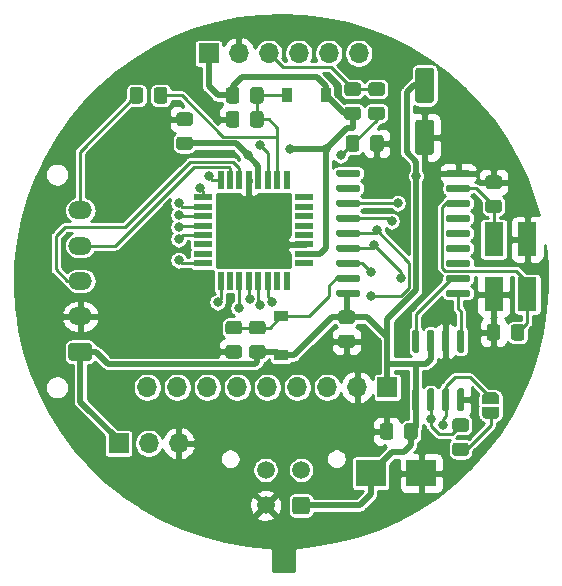
<source format=gbr>
%TF.GenerationSoftware,KiCad,Pcbnew,(5.1.12-1-10_14)*%
%TF.CreationDate,2022-01-19T19:17:41+01:00*%
%TF.ProjectId,CAN_Display,43414e5f-4469-4737-906c-61792e6b6963,rev?*%
%TF.SameCoordinates,Original*%
%TF.FileFunction,Copper,L1,Top*%
%TF.FilePolarity,Positive*%
%FSLAX46Y46*%
G04 Gerber Fmt 4.6, Leading zero omitted, Abs format (unit mm)*
G04 Created by KiCad (PCBNEW (5.1.12-1-10_14)) date 2022-01-19 19:17:41*
%MOMM*%
%LPD*%
G01*
G04 APERTURE LIST*
%TA.AperFunction,SMDPad,CuDef*%
%ADD10R,1.650000X2.850000*%
%TD*%
%TA.AperFunction,ComponentPad*%
%ADD11O,1.700000X1.700000*%
%TD*%
%TA.AperFunction,ComponentPad*%
%ADD12R,1.700000X1.700000*%
%TD*%
%TA.AperFunction,SMDPad,CuDef*%
%ADD13R,0.550000X1.600000*%
%TD*%
%TA.AperFunction,SMDPad,CuDef*%
%ADD14R,1.600000X0.550000*%
%TD*%
%TA.AperFunction,SMDPad,CuDef*%
%ADD15R,2.500000X2.300000*%
%TD*%
%TA.AperFunction,SMDPad,CuDef*%
%ADD16C,0.100000*%
%TD*%
%TA.AperFunction,SMDPad,CuDef*%
%ADD17R,1.200000X0.900000*%
%TD*%
%TA.AperFunction,SMDPad,CuDef*%
%ADD18R,0.900000X1.200000*%
%TD*%
%TA.AperFunction,ComponentPad*%
%ADD19C,1.500000*%
%TD*%
%TA.AperFunction,ComponentPad*%
%ADD20O,2.020000X1.500000*%
%TD*%
%TA.AperFunction,ViaPad*%
%ADD21C,0.800000*%
%TD*%
%TA.AperFunction,Conductor*%
%ADD22C,0.250000*%
%TD*%
%TA.AperFunction,Conductor*%
%ADD23C,0.500000*%
%TD*%
%TA.AperFunction,Conductor*%
%ADD24C,0.254000*%
%TD*%
%TA.AperFunction,Conductor*%
%ADD25C,0.100000*%
%TD*%
G04 APERTURE END LIST*
D10*
%TO.P,Y1,4*%
%TO.N,GND*%
X177856000Y-88392000D03*
%TO.P,Y1,3*%
%TO.N,Net-(C4-Pad1)*%
X177856000Y-93042000D03*
%TO.P,Y1,2*%
%TO.N,GND*%
X175006000Y-93042000D03*
%TO.P,Y1,1*%
%TO.N,Net-(C3-Pad1)*%
X175006000Y-88392000D03*
%TD*%
%TO.P,U2,18*%
%TO.N,+5V*%
%TA.AperFunction,SMDPad,CuDef*%
G36*
G01*
X163725000Y-92814000D02*
X163725000Y-93114000D01*
G75*
G02*
X163575000Y-93264000I-150000J0D01*
G01*
X161825000Y-93264000D01*
G75*
G02*
X161675000Y-93114000I0J150000D01*
G01*
X161675000Y-92814000D01*
G75*
G02*
X161825000Y-92664000I150000J0D01*
G01*
X163575000Y-92664000D01*
G75*
G02*
X163725000Y-92814000I0J-150000D01*
G01*
G37*
%TD.AperFunction*%
%TO.P,U2,17*%
%TO.N,Net-(C14-Pad1)*%
%TA.AperFunction,SMDPad,CuDef*%
G36*
G01*
X163725000Y-91544000D02*
X163725000Y-91844000D01*
G75*
G02*
X163575000Y-91994000I-150000J0D01*
G01*
X161825000Y-91994000D01*
G75*
G02*
X161675000Y-91844000I0J150000D01*
G01*
X161675000Y-91544000D01*
G75*
G02*
X161825000Y-91394000I150000J0D01*
G01*
X163575000Y-91394000D01*
G75*
G02*
X163725000Y-91544000I0J-150000D01*
G01*
G37*
%TD.AperFunction*%
%TO.P,U2,16*%
%TO.N,SS*%
%TA.AperFunction,SMDPad,CuDef*%
G36*
G01*
X163725000Y-90274000D02*
X163725000Y-90574000D01*
G75*
G02*
X163575000Y-90724000I-150000J0D01*
G01*
X161825000Y-90724000D01*
G75*
G02*
X161675000Y-90574000I0J150000D01*
G01*
X161675000Y-90274000D01*
G75*
G02*
X161825000Y-90124000I150000J0D01*
G01*
X163575000Y-90124000D01*
G75*
G02*
X163725000Y-90274000I0J-150000D01*
G01*
G37*
%TD.AperFunction*%
%TO.P,U2,15*%
%TO.N,MISO*%
%TA.AperFunction,SMDPad,CuDef*%
G36*
G01*
X163725000Y-89004000D02*
X163725000Y-89304000D01*
G75*
G02*
X163575000Y-89454000I-150000J0D01*
G01*
X161825000Y-89454000D01*
G75*
G02*
X161675000Y-89304000I0J150000D01*
G01*
X161675000Y-89004000D01*
G75*
G02*
X161825000Y-88854000I150000J0D01*
G01*
X163575000Y-88854000D01*
G75*
G02*
X163725000Y-89004000I0J-150000D01*
G01*
G37*
%TD.AperFunction*%
%TO.P,U2,14*%
%TO.N,MOSI*%
%TA.AperFunction,SMDPad,CuDef*%
G36*
G01*
X163725000Y-87734000D02*
X163725000Y-88034000D01*
G75*
G02*
X163575000Y-88184000I-150000J0D01*
G01*
X161825000Y-88184000D01*
G75*
G02*
X161675000Y-88034000I0J150000D01*
G01*
X161675000Y-87734000D01*
G75*
G02*
X161825000Y-87584000I150000J0D01*
G01*
X163575000Y-87584000D01*
G75*
G02*
X163725000Y-87734000I0J-150000D01*
G01*
G37*
%TD.AperFunction*%
%TO.P,U2,13*%
%TO.N,SCK*%
%TA.AperFunction,SMDPad,CuDef*%
G36*
G01*
X163725000Y-86464000D02*
X163725000Y-86764000D01*
G75*
G02*
X163575000Y-86914000I-150000J0D01*
G01*
X161825000Y-86914000D01*
G75*
G02*
X161675000Y-86764000I0J150000D01*
G01*
X161675000Y-86464000D01*
G75*
G02*
X161825000Y-86314000I150000J0D01*
G01*
X163575000Y-86314000D01*
G75*
G02*
X163725000Y-86464000I0J-150000D01*
G01*
G37*
%TD.AperFunction*%
%TO.P,U2,12*%
%TO.N,D2*%
%TA.AperFunction,SMDPad,CuDef*%
G36*
G01*
X163725000Y-85194000D02*
X163725000Y-85494000D01*
G75*
G02*
X163575000Y-85644000I-150000J0D01*
G01*
X161825000Y-85644000D01*
G75*
G02*
X161675000Y-85494000I0J150000D01*
G01*
X161675000Y-85194000D01*
G75*
G02*
X161825000Y-85044000I150000J0D01*
G01*
X163575000Y-85044000D01*
G75*
G02*
X163725000Y-85194000I0J-150000D01*
G01*
G37*
%TD.AperFunction*%
%TO.P,U2,11*%
%TO.N,N/C*%
%TA.AperFunction,SMDPad,CuDef*%
G36*
G01*
X163725000Y-83924000D02*
X163725000Y-84224000D01*
G75*
G02*
X163575000Y-84374000I-150000J0D01*
G01*
X161825000Y-84374000D01*
G75*
G02*
X161675000Y-84224000I0J150000D01*
G01*
X161675000Y-83924000D01*
G75*
G02*
X161825000Y-83774000I150000J0D01*
G01*
X163575000Y-83774000D01*
G75*
G02*
X163725000Y-83924000I0J-150000D01*
G01*
G37*
%TD.AperFunction*%
%TO.P,U2,10*%
%TA.AperFunction,SMDPad,CuDef*%
G36*
G01*
X163725000Y-82654000D02*
X163725000Y-82954000D01*
G75*
G02*
X163575000Y-83104000I-150000J0D01*
G01*
X161825000Y-83104000D01*
G75*
G02*
X161675000Y-82954000I0J150000D01*
G01*
X161675000Y-82654000D01*
G75*
G02*
X161825000Y-82504000I150000J0D01*
G01*
X163575000Y-82504000D01*
G75*
G02*
X163725000Y-82654000I0J-150000D01*
G01*
G37*
%TD.AperFunction*%
%TO.P,U2,9*%
%TO.N,GND*%
%TA.AperFunction,SMDPad,CuDef*%
G36*
G01*
X173025000Y-82654000D02*
X173025000Y-82954000D01*
G75*
G02*
X172875000Y-83104000I-150000J0D01*
G01*
X171125000Y-83104000D01*
G75*
G02*
X170975000Y-82954000I0J150000D01*
G01*
X170975000Y-82654000D01*
G75*
G02*
X171125000Y-82504000I150000J0D01*
G01*
X172875000Y-82504000D01*
G75*
G02*
X173025000Y-82654000I0J-150000D01*
G01*
G37*
%TD.AperFunction*%
%TO.P,U2,8*%
%TO.N,Net-(C3-Pad1)*%
%TA.AperFunction,SMDPad,CuDef*%
G36*
G01*
X173025000Y-83924000D02*
X173025000Y-84224000D01*
G75*
G02*
X172875000Y-84374000I-150000J0D01*
G01*
X171125000Y-84374000D01*
G75*
G02*
X170975000Y-84224000I0J150000D01*
G01*
X170975000Y-83924000D01*
G75*
G02*
X171125000Y-83774000I150000J0D01*
G01*
X172875000Y-83774000D01*
G75*
G02*
X173025000Y-83924000I0J-150000D01*
G01*
G37*
%TD.AperFunction*%
%TO.P,U2,7*%
%TO.N,Net-(C4-Pad1)*%
%TA.AperFunction,SMDPad,CuDef*%
G36*
G01*
X173025000Y-85194000D02*
X173025000Y-85494000D01*
G75*
G02*
X172875000Y-85644000I-150000J0D01*
G01*
X171125000Y-85644000D01*
G75*
G02*
X170975000Y-85494000I0J150000D01*
G01*
X170975000Y-85194000D01*
G75*
G02*
X171125000Y-85044000I150000J0D01*
G01*
X172875000Y-85044000D01*
G75*
G02*
X173025000Y-85194000I0J-150000D01*
G01*
G37*
%TD.AperFunction*%
%TO.P,U2,6*%
%TO.N,N/C*%
%TA.AperFunction,SMDPad,CuDef*%
G36*
G01*
X173025000Y-86464000D02*
X173025000Y-86764000D01*
G75*
G02*
X172875000Y-86914000I-150000J0D01*
G01*
X171125000Y-86914000D01*
G75*
G02*
X170975000Y-86764000I0J150000D01*
G01*
X170975000Y-86464000D01*
G75*
G02*
X171125000Y-86314000I150000J0D01*
G01*
X172875000Y-86314000D01*
G75*
G02*
X173025000Y-86464000I0J-150000D01*
G01*
G37*
%TD.AperFunction*%
%TO.P,U2,5*%
%TA.AperFunction,SMDPad,CuDef*%
G36*
G01*
X173025000Y-87734000D02*
X173025000Y-88034000D01*
G75*
G02*
X172875000Y-88184000I-150000J0D01*
G01*
X171125000Y-88184000D01*
G75*
G02*
X170975000Y-88034000I0J150000D01*
G01*
X170975000Y-87734000D01*
G75*
G02*
X171125000Y-87584000I150000J0D01*
G01*
X172875000Y-87584000D01*
G75*
G02*
X173025000Y-87734000I0J-150000D01*
G01*
G37*
%TD.AperFunction*%
%TO.P,U2,4*%
%TA.AperFunction,SMDPad,CuDef*%
G36*
G01*
X173025000Y-89004000D02*
X173025000Y-89304000D01*
G75*
G02*
X172875000Y-89454000I-150000J0D01*
G01*
X171125000Y-89454000D01*
G75*
G02*
X170975000Y-89304000I0J150000D01*
G01*
X170975000Y-89004000D01*
G75*
G02*
X171125000Y-88854000I150000J0D01*
G01*
X172875000Y-88854000D01*
G75*
G02*
X173025000Y-89004000I0J-150000D01*
G01*
G37*
%TD.AperFunction*%
%TO.P,U2,3*%
%TA.AperFunction,SMDPad,CuDef*%
G36*
G01*
X173025000Y-90274000D02*
X173025000Y-90574000D01*
G75*
G02*
X172875000Y-90724000I-150000J0D01*
G01*
X171125000Y-90724000D01*
G75*
G02*
X170975000Y-90574000I0J150000D01*
G01*
X170975000Y-90274000D01*
G75*
G02*
X171125000Y-90124000I150000J0D01*
G01*
X172875000Y-90124000D01*
G75*
G02*
X173025000Y-90274000I0J-150000D01*
G01*
G37*
%TD.AperFunction*%
%TO.P,U2,2*%
%TO.N,Net-(U2-Pad2)*%
%TA.AperFunction,SMDPad,CuDef*%
G36*
G01*
X173025000Y-91544000D02*
X173025000Y-91844000D01*
G75*
G02*
X172875000Y-91994000I-150000J0D01*
G01*
X171125000Y-91994000D01*
G75*
G02*
X170975000Y-91844000I0J150000D01*
G01*
X170975000Y-91544000D01*
G75*
G02*
X171125000Y-91394000I150000J0D01*
G01*
X172875000Y-91394000D01*
G75*
G02*
X173025000Y-91544000I0J-150000D01*
G01*
G37*
%TD.AperFunction*%
%TO.P,U2,1*%
%TO.N,Net-(U2-Pad1)*%
%TA.AperFunction,SMDPad,CuDef*%
G36*
G01*
X173025000Y-92814000D02*
X173025000Y-93114000D01*
G75*
G02*
X172875000Y-93264000I-150000J0D01*
G01*
X171125000Y-93264000D01*
G75*
G02*
X170975000Y-93114000I0J150000D01*
G01*
X170975000Y-92814000D01*
G75*
G02*
X171125000Y-92664000I150000J0D01*
G01*
X172875000Y-92664000D01*
G75*
G02*
X173025000Y-92814000I0J-150000D01*
G01*
G37*
%TD.AperFunction*%
%TD*%
D11*
%TO.P,J5,3*%
%TO.N,GND*%
X148336000Y-105664000D03*
%TO.P,J5,2*%
%TO.N,UPDI*%
X145796000Y-105664000D03*
D12*
%TO.P,J5,1*%
%TO.N,+5V*%
X143256000Y-105664000D03*
%TD*%
D13*
%TO.P,U1,32*%
%TO.N,SDA*%
X151886000Y-83380000D03*
%TO.P,U1,31*%
%TO.N,RXD*%
X152686000Y-83380000D03*
%TO.P,U1,30*%
%TO.N,TXD*%
X153486000Y-83380000D03*
%TO.P,U1,29*%
%TO.N,GND*%
X154286000Y-83380000D03*
%TO.P,U1,28*%
%TO.N,+5V*%
X155086000Y-83380000D03*
%TO.P,U1,27*%
%TO.N,UPDI*%
X155886000Y-83380000D03*
%TO.P,U1,26*%
%TO.N,RESET*%
X156686000Y-83380000D03*
%TO.P,U1,25*%
%TO.N,N/C*%
X157486000Y-83380000D03*
D14*
%TO.P,U1,24*%
X158936000Y-84830000D03*
%TO.P,U1,23*%
X158936000Y-85630000D03*
%TO.P,U1,22*%
X158936000Y-86430000D03*
%TO.P,U1,21*%
X158936000Y-87230000D03*
%TO.P,U1,20*%
X158936000Y-88030000D03*
%TO.P,U1,19*%
%TO.N,GND*%
X158936000Y-88830000D03*
%TO.P,U1,18*%
%TO.N,+5V*%
X158936000Y-89630000D03*
%TO.P,U1,17*%
%TO.N,N/C*%
X158936000Y-90430000D03*
D13*
%TO.P,U1,16*%
X157486000Y-91880000D03*
%TO.P,U1,15*%
X156686000Y-91880000D03*
%TO.P,U1,14*%
%TO.N,D9*%
X155886000Y-91880000D03*
%TO.P,U1,13*%
%TO.N,D8*%
X155086000Y-91880000D03*
%TO.P,U1,12*%
%TO.N,D7*%
X154286000Y-91880000D03*
%TO.P,U1,11*%
%TO.N,D6*%
X153486000Y-91880000D03*
%TO.P,U1,10*%
%TO.N,N/C*%
X152686000Y-91880000D03*
%TO.P,U1,9*%
%TO.N,D3*%
X151886000Y-91880000D03*
D14*
%TO.P,U1,8*%
%TO.N,D2*%
X150436000Y-90430000D03*
%TO.P,U1,7*%
%TO.N,N/C*%
X150436000Y-89630000D03*
%TO.P,U1,6*%
X150436000Y-88830000D03*
%TO.P,U1,5*%
%TO.N,SS*%
X150436000Y-88030000D03*
%TO.P,U1,4*%
%TO.N,SCK*%
X150436000Y-87230000D03*
%TO.P,U1,3*%
%TO.N,MISO*%
X150436000Y-86430000D03*
%TO.P,U1,2*%
%TO.N,MOSI*%
X150436000Y-85630000D03*
%TO.P,U1,1*%
%TO.N,SCL*%
X150436000Y-84830000D03*
%TD*%
D15*
%TO.P,D1,2*%
%TO.N,GND*%
X168892000Y-108204000D03*
%TO.P,D1,1*%
%TO.N,+5V*%
X164592000Y-108204000D03*
%TD*%
%TO.P,C9,2*%
%TO.N,GND*%
%TA.AperFunction,SMDPad,CuDef*%
G36*
G01*
X168614000Y-78256000D02*
X169714000Y-78256000D01*
G75*
G02*
X169964000Y-78506000I0J-250000D01*
G01*
X169964000Y-81006000D01*
G75*
G02*
X169714000Y-81256000I-250000J0D01*
G01*
X168614000Y-81256000D01*
G75*
G02*
X168364000Y-81006000I0J250000D01*
G01*
X168364000Y-78506000D01*
G75*
G02*
X168614000Y-78256000I250000J0D01*
G01*
G37*
%TD.AperFunction*%
%TO.P,C9,1*%
%TO.N,+5V*%
%TA.AperFunction,SMDPad,CuDef*%
G36*
G01*
X168614000Y-73856000D02*
X169714000Y-73856000D01*
G75*
G02*
X169964000Y-74106000I0J-250000D01*
G01*
X169964000Y-76606000D01*
G75*
G02*
X169714000Y-76856000I-250000J0D01*
G01*
X168614000Y-76856000D01*
G75*
G02*
X168364000Y-76606000I0J250000D01*
G01*
X168364000Y-74106000D01*
G75*
G02*
X168614000Y-73856000I250000J0D01*
G01*
G37*
%TD.AperFunction*%
%TD*%
D11*
%TO.P,J4,6*%
%TO.N,N/C*%
X163576000Y-72644000D03*
%TO.P,J4,5*%
%TO.N,SCL*%
X161036000Y-72644000D03*
%TO.P,J4,4*%
%TO.N,SDA*%
X158496000Y-72644000D03*
%TO.P,J4,3*%
%TO.N,KEY*%
X155956000Y-72644000D03*
%TO.P,J4,2*%
%TO.N,GND*%
X153416000Y-72644000D03*
D12*
%TO.P,J4,1*%
%TO.N,+5V*%
X150876000Y-72644000D03*
%TD*%
D11*
%TO.P,J1,9*%
%TO.N,D6*%
X145680000Y-100920000D03*
%TO.P,J1,8*%
%TO.N,D7*%
X148220000Y-100920000D03*
%TO.P,J1,7*%
%TO.N,D8*%
X150760000Y-100920000D03*
%TO.P,J1,6*%
%TO.N,D9*%
X153300000Y-100920000D03*
%TO.P,J1,5*%
%TO.N,SCK*%
X155840000Y-100920000D03*
%TO.P,J1,4*%
%TO.N,MOSI*%
X158380000Y-100920000D03*
%TO.P,J1,3*%
%TO.N,MISO*%
X160920000Y-100920000D03*
%TO.P,J1,2*%
%TO.N,GND*%
X163460000Y-100920000D03*
D12*
%TO.P,J1,1*%
%TO.N,+5V*%
X166000000Y-100920000D03*
%TD*%
%TO.P,R6,2*%
%TO.N,+5V*%
%TA.AperFunction,SMDPad,CuDef*%
G36*
G01*
X162617999Y-77149000D02*
X163518001Y-77149000D01*
G75*
G02*
X163768000Y-77398999I0J-249999D01*
G01*
X163768000Y-78049001D01*
G75*
G02*
X163518001Y-78299000I-249999J0D01*
G01*
X162617999Y-78299000D01*
G75*
G02*
X162368000Y-78049001I0J249999D01*
G01*
X162368000Y-77398999D01*
G75*
G02*
X162617999Y-77149000I249999J0D01*
G01*
G37*
%TD.AperFunction*%
%TO.P,R6,1*%
%TO.N,KEY*%
%TA.AperFunction,SMDPad,CuDef*%
G36*
G01*
X162617999Y-75099000D02*
X163518001Y-75099000D01*
G75*
G02*
X163768000Y-75348999I0J-249999D01*
G01*
X163768000Y-75999001D01*
G75*
G02*
X163518001Y-76249000I-249999J0D01*
G01*
X162617999Y-76249000D01*
G75*
G02*
X162368000Y-75999001I0J249999D01*
G01*
X162368000Y-75348999D01*
G75*
G02*
X162617999Y-75099000I249999J0D01*
G01*
G37*
%TD.AperFunction*%
%TD*%
%TO.P,R5,2*%
%TO.N,D3*%
%TA.AperFunction,SMDPad,CuDef*%
G36*
G01*
X164649999Y-77149000D02*
X165550001Y-77149000D01*
G75*
G02*
X165800000Y-77398999I0J-249999D01*
G01*
X165800000Y-78049001D01*
G75*
G02*
X165550001Y-78299000I-249999J0D01*
G01*
X164649999Y-78299000D01*
G75*
G02*
X164400000Y-78049001I0J249999D01*
G01*
X164400000Y-77398999D01*
G75*
G02*
X164649999Y-77149000I249999J0D01*
G01*
G37*
%TD.AperFunction*%
%TO.P,R5,1*%
%TO.N,KEY*%
%TA.AperFunction,SMDPad,CuDef*%
G36*
G01*
X164649999Y-75099000D02*
X165550001Y-75099000D01*
G75*
G02*
X165800000Y-75348999I0J-249999D01*
G01*
X165800000Y-75999001D01*
G75*
G02*
X165550001Y-76249000I-249999J0D01*
G01*
X164649999Y-76249000D01*
G75*
G02*
X164400000Y-75999001I0J249999D01*
G01*
X164400000Y-75348999D01*
G75*
G02*
X164649999Y-75099000I249999J0D01*
G01*
G37*
%TD.AperFunction*%
%TD*%
%TO.P,R4,2*%
%TO.N,+5V*%
%TA.AperFunction,SMDPad,CuDef*%
G36*
G01*
X154549999Y-97345000D02*
X155450001Y-97345000D01*
G75*
G02*
X155700000Y-97594999I0J-249999D01*
G01*
X155700000Y-98245001D01*
G75*
G02*
X155450001Y-98495000I-249999J0D01*
G01*
X154549999Y-98495000D01*
G75*
G02*
X154300000Y-98245001I0J249999D01*
G01*
X154300000Y-97594999D01*
G75*
G02*
X154549999Y-97345000I249999J0D01*
G01*
G37*
%TD.AperFunction*%
%TO.P,R4,1*%
%TO.N,Net-(C14-Pad1)*%
%TA.AperFunction,SMDPad,CuDef*%
G36*
G01*
X154549999Y-95295000D02*
X155450001Y-95295000D01*
G75*
G02*
X155700000Y-95544999I0J-249999D01*
G01*
X155700000Y-96195001D01*
G75*
G02*
X155450001Y-96445000I-249999J0D01*
G01*
X154549999Y-96445000D01*
G75*
G02*
X154300000Y-96195001I0J249999D01*
G01*
X154300000Y-95544999D01*
G75*
G02*
X154549999Y-95295000I249999J0D01*
G01*
G37*
%TD.AperFunction*%
%TD*%
%TO.P,R2,2*%
%TO.N,Net-(JP1-Pad1)*%
%TA.AperFunction,SMDPad,CuDef*%
G36*
G01*
X171761999Y-105597000D02*
X172662001Y-105597000D01*
G75*
G02*
X172912000Y-105846999I0J-249999D01*
G01*
X172912000Y-106497001D01*
G75*
G02*
X172662001Y-106747000I-249999J0D01*
G01*
X171761999Y-106747000D01*
G75*
G02*
X171512000Y-106497001I0J249999D01*
G01*
X171512000Y-105846999D01*
G75*
G02*
X171761999Y-105597000I249999J0D01*
G01*
G37*
%TD.AperFunction*%
%TO.P,R2,1*%
%TO.N,CAN_L*%
%TA.AperFunction,SMDPad,CuDef*%
G36*
G01*
X171761999Y-103547000D02*
X172662001Y-103547000D01*
G75*
G02*
X172912000Y-103796999I0J-249999D01*
G01*
X172912000Y-104447001D01*
G75*
G02*
X172662001Y-104697000I-249999J0D01*
G01*
X171761999Y-104697000D01*
G75*
G02*
X171512000Y-104447001I0J249999D01*
G01*
X171512000Y-103796999D01*
G75*
G02*
X171761999Y-103547000I249999J0D01*
G01*
G37*
%TD.AperFunction*%
%TD*%
%TO.P,R1,2*%
%TO.N,RESET*%
%TA.AperFunction,SMDPad,CuDef*%
G36*
G01*
X154383000Y-76650001D02*
X154383000Y-75749999D01*
G75*
G02*
X154632999Y-75500000I249999J0D01*
G01*
X155283001Y-75500000D01*
G75*
G02*
X155533000Y-75749999I0J-249999D01*
G01*
X155533000Y-76650001D01*
G75*
G02*
X155283001Y-76900000I-249999J0D01*
G01*
X154632999Y-76900000D01*
G75*
G02*
X154383000Y-76650001I0J249999D01*
G01*
G37*
%TD.AperFunction*%
%TO.P,R1,1*%
%TO.N,+5V*%
%TA.AperFunction,SMDPad,CuDef*%
G36*
G01*
X152333000Y-76650001D02*
X152333000Y-75749999D01*
G75*
G02*
X152582999Y-75500000I249999J0D01*
G01*
X153233001Y-75500000D01*
G75*
G02*
X153483000Y-75749999I0J-249999D01*
G01*
X153483000Y-76650001D01*
G75*
G02*
X153233001Y-76900000I-249999J0D01*
G01*
X152582999Y-76900000D01*
G75*
G02*
X152333000Y-76650001I0J249999D01*
G01*
G37*
%TD.AperFunction*%
%TD*%
%TA.AperFunction,SMDPad,CuDef*%
D16*
%TO.P,JP1,2*%
%TO.N,CAN_H*%
G36*
X174002602Y-101824000D02*
G01*
X174002602Y-101799466D01*
X174007412Y-101750635D01*
X174016984Y-101702510D01*
X174031228Y-101655555D01*
X174050005Y-101610222D01*
X174073136Y-101566949D01*
X174100396Y-101526150D01*
X174131524Y-101488221D01*
X174166221Y-101453524D01*
X174204150Y-101422396D01*
X174244949Y-101395136D01*
X174288222Y-101372005D01*
X174333555Y-101353228D01*
X174380510Y-101338984D01*
X174428635Y-101329412D01*
X174477466Y-101324602D01*
X174502000Y-101324602D01*
X174502000Y-101324000D01*
X175002000Y-101324000D01*
X175002000Y-101324602D01*
X175026534Y-101324602D01*
X175075365Y-101329412D01*
X175123490Y-101338984D01*
X175170445Y-101353228D01*
X175215778Y-101372005D01*
X175259051Y-101395136D01*
X175299850Y-101422396D01*
X175337779Y-101453524D01*
X175372476Y-101488221D01*
X175403604Y-101526150D01*
X175430864Y-101566949D01*
X175453995Y-101610222D01*
X175472772Y-101655555D01*
X175487016Y-101702510D01*
X175496588Y-101750635D01*
X175501398Y-101799466D01*
X175501398Y-101824000D01*
X175502000Y-101824000D01*
X175502000Y-102324000D01*
X174002000Y-102324000D01*
X174002000Y-101824000D01*
X174002602Y-101824000D01*
G37*
%TD.AperFunction*%
%TA.AperFunction,SMDPad,CuDef*%
%TO.P,JP1,1*%
%TO.N,Net-(JP1-Pad1)*%
G36*
X175502000Y-102624000D02*
G01*
X175502000Y-103124000D01*
X175501398Y-103124000D01*
X175501398Y-103148534D01*
X175496588Y-103197365D01*
X175487016Y-103245490D01*
X175472772Y-103292445D01*
X175453995Y-103337778D01*
X175430864Y-103381051D01*
X175403604Y-103421850D01*
X175372476Y-103459779D01*
X175337779Y-103494476D01*
X175299850Y-103525604D01*
X175259051Y-103552864D01*
X175215778Y-103575995D01*
X175170445Y-103594772D01*
X175123490Y-103609016D01*
X175075365Y-103618588D01*
X175026534Y-103623398D01*
X175002000Y-103623398D01*
X175002000Y-103624000D01*
X174502000Y-103624000D01*
X174502000Y-103623398D01*
X174477466Y-103623398D01*
X174428635Y-103618588D01*
X174380510Y-103609016D01*
X174333555Y-103594772D01*
X174288222Y-103575995D01*
X174244949Y-103552864D01*
X174204150Y-103525604D01*
X174166221Y-103494476D01*
X174131524Y-103459779D01*
X174100396Y-103421850D01*
X174073136Y-103381051D01*
X174050005Y-103337778D01*
X174031228Y-103292445D01*
X174016984Y-103245490D01*
X174007412Y-103197365D01*
X174002602Y-103148534D01*
X174002602Y-103124000D01*
X174002000Y-103124000D01*
X174002000Y-102624000D01*
X175502000Y-102624000D01*
G37*
%TD.AperFunction*%
%TD*%
D17*
%TO.P,D4,2*%
%TO.N,Net-(C14-Pad1)*%
X157000000Y-94920000D03*
%TO.P,D4,1*%
%TO.N,+5V*%
X157000000Y-98220000D03*
%TD*%
D18*
%TO.P,D3,2*%
%TO.N,RESET*%
X157480000Y-76200000D03*
%TO.P,D3,1*%
%TO.N,+5V*%
X160780000Y-76200000D03*
%TD*%
%TO.P,C14,2*%
%TO.N,GND*%
%TA.AperFunction,SMDPad,CuDef*%
G36*
G01*
X152549999Y-97345000D02*
X153450001Y-97345000D01*
G75*
G02*
X153700000Y-97594999I0J-249999D01*
G01*
X153700000Y-98245001D01*
G75*
G02*
X153450001Y-98495000I-249999J0D01*
G01*
X152549999Y-98495000D01*
G75*
G02*
X152300000Y-98245001I0J249999D01*
G01*
X152300000Y-97594999D01*
G75*
G02*
X152549999Y-97345000I249999J0D01*
G01*
G37*
%TD.AperFunction*%
%TO.P,C14,1*%
%TO.N,Net-(C14-Pad1)*%
%TA.AperFunction,SMDPad,CuDef*%
G36*
G01*
X152549999Y-95295000D02*
X153450001Y-95295000D01*
G75*
G02*
X153700000Y-95544999I0J-249999D01*
G01*
X153700000Y-96195001D01*
G75*
G02*
X153450001Y-96445000I-249999J0D01*
G01*
X152549999Y-96445000D01*
G75*
G02*
X152300000Y-96195001I0J249999D01*
G01*
X152300000Y-95544999D01*
G75*
G02*
X152549999Y-95295000I249999J0D01*
G01*
G37*
%TD.AperFunction*%
%TD*%
%TO.P,C12,2*%
%TO.N,RESET*%
%TA.AperFunction,SMDPad,CuDef*%
G36*
G01*
X154383000Y-78682001D02*
X154383000Y-77781999D01*
G75*
G02*
X154632999Y-77532000I249999J0D01*
G01*
X155283001Y-77532000D01*
G75*
G02*
X155533000Y-77781999I0J-249999D01*
G01*
X155533000Y-78682001D01*
G75*
G02*
X155283001Y-78932000I-249999J0D01*
G01*
X154632999Y-78932000D01*
G75*
G02*
X154383000Y-78682001I0J249999D01*
G01*
G37*
%TD.AperFunction*%
%TO.P,C12,1*%
%TO.N,GND*%
%TA.AperFunction,SMDPad,CuDef*%
G36*
G01*
X152333000Y-78682001D02*
X152333000Y-77781999D01*
G75*
G02*
X152582999Y-77532000I249999J0D01*
G01*
X153233001Y-77532000D01*
G75*
G02*
X153483000Y-77781999I0J-249999D01*
G01*
X153483000Y-78682001D01*
G75*
G02*
X153233001Y-78932000I-249999J0D01*
G01*
X152582999Y-78932000D01*
G75*
G02*
X152333000Y-78682001I0J249999D01*
G01*
G37*
%TD.AperFunction*%
%TD*%
%TO.P,C11,2*%
%TO.N,GND*%
%TA.AperFunction,SMDPad,CuDef*%
G36*
G01*
X164543000Y-80714001D02*
X164543000Y-79813999D01*
G75*
G02*
X164792999Y-79564000I249999J0D01*
G01*
X165443001Y-79564000D01*
G75*
G02*
X165693000Y-79813999I0J-249999D01*
G01*
X165693000Y-80714001D01*
G75*
G02*
X165443001Y-80964000I-249999J0D01*
G01*
X164792999Y-80964000D01*
G75*
G02*
X164543000Y-80714001I0J249999D01*
G01*
G37*
%TD.AperFunction*%
%TO.P,C11,1*%
%TO.N,D3*%
%TA.AperFunction,SMDPad,CuDef*%
G36*
G01*
X162493000Y-80714001D02*
X162493000Y-79813999D01*
G75*
G02*
X162742999Y-79564000I249999J0D01*
G01*
X163393001Y-79564000D01*
G75*
G02*
X163643000Y-79813999I0J-249999D01*
G01*
X163643000Y-80714001D01*
G75*
G02*
X163393001Y-80964000I-249999J0D01*
G01*
X162742999Y-80964000D01*
G75*
G02*
X162493000Y-80714001I0J249999D01*
G01*
G37*
%TD.AperFunction*%
%TD*%
%TO.P,C8,2*%
%TO.N,+5V*%
%TA.AperFunction,SMDPad,CuDef*%
G36*
G01*
X167425000Y-105098001D02*
X167425000Y-104197999D01*
G75*
G02*
X167674999Y-103948000I249999J0D01*
G01*
X168325001Y-103948000D01*
G75*
G02*
X168575000Y-104197999I0J-249999D01*
G01*
X168575000Y-105098001D01*
G75*
G02*
X168325001Y-105348000I-249999J0D01*
G01*
X167674999Y-105348000D01*
G75*
G02*
X167425000Y-105098001I0J249999D01*
G01*
G37*
%TD.AperFunction*%
%TO.P,C8,1*%
%TO.N,GND*%
%TA.AperFunction,SMDPad,CuDef*%
G36*
G01*
X165375000Y-105098001D02*
X165375000Y-104197999D01*
G75*
G02*
X165624999Y-103948000I249999J0D01*
G01*
X166275001Y-103948000D01*
G75*
G02*
X166525000Y-104197999I0J-249999D01*
G01*
X166525000Y-105098001D01*
G75*
G02*
X166275001Y-105348000I-249999J0D01*
G01*
X165624999Y-105348000D01*
G75*
G02*
X165375000Y-105098001I0J249999D01*
G01*
G37*
%TD.AperFunction*%
%TD*%
%TO.P,C7,2*%
%TO.N,+5V*%
%TA.AperFunction,SMDPad,CuDef*%
G36*
G01*
X163010001Y-95553000D02*
X162109999Y-95553000D01*
G75*
G02*
X161860000Y-95303001I0J249999D01*
G01*
X161860000Y-94652999D01*
G75*
G02*
X162109999Y-94403000I249999J0D01*
G01*
X163010001Y-94403000D01*
G75*
G02*
X163260000Y-94652999I0J-249999D01*
G01*
X163260000Y-95303001D01*
G75*
G02*
X163010001Y-95553000I-249999J0D01*
G01*
G37*
%TD.AperFunction*%
%TO.P,C7,1*%
%TO.N,GND*%
%TA.AperFunction,SMDPad,CuDef*%
G36*
G01*
X163010001Y-97603000D02*
X162109999Y-97603000D01*
G75*
G02*
X161860000Y-97353001I0J249999D01*
G01*
X161860000Y-96702999D01*
G75*
G02*
X162109999Y-96453000I249999J0D01*
G01*
X163010001Y-96453000D01*
G75*
G02*
X163260000Y-96702999I0J-249999D01*
G01*
X163260000Y-97353001D01*
G75*
G02*
X163010001Y-97603000I-249999J0D01*
G01*
G37*
%TD.AperFunction*%
%TD*%
%TO.P,C6,2*%
%TO.N,GND*%
%TA.AperFunction,SMDPad,CuDef*%
G36*
G01*
X149294001Y-78789000D02*
X148393999Y-78789000D01*
G75*
G02*
X148144000Y-78539001I0J249999D01*
G01*
X148144000Y-77888999D01*
G75*
G02*
X148393999Y-77639000I249999J0D01*
G01*
X149294001Y-77639000D01*
G75*
G02*
X149544000Y-77888999I0J-249999D01*
G01*
X149544000Y-78539001D01*
G75*
G02*
X149294001Y-78789000I-249999J0D01*
G01*
G37*
%TD.AperFunction*%
%TO.P,C6,1*%
%TO.N,+5V*%
%TA.AperFunction,SMDPad,CuDef*%
G36*
G01*
X149294001Y-80839000D02*
X148393999Y-80839000D01*
G75*
G02*
X148144000Y-80589001I0J249999D01*
G01*
X148144000Y-79938999D01*
G75*
G02*
X148393999Y-79689000I249999J0D01*
G01*
X149294001Y-79689000D01*
G75*
G02*
X149544000Y-79938999I0J-249999D01*
G01*
X149544000Y-80589001D01*
G75*
G02*
X149294001Y-80839000I-249999J0D01*
G01*
G37*
%TD.AperFunction*%
%TD*%
%TO.P,C5,2*%
%TO.N,RESET*%
%TA.AperFunction,SMDPad,CuDef*%
G36*
G01*
X146237000Y-76650001D02*
X146237000Y-75749999D01*
G75*
G02*
X146486999Y-75500000I249999J0D01*
G01*
X147137001Y-75500000D01*
G75*
G02*
X147387000Y-75749999I0J-249999D01*
G01*
X147387000Y-76650001D01*
G75*
G02*
X147137001Y-76900000I-249999J0D01*
G01*
X146486999Y-76900000D01*
G75*
G02*
X146237000Y-76650001I0J249999D01*
G01*
G37*
%TD.AperFunction*%
%TO.P,C5,1*%
%TO.N,Net-(C5-Pad1)*%
%TA.AperFunction,SMDPad,CuDef*%
G36*
G01*
X144187000Y-76650001D02*
X144187000Y-75749999D01*
G75*
G02*
X144436999Y-75500000I249999J0D01*
G01*
X145087001Y-75500000D01*
G75*
G02*
X145337000Y-75749999I0J-249999D01*
G01*
X145337000Y-76650001D01*
G75*
G02*
X145087001Y-76900000I-249999J0D01*
G01*
X144436999Y-76900000D01*
G75*
G02*
X144187000Y-76650001I0J249999D01*
G01*
G37*
%TD.AperFunction*%
%TD*%
%TO.P,C4,2*%
%TO.N,GND*%
%TA.AperFunction,SMDPad,CuDef*%
G36*
G01*
X175563000Y-95815999D02*
X175563000Y-96716001D01*
G75*
G02*
X175313001Y-96966000I-249999J0D01*
G01*
X174662999Y-96966000D01*
G75*
G02*
X174413000Y-96716001I0J249999D01*
G01*
X174413000Y-95815999D01*
G75*
G02*
X174662999Y-95566000I249999J0D01*
G01*
X175313001Y-95566000D01*
G75*
G02*
X175563000Y-95815999I0J-249999D01*
G01*
G37*
%TD.AperFunction*%
%TO.P,C4,1*%
%TO.N,Net-(C4-Pad1)*%
%TA.AperFunction,SMDPad,CuDef*%
G36*
G01*
X177613000Y-95815999D02*
X177613000Y-96716001D01*
G75*
G02*
X177363001Y-96966000I-249999J0D01*
G01*
X176712999Y-96966000D01*
G75*
G02*
X176463000Y-96716001I0J249999D01*
G01*
X176463000Y-95815999D01*
G75*
G02*
X176712999Y-95566000I249999J0D01*
G01*
X177363001Y-95566000D01*
G75*
G02*
X177613000Y-95815999I0J-249999D01*
G01*
G37*
%TD.AperFunction*%
%TD*%
%TO.P,C3,2*%
%TO.N,GND*%
%TA.AperFunction,SMDPad,CuDef*%
G36*
G01*
X175456001Y-84123000D02*
X174555999Y-84123000D01*
G75*
G02*
X174306000Y-83873001I0J249999D01*
G01*
X174306000Y-83222999D01*
G75*
G02*
X174555999Y-82973000I249999J0D01*
G01*
X175456001Y-82973000D01*
G75*
G02*
X175706000Y-83222999I0J-249999D01*
G01*
X175706000Y-83873001D01*
G75*
G02*
X175456001Y-84123000I-249999J0D01*
G01*
G37*
%TD.AperFunction*%
%TO.P,C3,1*%
%TO.N,Net-(C3-Pad1)*%
%TA.AperFunction,SMDPad,CuDef*%
G36*
G01*
X175456001Y-86173000D02*
X174555999Y-86173000D01*
G75*
G02*
X174306000Y-85923001I0J249999D01*
G01*
X174306000Y-85272999D01*
G75*
G02*
X174555999Y-85023000I249999J0D01*
G01*
X175456001Y-85023000D01*
G75*
G02*
X175706000Y-85272999I0J-249999D01*
G01*
X175706000Y-85923001D01*
G75*
G02*
X175456001Y-86173000I-249999J0D01*
G01*
G37*
%TD.AperFunction*%
%TD*%
%TO.P,U3,8*%
%TO.N,GND*%
%TA.AperFunction,SMDPad,CuDef*%
G36*
G01*
X172062000Y-101003000D02*
X172362000Y-101003000D01*
G75*
G02*
X172512000Y-101153000I0J-150000D01*
G01*
X172512000Y-102803000D01*
G75*
G02*
X172362000Y-102953000I-150000J0D01*
G01*
X172062000Y-102953000D01*
G75*
G02*
X171912000Y-102803000I0J150000D01*
G01*
X171912000Y-101153000D01*
G75*
G02*
X172062000Y-101003000I150000J0D01*
G01*
G37*
%TD.AperFunction*%
%TO.P,U3,7*%
%TO.N,CAN_H*%
%TA.AperFunction,SMDPad,CuDef*%
G36*
G01*
X170792000Y-101003000D02*
X171092000Y-101003000D01*
G75*
G02*
X171242000Y-101153000I0J-150000D01*
G01*
X171242000Y-102803000D01*
G75*
G02*
X171092000Y-102953000I-150000J0D01*
G01*
X170792000Y-102953000D01*
G75*
G02*
X170642000Y-102803000I0J150000D01*
G01*
X170642000Y-101153000D01*
G75*
G02*
X170792000Y-101003000I150000J0D01*
G01*
G37*
%TD.AperFunction*%
%TO.P,U3,6*%
%TO.N,CAN_L*%
%TA.AperFunction,SMDPad,CuDef*%
G36*
G01*
X169522000Y-101003000D02*
X169822000Y-101003000D01*
G75*
G02*
X169972000Y-101153000I0J-150000D01*
G01*
X169972000Y-102803000D01*
G75*
G02*
X169822000Y-102953000I-150000J0D01*
G01*
X169522000Y-102953000D01*
G75*
G02*
X169372000Y-102803000I0J150000D01*
G01*
X169372000Y-101153000D01*
G75*
G02*
X169522000Y-101003000I150000J0D01*
G01*
G37*
%TD.AperFunction*%
%TO.P,U3,5*%
%TO.N,+5V*%
%TA.AperFunction,SMDPad,CuDef*%
G36*
G01*
X168252000Y-101003000D02*
X168552000Y-101003000D01*
G75*
G02*
X168702000Y-101153000I0J-150000D01*
G01*
X168702000Y-102803000D01*
G75*
G02*
X168552000Y-102953000I-150000J0D01*
G01*
X168252000Y-102953000D01*
G75*
G02*
X168102000Y-102803000I0J150000D01*
G01*
X168102000Y-101153000D01*
G75*
G02*
X168252000Y-101003000I150000J0D01*
G01*
G37*
%TD.AperFunction*%
%TO.P,U3,4*%
%TO.N,Net-(U2-Pad2)*%
%TA.AperFunction,SMDPad,CuDef*%
G36*
G01*
X168252000Y-96053000D02*
X168552000Y-96053000D01*
G75*
G02*
X168702000Y-96203000I0J-150000D01*
G01*
X168702000Y-97853000D01*
G75*
G02*
X168552000Y-98003000I-150000J0D01*
G01*
X168252000Y-98003000D01*
G75*
G02*
X168102000Y-97853000I0J150000D01*
G01*
X168102000Y-96203000D01*
G75*
G02*
X168252000Y-96053000I150000J0D01*
G01*
G37*
%TD.AperFunction*%
%TO.P,U3,3*%
%TO.N,+5V*%
%TA.AperFunction,SMDPad,CuDef*%
G36*
G01*
X169522000Y-96053000D02*
X169822000Y-96053000D01*
G75*
G02*
X169972000Y-96203000I0J-150000D01*
G01*
X169972000Y-97853000D01*
G75*
G02*
X169822000Y-98003000I-150000J0D01*
G01*
X169522000Y-98003000D01*
G75*
G02*
X169372000Y-97853000I0J150000D01*
G01*
X169372000Y-96203000D01*
G75*
G02*
X169522000Y-96053000I150000J0D01*
G01*
G37*
%TD.AperFunction*%
%TO.P,U3,2*%
%TO.N,GND*%
%TA.AperFunction,SMDPad,CuDef*%
G36*
G01*
X170792000Y-96053000D02*
X171092000Y-96053000D01*
G75*
G02*
X171242000Y-96203000I0J-150000D01*
G01*
X171242000Y-97853000D01*
G75*
G02*
X171092000Y-98003000I-150000J0D01*
G01*
X170792000Y-98003000D01*
G75*
G02*
X170642000Y-97853000I0J150000D01*
G01*
X170642000Y-96203000D01*
G75*
G02*
X170792000Y-96053000I150000J0D01*
G01*
G37*
%TD.AperFunction*%
%TO.P,U3,1*%
%TO.N,Net-(U2-Pad1)*%
%TA.AperFunction,SMDPad,CuDef*%
G36*
G01*
X172062000Y-96053000D02*
X172362000Y-96053000D01*
G75*
G02*
X172512000Y-96203000I0J-150000D01*
G01*
X172512000Y-97853000D01*
G75*
G02*
X172362000Y-98003000I-150000J0D01*
G01*
X172062000Y-98003000D01*
G75*
G02*
X171912000Y-97853000I0J150000D01*
G01*
X171912000Y-96203000D01*
G75*
G02*
X172062000Y-96053000I150000J0D01*
G01*
G37*
%TD.AperFunction*%
%TD*%
D19*
%TO.P,J3,4*%
%TO.N,CAN_H*%
X155702000Y-107920000D03*
%TO.P,J3,3*%
%TO.N,CAN_L*%
X158702000Y-107920000D03*
%TO.P,J3,2*%
%TO.N,GND*%
X155702000Y-110920000D03*
%TO.P,J3,1*%
%TO.N,+5V*%
%TA.AperFunction,ComponentPad*%
G36*
G01*
X159452000Y-110420000D02*
X159452000Y-111420000D01*
G75*
G02*
X159202000Y-111670000I-250000J0D01*
G01*
X158202000Y-111670000D01*
G75*
G02*
X157952000Y-111420000I0J250000D01*
G01*
X157952000Y-110420000D01*
G75*
G02*
X158202000Y-110170000I250000J0D01*
G01*
X159202000Y-110170000D01*
G75*
G02*
X159452000Y-110420000I0J-250000D01*
G01*
G37*
%TD.AperFunction*%
%TD*%
D20*
%TO.P,J2,5*%
%TO.N,Net-(C5-Pad1)*%
X140000000Y-85920000D03*
%TO.P,J2,4*%
%TO.N,RXD*%
X140000000Y-88920000D03*
%TO.P,J2,3*%
%TO.N,TXD*%
X140000000Y-91920000D03*
%TO.P,J2,2*%
%TO.N,GND*%
X140000000Y-94920000D03*
%TO.P,J2,1*%
%TO.N,+5V*%
%TA.AperFunction,ComponentPad*%
G36*
G01*
X140760000Y-98670000D02*
X139240000Y-98670000D01*
G75*
G02*
X138990000Y-98420000I0J250000D01*
G01*
X138990000Y-97420000D01*
G75*
G02*
X139240000Y-97170000I250000J0D01*
G01*
X140760000Y-97170000D01*
G75*
G02*
X141010000Y-97420000I0J-250000D01*
G01*
X141010000Y-98420000D01*
G75*
G02*
X140760000Y-98670000I-250000J0D01*
G01*
G37*
%TD.AperFunction*%
%TD*%
D21*
%TO.N,GND*%
X173736000Y-104140000D03*
X154686000Y-89408000D03*
X147320000Y-89154000D03*
%TO.N,D6*%
X153416000Y-94234000D03*
%TO.N,D7*%
X154361000Y-93425299D03*
%TO.N,SCK*%
X148336000Y-87376000D03*
X166370000Y-86868000D03*
%TO.N,MOSI*%
X148336000Y-85344000D03*
X165100000Y-87630000D03*
X164587347Y-93213347D03*
%TO.N,MISO*%
X148336000Y-86360000D03*
X164846000Y-88900000D03*
X167132000Y-91694000D03*
%TO.N,+5V*%
X154178000Y-81280000D03*
X160782000Y-80785034D03*
X157734000Y-80772000D03*
X168432011Y-83027989D03*
%TO.N,CAN_H*%
X170688000Y-104140000D03*
%TO.N,CAN_L*%
X169672000Y-103632000D03*
%TO.N,D2*%
X148336000Y-90170000D03*
X166878000Y-85344000D03*
%TO.N,SCL*%
X150114000Y-84074000D03*
%TO.N,SDA*%
X150876000Y-83058000D03*
%TO.N,SS*%
X148336000Y-88392000D03*
X164592000Y-91186000D03*
%TO.N,D9*%
X156210000Y-93726000D03*
%TO.N,D8*%
X155194000Y-93980000D03*
%TO.N,D3*%
X162052000Y-81280000D03*
X151638000Y-93726000D03*
%TO.N,UPDI*%
X155194000Y-80430000D03*
%TD*%
D22*
%TO.N,Net-(U2-Pad2)*%
X172000000Y-91694000D02*
X171450000Y-91694000D01*
X168402000Y-94742000D02*
X168402000Y-97028000D01*
X171450000Y-91694000D02*
X168402000Y-94742000D01*
%TO.N,Net-(U2-Pad1)*%
X172000000Y-92964000D02*
X172000000Y-94276000D01*
X172212000Y-94488000D02*
X172212000Y-97028000D01*
X172000000Y-94276000D02*
X172212000Y-94488000D01*
%TO.N,Net-(C3-Pad1)*%
X173482000Y-84074000D02*
X175006000Y-85598000D01*
X172000000Y-84074000D02*
X173482000Y-84074000D01*
X175006000Y-85598000D02*
X175006000Y-88392000D01*
%TO.N,Net-(C4-Pad1)*%
X176920990Y-91068990D02*
X177856000Y-92004000D01*
X170928242Y-91068990D02*
X176920990Y-91068990D01*
X170649990Y-90790738D02*
X170928242Y-91068990D01*
X170649990Y-85669010D02*
X170649990Y-90790738D01*
X170975000Y-85344000D02*
X170649990Y-85669010D01*
X177856000Y-92004000D02*
X177856000Y-93042000D01*
X172000000Y-85344000D02*
X170975000Y-85344000D01*
X177856000Y-95448000D02*
X177038000Y-96266000D01*
X177856000Y-93042000D02*
X177856000Y-95448000D01*
%TO.N,D6*%
X153486000Y-94164000D02*
X153416000Y-94234000D01*
X153486000Y-91880000D02*
X153486000Y-94164000D01*
%TO.N,D7*%
X154286000Y-93350299D02*
X154361000Y-93425299D01*
X154286000Y-91880000D02*
X154286000Y-93350299D01*
%TO.N,SCK*%
X148482000Y-87230000D02*
X148336000Y-87376000D01*
X150436000Y-87230000D02*
X148482000Y-87230000D01*
X166116000Y-86614000D02*
X166370000Y-86868000D01*
X162700000Y-86614000D02*
X166116000Y-86614000D01*
%TO.N,MOSI*%
X148622000Y-85630000D02*
X148336000Y-85344000D01*
X150436000Y-85630000D02*
X148622000Y-85630000D01*
X164846000Y-87884000D02*
X165100000Y-87630000D01*
X162700000Y-87884000D02*
X164846000Y-87884000D01*
X167857001Y-92483693D02*
X167127347Y-93213347D01*
X165100000Y-87630000D02*
X167857001Y-90387001D01*
X167857001Y-90387001D02*
X167857001Y-92483693D01*
X164587347Y-93213347D02*
X167127347Y-93213347D01*
%TO.N,MISO*%
X148406000Y-86430000D02*
X148336000Y-86360000D01*
X150436000Y-86430000D02*
X148406000Y-86430000D01*
X164592000Y-89154000D02*
X164846000Y-88900000D01*
X162700000Y-89154000D02*
X164592000Y-89154000D01*
X167132000Y-91186000D02*
X167132000Y-91694000D01*
X164846000Y-88900000D02*
X167132000Y-91186000D01*
D23*
%TO.N,+5V*%
X148844000Y-80264000D02*
X153162000Y-80264000D01*
X155086000Y-82188000D02*
X155086000Y-83380000D01*
X156700000Y-97920000D02*
X157000000Y-98220000D01*
X155000000Y-97920000D02*
X156700000Y-97920000D01*
X157000000Y-98220000D02*
X158066000Y-98220000D01*
X161308000Y-94978000D02*
X162560000Y-94978000D01*
X158066000Y-98220000D02*
X161308000Y-94978000D01*
X162560000Y-93104000D02*
X162700000Y-92964000D01*
X162560000Y-94978000D02*
X162560000Y-93104000D01*
X159290000Y-89630000D02*
X159322000Y-89662000D01*
X158936000Y-89630000D02*
X159290000Y-89630000D01*
X162560000Y-94978000D02*
X164320000Y-94978000D01*
X164320000Y-94978000D02*
X166000000Y-96658000D01*
X169672000Y-97028000D02*
X169672000Y-98552000D01*
X166000000Y-98944000D02*
X166000000Y-100920000D01*
X169672000Y-98552000D02*
X169280000Y-98944000D01*
X166000000Y-96658000D02*
X166000000Y-98944000D01*
X168402000Y-99082000D02*
X168540000Y-98944000D01*
X168402000Y-101978000D02*
X168402000Y-99082000D01*
X168540000Y-98944000D02*
X166000000Y-98944000D01*
X169280000Y-98944000D02*
X168540000Y-98944000D01*
X168402000Y-104246000D02*
X168000000Y-104648000D01*
X168402000Y-101978000D02*
X168402000Y-104246000D01*
X164592000Y-108204000D02*
X166370000Y-106426000D01*
X166370000Y-106426000D02*
X167386000Y-106426000D01*
X168000000Y-105812000D02*
X168000000Y-104648000D01*
X167386000Y-106426000D02*
X168000000Y-105812000D01*
X158702000Y-110920000D02*
X163654000Y-110920000D01*
X164592000Y-109982000D02*
X164592000Y-108204000D01*
X163654000Y-110920000D02*
X164592000Y-109982000D01*
X166000000Y-95153880D02*
X168432011Y-92721869D01*
X166000000Y-96658000D02*
X166000000Y-95153880D01*
X163068000Y-78994000D02*
X163068000Y-77724000D01*
X160780000Y-76200000D02*
X160782000Y-76200000D01*
X162306000Y-77724000D02*
X163068000Y-77724000D01*
X160782000Y-76200000D02*
X162306000Y-77724000D01*
X162573034Y-78994000D02*
X160782000Y-80785034D01*
X163068000Y-78994000D02*
X162573034Y-78994000D01*
X160782000Y-80785034D02*
X160782000Y-89154000D01*
X160306000Y-89630000D02*
X158936000Y-89630000D01*
X160782000Y-89154000D02*
X160306000Y-89630000D01*
X150876000Y-72644000D02*
X150876000Y-75438000D01*
X151638000Y-76200000D02*
X152908000Y-76200000D01*
X150876000Y-75438000D02*
X151638000Y-76200000D01*
X152908000Y-76200000D02*
X152908000Y-75438000D01*
X152908000Y-75438000D02*
X153670000Y-74676000D01*
X153670000Y-74676000D02*
X160020000Y-74676000D01*
X160780000Y-75436000D02*
X160780000Y-76200000D01*
X160020000Y-74676000D02*
X160780000Y-75436000D01*
X154178000Y-81280000D02*
X155086000Y-82188000D01*
X153162000Y-80264000D02*
X154178000Y-81280000D01*
X160768966Y-80772000D02*
X160782000Y-80785034D01*
X157734000Y-80772000D02*
X160768966Y-80772000D01*
X168432011Y-83027989D02*
X168432011Y-81813977D01*
X168432011Y-92721869D02*
X168432011Y-83027989D01*
X168432011Y-81813977D02*
X167640000Y-81021966D01*
X167640000Y-81021966D02*
X167640000Y-75946000D01*
X168230000Y-75356000D02*
X169164000Y-75356000D01*
X167640000Y-75946000D02*
X168230000Y-75356000D01*
X143256000Y-105664000D02*
X143256000Y-105410000D01*
X140000000Y-102154000D02*
X140000000Y-97920000D01*
X143256000Y-105410000D02*
X140000000Y-102154000D01*
X155000000Y-97920000D02*
X155000000Y-98746000D01*
X154800990Y-98945010D02*
X142379010Y-98945010D01*
X155000000Y-98746000D02*
X154800990Y-98945010D01*
X141354000Y-97920000D02*
X140000000Y-97920000D01*
X142379010Y-98945010D02*
X141354000Y-97920000D01*
D22*
%TO.N,CAN_H*%
X174752000Y-101824000D02*
X173004000Y-100076000D01*
X173004000Y-100076000D02*
X171704000Y-100076000D01*
X170942000Y-100838000D02*
X170942000Y-101978000D01*
X171704000Y-100076000D02*
X170942000Y-100838000D01*
X170942000Y-101978000D02*
X170942000Y-103378000D01*
X170942000Y-103378000D02*
X170688000Y-103632000D01*
X170688000Y-103632000D02*
X170688000Y-104140000D01*
%TO.N,Net-(JP1-Pad1)*%
X172212000Y-106172000D02*
X172720000Y-106172000D01*
X174752000Y-104140000D02*
X174752000Y-103124000D01*
X172720000Y-106172000D02*
X174752000Y-104140000D01*
%TO.N,RESET*%
X154958000Y-78232000D02*
X155956000Y-78232000D01*
X155956000Y-78232000D02*
X156686000Y-78962000D01*
X154958000Y-76200000D02*
X154958000Y-78232000D01*
X157480000Y-76200000D02*
X154958000Y-76200000D01*
X146812000Y-76200000D02*
X148590000Y-76200000D01*
X156650990Y-79688990D02*
X156686000Y-79724000D01*
X152078990Y-79688990D02*
X156650990Y-79688990D01*
X156686000Y-79724000D02*
X156686000Y-83380000D01*
X148590000Y-76200000D02*
X152078990Y-79688990D01*
X156686000Y-78962000D02*
X156686000Y-79724000D01*
%TO.N,CAN_L*%
X169672000Y-101978000D02*
X169672000Y-103632000D01*
X170339999Y-104865001D02*
X169672000Y-104197002D01*
X169672000Y-104197002D02*
X169672000Y-103632000D01*
X171468999Y-104865001D02*
X170339999Y-104865001D01*
X172212000Y-104122000D02*
X171468999Y-104865001D01*
%TO.N,D2*%
X150436000Y-90430000D02*
X148596000Y-90430000D01*
X148596000Y-90430000D02*
X148336000Y-90170000D01*
X166878000Y-85344000D02*
X162700000Y-85344000D01*
%TO.N,TXD*%
X153486000Y-83380000D02*
X153486000Y-82366000D01*
X152924989Y-81804989D02*
X149335011Y-81804989D01*
X153486000Y-82366000D02*
X152924989Y-81804989D01*
X149335011Y-81804989D02*
X143764000Y-87376000D01*
X143764000Y-87376000D02*
X138684000Y-87376000D01*
X138684000Y-87376000D02*
X137922000Y-88138000D01*
X137922000Y-88138000D02*
X137922000Y-90932000D01*
X138910000Y-91920000D02*
X140000000Y-91920000D01*
X137922000Y-90932000D02*
X138910000Y-91920000D01*
%TO.N,RXD*%
X152610999Y-82254999D02*
X149647001Y-82254999D01*
X152686000Y-82330000D02*
X152610999Y-82254999D01*
X152686000Y-83380000D02*
X152686000Y-82330000D01*
X142982000Y-88920000D02*
X140000000Y-88920000D01*
X149647001Y-82254999D02*
X142982000Y-88920000D01*
%TO.N,SCL*%
X150436000Y-84830000D02*
X150436000Y-84396000D01*
X150436000Y-84396000D02*
X150114000Y-84074000D01*
%TO.N,SDA*%
X151198000Y-83380000D02*
X150876000Y-83058000D01*
X151886000Y-83380000D02*
X151198000Y-83380000D01*
%TO.N,SS*%
X148698000Y-88030000D02*
X148336000Y-88392000D01*
X150436000Y-88030000D02*
X148698000Y-88030000D01*
X163830000Y-90424000D02*
X162700000Y-90424000D01*
X164592000Y-91186000D02*
X163830000Y-90424000D01*
%TO.N,D9*%
X155886000Y-91880000D02*
X155886000Y-93288000D01*
X156210000Y-93612000D02*
X156210000Y-93726000D01*
X155886000Y-93288000D02*
X156210000Y-93612000D01*
%TO.N,D8*%
X155086000Y-93872000D02*
X155194000Y-93980000D01*
X155086000Y-91880000D02*
X155086000Y-93872000D01*
%TO.N,D3*%
X163068000Y-80264000D02*
X162052000Y-81280000D01*
X151886000Y-93478000D02*
X151638000Y-93726000D01*
X151886000Y-91880000D02*
X151886000Y-93478000D01*
X163135000Y-80264000D02*
X163068000Y-80264000D01*
X165100000Y-78299000D02*
X163135000Y-80264000D01*
X165100000Y-77724000D02*
X165100000Y-78299000D01*
%TO.N,Net-(C5-Pad1)*%
X140000000Y-80962000D02*
X144762000Y-76200000D01*
X140000000Y-85920000D02*
X140000000Y-80962000D01*
%TO.N,KEY*%
X161213001Y-73819001D02*
X163068000Y-75674000D01*
X157131001Y-73819001D02*
X161213001Y-73819001D01*
X155956000Y-72644000D02*
X157131001Y-73819001D01*
X163068000Y-75674000D02*
X165100000Y-75674000D01*
%TO.N,Net-(C14-Pad1)*%
X153000000Y-95870000D02*
X155000000Y-95870000D01*
X156050000Y-95870000D02*
X157000000Y-94920000D01*
X155000000Y-95870000D02*
X156050000Y-95870000D01*
X157000000Y-94920000D02*
X159334000Y-94920000D01*
X159334000Y-94920000D02*
X161036000Y-93218000D01*
X161036000Y-92333000D02*
X161675000Y-91694000D01*
X161675000Y-91694000D02*
X162700000Y-91694000D01*
X161036000Y-93218000D02*
X161036000Y-92333000D01*
%TO.N,UPDI*%
X155886000Y-81122000D02*
X155194000Y-80430000D01*
X155886000Y-83380000D02*
X155886000Y-81122000D01*
%TD*%
D24*
%TO.N,GND*%
X158968219Y-69475653D02*
X160839421Y-69719067D01*
X162683666Y-70118199D01*
X164488071Y-70670262D01*
X166239932Y-71371369D01*
X167927002Y-72216619D01*
X169537416Y-73200070D01*
X170030237Y-73560914D01*
X169956179Y-73521329D01*
X169837462Y-73485317D01*
X169714000Y-73473157D01*
X168614000Y-73473157D01*
X168490538Y-73485317D01*
X168371821Y-73521329D01*
X168262411Y-73579810D01*
X168166512Y-73658512D01*
X168087810Y-73754411D01*
X168029329Y-73863821D01*
X167993317Y-73982538D01*
X167981157Y-74106000D01*
X167981157Y-74773526D01*
X167877739Y-74828804D01*
X167815551Y-74879841D01*
X167781657Y-74907657D01*
X167761899Y-74931732D01*
X167215732Y-75477899D01*
X167191658Y-75497657D01*
X167171900Y-75521732D01*
X167171897Y-75521735D01*
X167112804Y-75593740D01*
X167054211Y-75703359D01*
X167018130Y-75822303D01*
X167005948Y-75946000D01*
X167009001Y-75977000D01*
X167009000Y-80990976D01*
X167005948Y-81021966D01*
X167009000Y-81052956D01*
X167009000Y-81052963D01*
X167018130Y-81145663D01*
X167054211Y-81264607D01*
X167112804Y-81374226D01*
X167191657Y-81470309D01*
X167215737Y-81490071D01*
X167801012Y-82075347D01*
X167801011Y-82566584D01*
X167739898Y-82658047D01*
X167681024Y-82800180D01*
X167651011Y-82951067D01*
X167651011Y-83104911D01*
X167681024Y-83255798D01*
X167739898Y-83397931D01*
X167801012Y-83489395D01*
X167801011Y-89615419D01*
X165881000Y-87695409D01*
X165881000Y-87553078D01*
X165863724Y-87466225D01*
X165872141Y-87474642D01*
X166000058Y-87560113D01*
X166142191Y-87618987D01*
X166293078Y-87649000D01*
X166446922Y-87649000D01*
X166597809Y-87618987D01*
X166739942Y-87560113D01*
X166867859Y-87474642D01*
X166976642Y-87365859D01*
X167062113Y-87237942D01*
X167120987Y-87095809D01*
X167151000Y-86944922D01*
X167151000Y-86791078D01*
X167120987Y-86640191D01*
X167062113Y-86498058D01*
X166976642Y-86370141D01*
X166867859Y-86261358D01*
X166739942Y-86175887D01*
X166597809Y-86117013D01*
X166446922Y-86087000D01*
X166293078Y-86087000D01*
X166172054Y-86111073D01*
X166140854Y-86108000D01*
X166140846Y-86108000D01*
X166116000Y-86105553D01*
X166091154Y-86108000D01*
X163968828Y-86108000D01*
X163951777Y-86087223D01*
X163871032Y-86020957D01*
X163792536Y-85979000D01*
X163871032Y-85937043D01*
X163951777Y-85870777D01*
X163968828Y-85850000D01*
X166279499Y-85850000D01*
X166380141Y-85950642D01*
X166508058Y-86036113D01*
X166650191Y-86094987D01*
X166801078Y-86125000D01*
X166954922Y-86125000D01*
X167105809Y-86094987D01*
X167247942Y-86036113D01*
X167375859Y-85950642D01*
X167484642Y-85841859D01*
X167570113Y-85713942D01*
X167628987Y-85571809D01*
X167659000Y-85420922D01*
X167659000Y-85267078D01*
X167628987Y-85116191D01*
X167570113Y-84974058D01*
X167484642Y-84846141D01*
X167375859Y-84737358D01*
X167247942Y-84651887D01*
X167105809Y-84593013D01*
X166954922Y-84563000D01*
X166801078Y-84563000D01*
X166650191Y-84593013D01*
X166508058Y-84651887D01*
X166380141Y-84737358D01*
X166279499Y-84838000D01*
X163968828Y-84838000D01*
X163951777Y-84817223D01*
X163871032Y-84750957D01*
X163792536Y-84709000D01*
X163871032Y-84667043D01*
X163951777Y-84600777D01*
X164018043Y-84520032D01*
X164067283Y-84427910D01*
X164097605Y-84327953D01*
X164107843Y-84224000D01*
X164107843Y-83924000D01*
X164097605Y-83820047D01*
X164067283Y-83720090D01*
X164018043Y-83627968D01*
X163951777Y-83547223D01*
X163871032Y-83480957D01*
X163792536Y-83439000D01*
X163871032Y-83397043D01*
X163951777Y-83330777D01*
X164018043Y-83250032D01*
X164067283Y-83157910D01*
X164097605Y-83057953D01*
X164107843Y-82954000D01*
X164107843Y-82654000D01*
X164097605Y-82550047D01*
X164067283Y-82450090D01*
X164018043Y-82357968D01*
X163951777Y-82277223D01*
X163871032Y-82210957D01*
X163778910Y-82161717D01*
X163678953Y-82131395D01*
X163575000Y-82121157D01*
X161825000Y-82121157D01*
X161721047Y-82131395D01*
X161621090Y-82161717D01*
X161528968Y-82210957D01*
X161448223Y-82277223D01*
X161413000Y-82320142D01*
X161413000Y-81729432D01*
X161445358Y-81777859D01*
X161554141Y-81886642D01*
X161682058Y-81972113D01*
X161824191Y-82030987D01*
X161975078Y-82061000D01*
X162128922Y-82061000D01*
X162279809Y-82030987D01*
X162421942Y-81972113D01*
X162549859Y-81886642D01*
X162658642Y-81777859D01*
X162744113Y-81649942D01*
X162802987Y-81507809D01*
X162833000Y-81356922D01*
X162833000Y-81346843D01*
X163393001Y-81346843D01*
X163516462Y-81334683D01*
X163635179Y-81298671D01*
X163744589Y-81240190D01*
X163840488Y-81161488D01*
X163915389Y-81070220D01*
X163917188Y-81088482D01*
X163953498Y-81208180D01*
X164012463Y-81318494D01*
X164091815Y-81415185D01*
X164188506Y-81494537D01*
X164298820Y-81553502D01*
X164418518Y-81589812D01*
X164543000Y-81602072D01*
X164832250Y-81599000D01*
X164991000Y-81440250D01*
X164991000Y-80391000D01*
X165245000Y-80391000D01*
X165245000Y-81440250D01*
X165403750Y-81599000D01*
X165693000Y-81602072D01*
X165817482Y-81589812D01*
X165937180Y-81553502D01*
X166047494Y-81494537D01*
X166144185Y-81415185D01*
X166223537Y-81318494D01*
X166282502Y-81208180D01*
X166318812Y-81088482D01*
X166331072Y-80964000D01*
X166328000Y-80549750D01*
X166169250Y-80391000D01*
X165245000Y-80391000D01*
X164991000Y-80391000D01*
X164971000Y-80391000D01*
X164971000Y-80137000D01*
X164991000Y-80137000D01*
X164991000Y-80117000D01*
X165245000Y-80117000D01*
X165245000Y-80137000D01*
X166169250Y-80137000D01*
X166328000Y-79978250D01*
X166331072Y-79564000D01*
X166318812Y-79439518D01*
X166282502Y-79319820D01*
X166223537Y-79209506D01*
X166144185Y-79112815D01*
X166047494Y-79033463D01*
X165937180Y-78974498D01*
X165817482Y-78938188D01*
X165693000Y-78925928D01*
X165403750Y-78929000D01*
X165245002Y-79087748D01*
X165245002Y-78929000D01*
X165185592Y-78929000D01*
X165432749Y-78681843D01*
X165550001Y-78681843D01*
X165673462Y-78669683D01*
X165792179Y-78633671D01*
X165901589Y-78575190D01*
X165997488Y-78496488D01*
X166076190Y-78400589D01*
X166134671Y-78291179D01*
X166170683Y-78172462D01*
X166182843Y-78049001D01*
X166182843Y-77398999D01*
X166170683Y-77275538D01*
X166134671Y-77156821D01*
X166076190Y-77047411D01*
X165997488Y-76951512D01*
X165901589Y-76872810D01*
X165792179Y-76814329D01*
X165673462Y-76778317D01*
X165550001Y-76766157D01*
X164649999Y-76766157D01*
X164526538Y-76778317D01*
X164407821Y-76814329D01*
X164298411Y-76872810D01*
X164202512Y-76951512D01*
X164123810Y-77047411D01*
X164084000Y-77121890D01*
X164044190Y-77047411D01*
X163965488Y-76951512D01*
X163869589Y-76872810D01*
X163760179Y-76814329D01*
X163641462Y-76778317D01*
X163518001Y-76766157D01*
X162617999Y-76766157D01*
X162494538Y-76778317D01*
X162375821Y-76814329D01*
X162319045Y-76844677D01*
X161612843Y-76138475D01*
X161612843Y-75600000D01*
X161605487Y-75525311D01*
X161583701Y-75453492D01*
X161548322Y-75387304D01*
X161500711Y-75329289D01*
X161442696Y-75281678D01*
X161382882Y-75249706D01*
X161365789Y-75193358D01*
X161307196Y-75083739D01*
X161272614Y-75041601D01*
X161248103Y-75011734D01*
X161248101Y-75011732D01*
X161228343Y-74987657D01*
X161204269Y-74967900D01*
X160561369Y-74325001D01*
X161003410Y-74325001D01*
X161988945Y-75310537D01*
X161985157Y-75348999D01*
X161985157Y-75999001D01*
X161997317Y-76122462D01*
X162033329Y-76241179D01*
X162091810Y-76350589D01*
X162170512Y-76446488D01*
X162266411Y-76525190D01*
X162375821Y-76583671D01*
X162494538Y-76619683D01*
X162617999Y-76631843D01*
X163518001Y-76631843D01*
X163641462Y-76619683D01*
X163760179Y-76583671D01*
X163869589Y-76525190D01*
X163965488Y-76446488D01*
X164044190Y-76350589D01*
X164084000Y-76276110D01*
X164123810Y-76350589D01*
X164202512Y-76446488D01*
X164298411Y-76525190D01*
X164407821Y-76583671D01*
X164526538Y-76619683D01*
X164649999Y-76631843D01*
X165550001Y-76631843D01*
X165673462Y-76619683D01*
X165792179Y-76583671D01*
X165901589Y-76525190D01*
X165997488Y-76446488D01*
X166076190Y-76350589D01*
X166134671Y-76241179D01*
X166170683Y-76122462D01*
X166182843Y-75999001D01*
X166182843Y-75348999D01*
X166170683Y-75225538D01*
X166134671Y-75106821D01*
X166076190Y-74997411D01*
X165997488Y-74901512D01*
X165901589Y-74822810D01*
X165792179Y-74764329D01*
X165673462Y-74728317D01*
X165550001Y-74716157D01*
X164649999Y-74716157D01*
X164526538Y-74728317D01*
X164407821Y-74764329D01*
X164298411Y-74822810D01*
X164202512Y-74901512D01*
X164123810Y-74997411D01*
X164084000Y-75071890D01*
X164044190Y-74997411D01*
X163965488Y-74901512D01*
X163869589Y-74822810D01*
X163760179Y-74764329D01*
X163641462Y-74728317D01*
X163518001Y-74716157D01*
X162825749Y-74716157D01*
X161754210Y-73644619D01*
X161820717Y-73600180D01*
X161992180Y-73428717D01*
X162126898Y-73227097D01*
X162219693Y-73003069D01*
X162267000Y-72765243D01*
X162267000Y-72522757D01*
X162345000Y-72522757D01*
X162345000Y-72765243D01*
X162392307Y-73003069D01*
X162485102Y-73227097D01*
X162619820Y-73428717D01*
X162791283Y-73600180D01*
X162992903Y-73734898D01*
X163216931Y-73827693D01*
X163454757Y-73875000D01*
X163697243Y-73875000D01*
X163935069Y-73827693D01*
X164159097Y-73734898D01*
X164360717Y-73600180D01*
X164532180Y-73428717D01*
X164666898Y-73227097D01*
X164759693Y-73003069D01*
X164807000Y-72765243D01*
X164807000Y-72522757D01*
X164759693Y-72284931D01*
X164666898Y-72060903D01*
X164532180Y-71859283D01*
X164360717Y-71687820D01*
X164159097Y-71553102D01*
X163935069Y-71460307D01*
X163697243Y-71413000D01*
X163454757Y-71413000D01*
X163216931Y-71460307D01*
X162992903Y-71553102D01*
X162791283Y-71687820D01*
X162619820Y-71859283D01*
X162485102Y-72060903D01*
X162392307Y-72284931D01*
X162345000Y-72522757D01*
X162267000Y-72522757D01*
X162219693Y-72284931D01*
X162126898Y-72060903D01*
X161992180Y-71859283D01*
X161820717Y-71687820D01*
X161619097Y-71553102D01*
X161395069Y-71460307D01*
X161157243Y-71413000D01*
X160914757Y-71413000D01*
X160676931Y-71460307D01*
X160452903Y-71553102D01*
X160251283Y-71687820D01*
X160079820Y-71859283D01*
X159945102Y-72060903D01*
X159852307Y-72284931D01*
X159805000Y-72522757D01*
X159805000Y-72765243D01*
X159852307Y-73003069D01*
X159945102Y-73227097D01*
X160002501Y-73313001D01*
X159529499Y-73313001D01*
X159586898Y-73227097D01*
X159679693Y-73003069D01*
X159727000Y-72765243D01*
X159727000Y-72522757D01*
X159679693Y-72284931D01*
X159586898Y-72060903D01*
X159452180Y-71859283D01*
X159280717Y-71687820D01*
X159079097Y-71553102D01*
X158855069Y-71460307D01*
X158617243Y-71413000D01*
X158374757Y-71413000D01*
X158136931Y-71460307D01*
X157912903Y-71553102D01*
X157711283Y-71687820D01*
X157539820Y-71859283D01*
X157405102Y-72060903D01*
X157312307Y-72284931D01*
X157265000Y-72522757D01*
X157265000Y-72765243D01*
X157312307Y-73003069D01*
X157405102Y-73227097D01*
X157462501Y-73313001D01*
X157340593Y-73313001D01*
X157107758Y-73080167D01*
X157139693Y-73003069D01*
X157187000Y-72765243D01*
X157187000Y-72522757D01*
X157139693Y-72284931D01*
X157046898Y-72060903D01*
X156912180Y-71859283D01*
X156740717Y-71687820D01*
X156539097Y-71553102D01*
X156315069Y-71460307D01*
X156077243Y-71413000D01*
X155834757Y-71413000D01*
X155596931Y-71460307D01*
X155372903Y-71553102D01*
X155171283Y-71687820D01*
X154999820Y-71859283D01*
X154865102Y-72060903D01*
X154817772Y-72175168D01*
X154760157Y-72012748D01*
X154611178Y-71762645D01*
X154416269Y-71546412D01*
X154182920Y-71372359D01*
X153920099Y-71247175D01*
X153772890Y-71202524D01*
X153543000Y-71323845D01*
X153543000Y-72517000D01*
X153563000Y-72517000D01*
X153563000Y-72771000D01*
X153543000Y-72771000D01*
X153543000Y-72791000D01*
X153289000Y-72791000D01*
X153289000Y-72771000D01*
X153269000Y-72771000D01*
X153269000Y-72517000D01*
X153289000Y-72517000D01*
X153289000Y-71323845D01*
X153059110Y-71202524D01*
X152911901Y-71247175D01*
X152649080Y-71372359D01*
X152415731Y-71546412D01*
X152220822Y-71762645D01*
X152108843Y-71950633D01*
X152108843Y-71794000D01*
X152101487Y-71719311D01*
X152079701Y-71647492D01*
X152044322Y-71581304D01*
X151996711Y-71523289D01*
X151938696Y-71475678D01*
X151872508Y-71440299D01*
X151800689Y-71418513D01*
X151726000Y-71411157D01*
X150026000Y-71411157D01*
X149951311Y-71418513D01*
X149879492Y-71440299D01*
X149813304Y-71475678D01*
X149755289Y-71523289D01*
X149707678Y-71581304D01*
X149672299Y-71647492D01*
X149650513Y-71719311D01*
X149643157Y-71794000D01*
X149643157Y-73494000D01*
X149650513Y-73568689D01*
X149672299Y-73640508D01*
X149707678Y-73706696D01*
X149755289Y-73764711D01*
X149813304Y-73812322D01*
X149879492Y-73847701D01*
X149951311Y-73869487D01*
X150026000Y-73876843D01*
X150245000Y-73876843D01*
X150245001Y-75407000D01*
X150241948Y-75438000D01*
X150254130Y-75561697D01*
X150290211Y-75680641D01*
X150348804Y-75790260D01*
X150407897Y-75862265D01*
X150407900Y-75862268D01*
X150427658Y-75886343D01*
X150451733Y-75906101D01*
X151169899Y-76624268D01*
X151189657Y-76648343D01*
X151285739Y-76727196D01*
X151395358Y-76785789D01*
X151514302Y-76821870D01*
X151607002Y-76831000D01*
X151607009Y-76831000D01*
X151638000Y-76834052D01*
X151668990Y-76831000D01*
X151979771Y-76831000D01*
X151998329Y-76892179D01*
X152039357Y-76968937D01*
X151978506Y-77001463D01*
X151881815Y-77080815D01*
X151802463Y-77177506D01*
X151743498Y-77287820D01*
X151707188Y-77407518D01*
X151694928Y-77532000D01*
X151698000Y-77946250D01*
X151856750Y-78105000D01*
X152781000Y-78105000D01*
X152781000Y-78085000D01*
X153035000Y-78085000D01*
X153035000Y-78105000D01*
X153055000Y-78105000D01*
X153055000Y-78359000D01*
X153035000Y-78359000D01*
X153035000Y-78379000D01*
X152781000Y-78379000D01*
X152781000Y-78359000D01*
X151856750Y-78359000D01*
X151698000Y-78517750D01*
X151697450Y-78591859D01*
X148965376Y-75859785D01*
X148949527Y-75840473D01*
X148872479Y-75777241D01*
X148784575Y-75730255D01*
X148689193Y-75701322D01*
X148614854Y-75694000D01*
X148614846Y-75694000D01*
X148590000Y-75691553D01*
X148565154Y-75694000D01*
X147764328Y-75694000D01*
X147757683Y-75626538D01*
X147721671Y-75507821D01*
X147663190Y-75398411D01*
X147584488Y-75302512D01*
X147488589Y-75223810D01*
X147379179Y-75165329D01*
X147260462Y-75129317D01*
X147137001Y-75117157D01*
X146486999Y-75117157D01*
X146363538Y-75129317D01*
X146244821Y-75165329D01*
X146135411Y-75223810D01*
X146039512Y-75302512D01*
X145960810Y-75398411D01*
X145902329Y-75507821D01*
X145866317Y-75626538D01*
X145854157Y-75749999D01*
X145854157Y-76650001D01*
X145866317Y-76773462D01*
X145902329Y-76892179D01*
X145960810Y-77001589D01*
X146039512Y-77097488D01*
X146135411Y-77176190D01*
X146244821Y-77234671D01*
X146363538Y-77270683D01*
X146486999Y-77282843D01*
X147137001Y-77282843D01*
X147260462Y-77270683D01*
X147379179Y-77234671D01*
X147488589Y-77176190D01*
X147584488Y-77097488D01*
X147663190Y-77001589D01*
X147721671Y-76892179D01*
X147757683Y-76773462D01*
X147764328Y-76706000D01*
X148380409Y-76706000D01*
X148716998Y-77042589D01*
X148716998Y-77162748D01*
X148558250Y-77004000D01*
X148144000Y-77000928D01*
X148019518Y-77013188D01*
X147899820Y-77049498D01*
X147789506Y-77108463D01*
X147692815Y-77187815D01*
X147613463Y-77284506D01*
X147554498Y-77394820D01*
X147518188Y-77514518D01*
X147505928Y-77639000D01*
X147509000Y-77928250D01*
X147667750Y-78087000D01*
X148717000Y-78087000D01*
X148717000Y-78067000D01*
X148971000Y-78067000D01*
X148971000Y-78087000D01*
X148991000Y-78087000D01*
X148991000Y-78341000D01*
X148971000Y-78341000D01*
X148971000Y-78361000D01*
X148717000Y-78361000D01*
X148717000Y-78341000D01*
X147667750Y-78341000D01*
X147509000Y-78499750D01*
X147505928Y-78789000D01*
X147518188Y-78913482D01*
X147554498Y-79033180D01*
X147613463Y-79143494D01*
X147692815Y-79240185D01*
X147789506Y-79319537D01*
X147899820Y-79378502D01*
X148019518Y-79414812D01*
X148037780Y-79416611D01*
X147946512Y-79491512D01*
X147867810Y-79587411D01*
X147809329Y-79696821D01*
X147773317Y-79815538D01*
X147761157Y-79938999D01*
X147761157Y-80589001D01*
X147773317Y-80712462D01*
X147809329Y-80831179D01*
X147867810Y-80940589D01*
X147946512Y-81036488D01*
X148042411Y-81115190D01*
X148151821Y-81173671D01*
X148270538Y-81209683D01*
X148393999Y-81221843D01*
X149294001Y-81221843D01*
X149417462Y-81209683D01*
X149536179Y-81173671D01*
X149645589Y-81115190D01*
X149741488Y-81036488D01*
X149820190Y-80940589D01*
X149844558Y-80895000D01*
X152900632Y-80895000D01*
X153405553Y-81399922D01*
X153427013Y-81507809D01*
X153485887Y-81649942D01*
X153486599Y-81651008D01*
X153300365Y-81464774D01*
X153284516Y-81445462D01*
X153207468Y-81382230D01*
X153119564Y-81335244D01*
X153024182Y-81306311D01*
X152949843Y-81298989D01*
X152949835Y-81298989D01*
X152924989Y-81296542D01*
X152900143Y-81298989D01*
X149359856Y-81298989D01*
X149335010Y-81296542D01*
X149310164Y-81298989D01*
X149310157Y-81298989D01*
X149245705Y-81305337D01*
X149235817Y-81306311D01*
X149221059Y-81310788D01*
X149140436Y-81335244D01*
X149052532Y-81382230D01*
X148975484Y-81445462D01*
X148959639Y-81464769D01*
X143554409Y-86870000D01*
X140881927Y-86870000D01*
X140891390Y-86864942D01*
X141063607Y-86723607D01*
X141204942Y-86551390D01*
X141309963Y-86354909D01*
X141374635Y-86141715D01*
X141396472Y-85920000D01*
X141374635Y-85698285D01*
X141309963Y-85485091D01*
X141204942Y-85288610D01*
X141063607Y-85116393D01*
X140891390Y-84975058D01*
X140694909Y-84870037D01*
X140506000Y-84812732D01*
X140506000Y-81171591D01*
X144398537Y-77279055D01*
X144436999Y-77282843D01*
X145087001Y-77282843D01*
X145210462Y-77270683D01*
X145329179Y-77234671D01*
X145438589Y-77176190D01*
X145534488Y-77097488D01*
X145613190Y-77001589D01*
X145671671Y-76892179D01*
X145707683Y-76773462D01*
X145719843Y-76650001D01*
X145719843Y-75749999D01*
X145707683Y-75626538D01*
X145671671Y-75507821D01*
X145613190Y-75398411D01*
X145534488Y-75302512D01*
X145438589Y-75223810D01*
X145329179Y-75165329D01*
X145210462Y-75129317D01*
X145087001Y-75117157D01*
X144436999Y-75117157D01*
X144313538Y-75129317D01*
X144194821Y-75165329D01*
X144085411Y-75223810D01*
X143989512Y-75302512D01*
X143910810Y-75398411D01*
X143852329Y-75507821D01*
X143816317Y-75626538D01*
X143804157Y-75749999D01*
X143804157Y-76442251D01*
X139659781Y-80586628D01*
X139640474Y-80602473D01*
X139577242Y-80679521D01*
X139561960Y-80708112D01*
X139530255Y-80767426D01*
X139501322Y-80862808D01*
X139491553Y-80962000D01*
X139494001Y-80986856D01*
X139494000Y-84812732D01*
X139305091Y-84870037D01*
X139108610Y-84975058D01*
X138936393Y-85116393D01*
X138795058Y-85288610D01*
X138690037Y-85485091D01*
X138625365Y-85698285D01*
X138603528Y-85920000D01*
X138625365Y-86141715D01*
X138690037Y-86354909D01*
X138795058Y-86551390D01*
X138936393Y-86723607D01*
X139108610Y-86864942D01*
X139118073Y-86870000D01*
X138708854Y-86870000D01*
X138684000Y-86867552D01*
X138632596Y-86872615D01*
X138584807Y-86877322D01*
X138489425Y-86906255D01*
X138401521Y-86953241D01*
X138324473Y-87016473D01*
X138308629Y-87035779D01*
X137581785Y-87762624D01*
X137562473Y-87778473D01*
X137499241Y-87855521D01*
X137452255Y-87943426D01*
X137423322Y-88038808D01*
X137416000Y-88113147D01*
X137416000Y-88113154D01*
X137413553Y-88138000D01*
X137416000Y-88162846D01*
X137416001Y-90907144D01*
X137413553Y-90932000D01*
X137423322Y-91031192D01*
X137452255Y-91126574D01*
X137470735Y-91161146D01*
X137499242Y-91214479D01*
X137562474Y-91291527D01*
X137581780Y-91307371D01*
X138534628Y-92260220D01*
X138550473Y-92279527D01*
X138627521Y-92342759D01*
X138705950Y-92384681D01*
X138795058Y-92551390D01*
X138936393Y-92723607D01*
X139108610Y-92864942D01*
X139305091Y-92969963D01*
X139518285Y-93034635D01*
X139684442Y-93051000D01*
X140315558Y-93051000D01*
X140481715Y-93034635D01*
X140694909Y-92969963D01*
X140891390Y-92864942D01*
X141063607Y-92723607D01*
X141204942Y-92551390D01*
X141309963Y-92354909D01*
X141374635Y-92141715D01*
X141396472Y-91920000D01*
X141374635Y-91698285D01*
X141309963Y-91485091D01*
X141204942Y-91288610D01*
X141063607Y-91116393D01*
X140891390Y-90975058D01*
X140694909Y-90870037D01*
X140481715Y-90805365D01*
X140315558Y-90789000D01*
X139684442Y-90789000D01*
X139518285Y-90805365D01*
X139305091Y-90870037D01*
X139108610Y-90975058D01*
X138936393Y-91116393D01*
X138884823Y-91179231D01*
X138428000Y-90722409D01*
X138428000Y-88347591D01*
X138893592Y-87882000D01*
X139282710Y-87882000D01*
X139108610Y-87975058D01*
X138936393Y-88116393D01*
X138795058Y-88288610D01*
X138690037Y-88485091D01*
X138625365Y-88698285D01*
X138603528Y-88920000D01*
X138625365Y-89141715D01*
X138690037Y-89354909D01*
X138795058Y-89551390D01*
X138936393Y-89723607D01*
X139108610Y-89864942D01*
X139305091Y-89969963D01*
X139518285Y-90034635D01*
X139684442Y-90051000D01*
X140315558Y-90051000D01*
X140481715Y-90034635D01*
X140694909Y-89969963D01*
X140891390Y-89864942D01*
X141063607Y-89723607D01*
X141204942Y-89551390D01*
X141271964Y-89426000D01*
X142957154Y-89426000D01*
X142982000Y-89428447D01*
X143006846Y-89426000D01*
X143006854Y-89426000D01*
X143081193Y-89418678D01*
X143176575Y-89389745D01*
X143264479Y-89342759D01*
X143341527Y-89279527D01*
X143357376Y-89260215D01*
X147644599Y-84972993D01*
X147643887Y-84974058D01*
X147585013Y-85116191D01*
X147555000Y-85267078D01*
X147555000Y-85420922D01*
X147585013Y-85571809D01*
X147643887Y-85713942D01*
X147729358Y-85841859D01*
X147739499Y-85852000D01*
X147729358Y-85862141D01*
X147643887Y-85990058D01*
X147585013Y-86132191D01*
X147555000Y-86283078D01*
X147555000Y-86436922D01*
X147585013Y-86587809D01*
X147643887Y-86729942D01*
X147729358Y-86857859D01*
X147739499Y-86868000D01*
X147729358Y-86878141D01*
X147643887Y-87006058D01*
X147585013Y-87148191D01*
X147555000Y-87299078D01*
X147555000Y-87452922D01*
X147585013Y-87603809D01*
X147643887Y-87745942D01*
X147729358Y-87873859D01*
X147739499Y-87884000D01*
X147729358Y-87894141D01*
X147643887Y-88022058D01*
X147585013Y-88164191D01*
X147555000Y-88315078D01*
X147555000Y-88468922D01*
X147585013Y-88619809D01*
X147643887Y-88761942D01*
X147729358Y-88889859D01*
X147838141Y-88998642D01*
X147966058Y-89084113D01*
X148108191Y-89142987D01*
X148259078Y-89173000D01*
X148412922Y-89173000D01*
X148563809Y-89142987D01*
X148705942Y-89084113D01*
X148833859Y-88998642D01*
X148942642Y-88889859D01*
X149028113Y-88761942D01*
X149086987Y-88619809D01*
X149103657Y-88536000D01*
X149255028Y-88536000D01*
X149253157Y-88555000D01*
X149253157Y-89105000D01*
X149260513Y-89179689D01*
X149275775Y-89230000D01*
X149260513Y-89280311D01*
X149253157Y-89355000D01*
X149253157Y-89905000D01*
X149255028Y-89924000D01*
X149079452Y-89924000D01*
X149028113Y-89800058D01*
X148942642Y-89672141D01*
X148833859Y-89563358D01*
X148705942Y-89477887D01*
X148563809Y-89419013D01*
X148412922Y-89389000D01*
X148259078Y-89389000D01*
X148108191Y-89419013D01*
X147966058Y-89477887D01*
X147838141Y-89563358D01*
X147729358Y-89672141D01*
X147643887Y-89800058D01*
X147585013Y-89942191D01*
X147555000Y-90093078D01*
X147555000Y-90246922D01*
X147585013Y-90397809D01*
X147643887Y-90539942D01*
X147729358Y-90667859D01*
X147838141Y-90776642D01*
X147966058Y-90862113D01*
X148108191Y-90920987D01*
X148259078Y-90951000D01*
X148412922Y-90951000D01*
X148515759Y-90930545D01*
X148596000Y-90938448D01*
X148620854Y-90936000D01*
X149332699Y-90936000D01*
X149365289Y-90975711D01*
X149423304Y-91023322D01*
X149489492Y-91058701D01*
X149561311Y-91080487D01*
X149636000Y-91087843D01*
X151228157Y-91087843D01*
X151228157Y-92680000D01*
X151235513Y-92754689D01*
X151257299Y-92826508D01*
X151292678Y-92892696D01*
X151340289Y-92950711D01*
X151380001Y-92983301D01*
X151380001Y-92987518D01*
X151268058Y-93033887D01*
X151140141Y-93119358D01*
X151031358Y-93228141D01*
X150945887Y-93356058D01*
X150887013Y-93498191D01*
X150857000Y-93649078D01*
X150857000Y-93802922D01*
X150887013Y-93953809D01*
X150945887Y-94095942D01*
X151031358Y-94223859D01*
X151140141Y-94332642D01*
X151268058Y-94418113D01*
X151410191Y-94476987D01*
X151561078Y-94507000D01*
X151714922Y-94507000D01*
X151865809Y-94476987D01*
X152007942Y-94418113D01*
X152135859Y-94332642D01*
X152244642Y-94223859D01*
X152330113Y-94095942D01*
X152388987Y-93953809D01*
X152419000Y-93802922D01*
X152419000Y-93649078D01*
X152391309Y-93509866D01*
X152392000Y-93502854D01*
X152392000Y-93502846D01*
X152394447Y-93478000D01*
X152392000Y-93453154D01*
X152392000Y-93060972D01*
X152411000Y-93062843D01*
X152961000Y-93062843D01*
X152980001Y-93060972D01*
X152980001Y-93586025D01*
X152918141Y-93627358D01*
X152809358Y-93736141D01*
X152723887Y-93864058D01*
X152665013Y-94006191D01*
X152635000Y-94157078D01*
X152635000Y-94310922D01*
X152665013Y-94461809D01*
X152723887Y-94603942D01*
X152809358Y-94731859D01*
X152918141Y-94840642D01*
X153025171Y-94912157D01*
X152549999Y-94912157D01*
X152426538Y-94924317D01*
X152307821Y-94960329D01*
X152198411Y-95018810D01*
X152102512Y-95097512D01*
X152023810Y-95193411D01*
X151965329Y-95302821D01*
X151929317Y-95421538D01*
X151917157Y-95544999D01*
X151917157Y-96195001D01*
X151929317Y-96318462D01*
X151965329Y-96437179D01*
X152023810Y-96546589D01*
X152102512Y-96642488D01*
X152193780Y-96717389D01*
X152175518Y-96719188D01*
X152055820Y-96755498D01*
X151945506Y-96814463D01*
X151848815Y-96893815D01*
X151769463Y-96990506D01*
X151710498Y-97100820D01*
X151674188Y-97220518D01*
X151661928Y-97345000D01*
X151665000Y-97634250D01*
X151823750Y-97793000D01*
X152873000Y-97793000D01*
X152873000Y-97773000D01*
X153127000Y-97773000D01*
X153127000Y-97793000D01*
X153147000Y-97793000D01*
X153147000Y-98047000D01*
X153127000Y-98047000D01*
X153127000Y-98067000D01*
X152873000Y-98067000D01*
X152873000Y-98047000D01*
X151823750Y-98047000D01*
X151665000Y-98205750D01*
X151663850Y-98314010D01*
X142640379Y-98314010D01*
X141822105Y-97495737D01*
X141802343Y-97471657D01*
X141706261Y-97392804D01*
X141596642Y-97334211D01*
X141477698Y-97298130D01*
X141384998Y-97289000D01*
X141384990Y-97289000D01*
X141378193Y-97288331D01*
X141344671Y-97177821D01*
X141286190Y-97068411D01*
X141207488Y-96972512D01*
X141111589Y-96893810D01*
X141002179Y-96835329D01*
X140883462Y-96799317D01*
X140760000Y-96787157D01*
X139240000Y-96787157D01*
X139116538Y-96799317D01*
X138997821Y-96835329D01*
X138888411Y-96893810D01*
X138792512Y-96972512D01*
X138713810Y-97068411D01*
X138655329Y-97177821D01*
X138619317Y-97296538D01*
X138607157Y-97420000D01*
X138607157Y-98420000D01*
X138619317Y-98543462D01*
X138655329Y-98662179D01*
X138713810Y-98771589D01*
X138792512Y-98867488D01*
X138888411Y-98946190D01*
X138997821Y-99004671D01*
X139116538Y-99040683D01*
X139240000Y-99052843D01*
X139369001Y-99052843D01*
X139369000Y-102123010D01*
X139365948Y-102154000D01*
X139369000Y-102184990D01*
X139369000Y-102184997D01*
X139378130Y-102277697D01*
X139414211Y-102396641D01*
X139472804Y-102506260D01*
X139551657Y-102602343D01*
X139575737Y-102622105D01*
X142023157Y-105069526D01*
X142023157Y-106514000D01*
X142030513Y-106588689D01*
X142052299Y-106660508D01*
X142087678Y-106726696D01*
X142135289Y-106784711D01*
X142193304Y-106832322D01*
X142259492Y-106867701D01*
X142331311Y-106889487D01*
X142406000Y-106896843D01*
X144106000Y-106896843D01*
X144180689Y-106889487D01*
X144252508Y-106867701D01*
X144318696Y-106832322D01*
X144376711Y-106784711D01*
X144424322Y-106726696D01*
X144459701Y-106660508D01*
X144481487Y-106588689D01*
X144488843Y-106514000D01*
X144488843Y-105542757D01*
X144565000Y-105542757D01*
X144565000Y-105785243D01*
X144612307Y-106023069D01*
X144705102Y-106247097D01*
X144839820Y-106448717D01*
X145011283Y-106620180D01*
X145212903Y-106754898D01*
X145436931Y-106847693D01*
X145674757Y-106895000D01*
X145917243Y-106895000D01*
X146155069Y-106847693D01*
X146379097Y-106754898D01*
X146580717Y-106620180D01*
X146752180Y-106448717D01*
X146886898Y-106247097D01*
X146934228Y-106132832D01*
X146991843Y-106295252D01*
X147140822Y-106545355D01*
X147335731Y-106761588D01*
X147569080Y-106935641D01*
X147831901Y-107060825D01*
X147979110Y-107105476D01*
X148209000Y-106984155D01*
X148209000Y-105791000D01*
X148463000Y-105791000D01*
X148463000Y-106984155D01*
X148692890Y-107105476D01*
X148840099Y-107060825D01*
X149102920Y-106935641D01*
X149159780Y-106893229D01*
X151821000Y-106893229D01*
X151821000Y-107066771D01*
X151854856Y-107236978D01*
X151921268Y-107397310D01*
X152017682Y-107541605D01*
X152140395Y-107664318D01*
X152284690Y-107760732D01*
X152445022Y-107827144D01*
X152615229Y-107861000D01*
X152788771Y-107861000D01*
X152958978Y-107827144D01*
X153003732Y-107808606D01*
X154571000Y-107808606D01*
X154571000Y-108031394D01*
X154614464Y-108249900D01*
X154699721Y-108455729D01*
X154823495Y-108640970D01*
X154981030Y-108798505D01*
X155166271Y-108922279D01*
X155372100Y-109007536D01*
X155590606Y-109051000D01*
X155813394Y-109051000D01*
X156031900Y-109007536D01*
X156237729Y-108922279D01*
X156422970Y-108798505D01*
X156580505Y-108640970D01*
X156704279Y-108455729D01*
X156789536Y-108249900D01*
X156833000Y-108031394D01*
X156833000Y-107808606D01*
X157571000Y-107808606D01*
X157571000Y-108031394D01*
X157614464Y-108249900D01*
X157699721Y-108455729D01*
X157823495Y-108640970D01*
X157981030Y-108798505D01*
X158166271Y-108922279D01*
X158372100Y-109007536D01*
X158590606Y-109051000D01*
X158813394Y-109051000D01*
X159031900Y-109007536D01*
X159237729Y-108922279D01*
X159422970Y-108798505D01*
X159580505Y-108640970D01*
X159704279Y-108455729D01*
X159789536Y-108249900D01*
X159833000Y-108031394D01*
X159833000Y-107808606D01*
X159789536Y-107590100D01*
X159704279Y-107384271D01*
X159580505Y-107199030D01*
X159422970Y-107041495D01*
X159237729Y-106917721D01*
X159178600Y-106893229D01*
X160821000Y-106893229D01*
X160821000Y-107066771D01*
X160854856Y-107236978D01*
X160921268Y-107397310D01*
X161017682Y-107541605D01*
X161140395Y-107664318D01*
X161284690Y-107760732D01*
X161445022Y-107827144D01*
X161615229Y-107861000D01*
X161788771Y-107861000D01*
X161958978Y-107827144D01*
X162119310Y-107760732D01*
X162263605Y-107664318D01*
X162386318Y-107541605D01*
X162482732Y-107397310D01*
X162549144Y-107236978D01*
X162583000Y-107066771D01*
X162583000Y-106893229D01*
X162549144Y-106723022D01*
X162482732Y-106562690D01*
X162386318Y-106418395D01*
X162263605Y-106295682D01*
X162119310Y-106199268D01*
X161958978Y-106132856D01*
X161788771Y-106099000D01*
X161615229Y-106099000D01*
X161445022Y-106132856D01*
X161284690Y-106199268D01*
X161140395Y-106295682D01*
X161017682Y-106418395D01*
X160921268Y-106562690D01*
X160854856Y-106723022D01*
X160821000Y-106893229D01*
X159178600Y-106893229D01*
X159031900Y-106832464D01*
X158813394Y-106789000D01*
X158590606Y-106789000D01*
X158372100Y-106832464D01*
X158166271Y-106917721D01*
X157981030Y-107041495D01*
X157823495Y-107199030D01*
X157699721Y-107384271D01*
X157614464Y-107590100D01*
X157571000Y-107808606D01*
X156833000Y-107808606D01*
X156789536Y-107590100D01*
X156704279Y-107384271D01*
X156580505Y-107199030D01*
X156422970Y-107041495D01*
X156237729Y-106917721D01*
X156031900Y-106832464D01*
X155813394Y-106789000D01*
X155590606Y-106789000D01*
X155372100Y-106832464D01*
X155166271Y-106917721D01*
X154981030Y-107041495D01*
X154823495Y-107199030D01*
X154699721Y-107384271D01*
X154614464Y-107590100D01*
X154571000Y-107808606D01*
X153003732Y-107808606D01*
X153119310Y-107760732D01*
X153263605Y-107664318D01*
X153386318Y-107541605D01*
X153482732Y-107397310D01*
X153549144Y-107236978D01*
X153583000Y-107066771D01*
X153583000Y-106893229D01*
X153549144Y-106723022D01*
X153482732Y-106562690D01*
X153386318Y-106418395D01*
X153263605Y-106295682D01*
X153119310Y-106199268D01*
X152958978Y-106132856D01*
X152788771Y-106099000D01*
X152615229Y-106099000D01*
X152445022Y-106132856D01*
X152284690Y-106199268D01*
X152140395Y-106295682D01*
X152017682Y-106418395D01*
X151921268Y-106562690D01*
X151854856Y-106723022D01*
X151821000Y-106893229D01*
X149159780Y-106893229D01*
X149336269Y-106761588D01*
X149531178Y-106545355D01*
X149680157Y-106295252D01*
X149777481Y-106020891D01*
X149656814Y-105791000D01*
X148463000Y-105791000D01*
X148209000Y-105791000D01*
X148189000Y-105791000D01*
X148189000Y-105537000D01*
X148209000Y-105537000D01*
X148209000Y-104343845D01*
X148463000Y-104343845D01*
X148463000Y-105537000D01*
X149656814Y-105537000D01*
X149777481Y-105307109D01*
X149680157Y-105032748D01*
X149531178Y-104782645D01*
X149336269Y-104566412D01*
X149102920Y-104392359D01*
X148840099Y-104267175D01*
X148692890Y-104222524D01*
X148463000Y-104343845D01*
X148209000Y-104343845D01*
X147979110Y-104222524D01*
X147831901Y-104267175D01*
X147569080Y-104392359D01*
X147335731Y-104566412D01*
X147140822Y-104782645D01*
X146991843Y-105032748D01*
X146934228Y-105195168D01*
X146886898Y-105080903D01*
X146752180Y-104879283D01*
X146580717Y-104707820D01*
X146379097Y-104573102D01*
X146155069Y-104480307D01*
X145917243Y-104433000D01*
X145674757Y-104433000D01*
X145436931Y-104480307D01*
X145212903Y-104573102D01*
X145011283Y-104707820D01*
X144839820Y-104879283D01*
X144705102Y-105080903D01*
X144612307Y-105304931D01*
X144565000Y-105542757D01*
X144488843Y-105542757D01*
X144488843Y-104814000D01*
X144481487Y-104739311D01*
X144459701Y-104667492D01*
X144424322Y-104601304D01*
X144376711Y-104543289D01*
X144318696Y-104495678D01*
X144252508Y-104460299D01*
X144180689Y-104438513D01*
X144106000Y-104431157D01*
X143169526Y-104431157D01*
X142686369Y-103948000D01*
X164736928Y-103948000D01*
X164740000Y-104362250D01*
X164898750Y-104521000D01*
X165823000Y-104521000D01*
X165823000Y-103471750D01*
X165664250Y-103313000D01*
X165375000Y-103309928D01*
X165250518Y-103322188D01*
X165130820Y-103358498D01*
X165020506Y-103417463D01*
X164923815Y-103496815D01*
X164844463Y-103593506D01*
X164785498Y-103703820D01*
X164749188Y-103823518D01*
X164736928Y-103948000D01*
X142686369Y-103948000D01*
X140631000Y-101892632D01*
X140631000Y-100798757D01*
X144449000Y-100798757D01*
X144449000Y-101041243D01*
X144496307Y-101279069D01*
X144589102Y-101503097D01*
X144723820Y-101704717D01*
X144895283Y-101876180D01*
X145096903Y-102010898D01*
X145320931Y-102103693D01*
X145558757Y-102151000D01*
X145801243Y-102151000D01*
X146039069Y-102103693D01*
X146263097Y-102010898D01*
X146464717Y-101876180D01*
X146636180Y-101704717D01*
X146770898Y-101503097D01*
X146863693Y-101279069D01*
X146911000Y-101041243D01*
X146911000Y-100798757D01*
X146989000Y-100798757D01*
X146989000Y-101041243D01*
X147036307Y-101279069D01*
X147129102Y-101503097D01*
X147263820Y-101704717D01*
X147435283Y-101876180D01*
X147636903Y-102010898D01*
X147860931Y-102103693D01*
X148098757Y-102151000D01*
X148341243Y-102151000D01*
X148579069Y-102103693D01*
X148803097Y-102010898D01*
X149004717Y-101876180D01*
X149176180Y-101704717D01*
X149310898Y-101503097D01*
X149403693Y-101279069D01*
X149451000Y-101041243D01*
X149451000Y-100798757D01*
X149529000Y-100798757D01*
X149529000Y-101041243D01*
X149576307Y-101279069D01*
X149669102Y-101503097D01*
X149803820Y-101704717D01*
X149975283Y-101876180D01*
X150176903Y-102010898D01*
X150400931Y-102103693D01*
X150638757Y-102151000D01*
X150881243Y-102151000D01*
X151119069Y-102103693D01*
X151343097Y-102010898D01*
X151544717Y-101876180D01*
X151716180Y-101704717D01*
X151850898Y-101503097D01*
X151943693Y-101279069D01*
X151991000Y-101041243D01*
X151991000Y-100798757D01*
X152069000Y-100798757D01*
X152069000Y-101041243D01*
X152116307Y-101279069D01*
X152209102Y-101503097D01*
X152343820Y-101704717D01*
X152515283Y-101876180D01*
X152716903Y-102010898D01*
X152940931Y-102103693D01*
X153178757Y-102151000D01*
X153421243Y-102151000D01*
X153659069Y-102103693D01*
X153883097Y-102010898D01*
X154084717Y-101876180D01*
X154256180Y-101704717D01*
X154390898Y-101503097D01*
X154483693Y-101279069D01*
X154531000Y-101041243D01*
X154531000Y-100798757D01*
X154609000Y-100798757D01*
X154609000Y-101041243D01*
X154656307Y-101279069D01*
X154749102Y-101503097D01*
X154883820Y-101704717D01*
X155055283Y-101876180D01*
X155256903Y-102010898D01*
X155480931Y-102103693D01*
X155718757Y-102151000D01*
X155961243Y-102151000D01*
X156199069Y-102103693D01*
X156423097Y-102010898D01*
X156624717Y-101876180D01*
X156796180Y-101704717D01*
X156930898Y-101503097D01*
X157023693Y-101279069D01*
X157071000Y-101041243D01*
X157071000Y-100798757D01*
X157149000Y-100798757D01*
X157149000Y-101041243D01*
X157196307Y-101279069D01*
X157289102Y-101503097D01*
X157423820Y-101704717D01*
X157595283Y-101876180D01*
X157796903Y-102010898D01*
X158020931Y-102103693D01*
X158258757Y-102151000D01*
X158501243Y-102151000D01*
X158739069Y-102103693D01*
X158963097Y-102010898D01*
X159164717Y-101876180D01*
X159336180Y-101704717D01*
X159470898Y-101503097D01*
X159563693Y-101279069D01*
X159611000Y-101041243D01*
X159611000Y-100798757D01*
X159689000Y-100798757D01*
X159689000Y-101041243D01*
X159736307Y-101279069D01*
X159829102Y-101503097D01*
X159963820Y-101704717D01*
X160135283Y-101876180D01*
X160336903Y-102010898D01*
X160560931Y-102103693D01*
X160798757Y-102151000D01*
X161041243Y-102151000D01*
X161279069Y-102103693D01*
X161503097Y-102010898D01*
X161704717Y-101876180D01*
X161876180Y-101704717D01*
X162010898Y-101503097D01*
X162058228Y-101388832D01*
X162115843Y-101551252D01*
X162264822Y-101801355D01*
X162459731Y-102017588D01*
X162693080Y-102191641D01*
X162955901Y-102316825D01*
X163103110Y-102361476D01*
X163333000Y-102240155D01*
X163333000Y-101047000D01*
X163313000Y-101047000D01*
X163313000Y-100793000D01*
X163333000Y-100793000D01*
X163333000Y-99599845D01*
X163103110Y-99478524D01*
X162955901Y-99523175D01*
X162693080Y-99648359D01*
X162459731Y-99822412D01*
X162264822Y-100038645D01*
X162115843Y-100288748D01*
X162058228Y-100451168D01*
X162010898Y-100336903D01*
X161876180Y-100135283D01*
X161704717Y-99963820D01*
X161503097Y-99829102D01*
X161279069Y-99736307D01*
X161041243Y-99689000D01*
X160798757Y-99689000D01*
X160560931Y-99736307D01*
X160336903Y-99829102D01*
X160135283Y-99963820D01*
X159963820Y-100135283D01*
X159829102Y-100336903D01*
X159736307Y-100560931D01*
X159689000Y-100798757D01*
X159611000Y-100798757D01*
X159563693Y-100560931D01*
X159470898Y-100336903D01*
X159336180Y-100135283D01*
X159164717Y-99963820D01*
X158963097Y-99829102D01*
X158739069Y-99736307D01*
X158501243Y-99689000D01*
X158258757Y-99689000D01*
X158020931Y-99736307D01*
X157796903Y-99829102D01*
X157595283Y-99963820D01*
X157423820Y-100135283D01*
X157289102Y-100336903D01*
X157196307Y-100560931D01*
X157149000Y-100798757D01*
X157071000Y-100798757D01*
X157023693Y-100560931D01*
X156930898Y-100336903D01*
X156796180Y-100135283D01*
X156624717Y-99963820D01*
X156423097Y-99829102D01*
X156199069Y-99736307D01*
X155961243Y-99689000D01*
X155718757Y-99689000D01*
X155480931Y-99736307D01*
X155256903Y-99829102D01*
X155055283Y-99963820D01*
X154883820Y-100135283D01*
X154749102Y-100336903D01*
X154656307Y-100560931D01*
X154609000Y-100798757D01*
X154531000Y-100798757D01*
X154483693Y-100560931D01*
X154390898Y-100336903D01*
X154256180Y-100135283D01*
X154084717Y-99963820D01*
X153883097Y-99829102D01*
X153659069Y-99736307D01*
X153421243Y-99689000D01*
X153178757Y-99689000D01*
X152940931Y-99736307D01*
X152716903Y-99829102D01*
X152515283Y-99963820D01*
X152343820Y-100135283D01*
X152209102Y-100336903D01*
X152116307Y-100560931D01*
X152069000Y-100798757D01*
X151991000Y-100798757D01*
X151943693Y-100560931D01*
X151850898Y-100336903D01*
X151716180Y-100135283D01*
X151544717Y-99963820D01*
X151343097Y-99829102D01*
X151119069Y-99736307D01*
X150881243Y-99689000D01*
X150638757Y-99689000D01*
X150400931Y-99736307D01*
X150176903Y-99829102D01*
X149975283Y-99963820D01*
X149803820Y-100135283D01*
X149669102Y-100336903D01*
X149576307Y-100560931D01*
X149529000Y-100798757D01*
X149451000Y-100798757D01*
X149403693Y-100560931D01*
X149310898Y-100336903D01*
X149176180Y-100135283D01*
X149004717Y-99963820D01*
X148803097Y-99829102D01*
X148579069Y-99736307D01*
X148341243Y-99689000D01*
X148098757Y-99689000D01*
X147860931Y-99736307D01*
X147636903Y-99829102D01*
X147435283Y-99963820D01*
X147263820Y-100135283D01*
X147129102Y-100336903D01*
X147036307Y-100560931D01*
X146989000Y-100798757D01*
X146911000Y-100798757D01*
X146863693Y-100560931D01*
X146770898Y-100336903D01*
X146636180Y-100135283D01*
X146464717Y-99963820D01*
X146263097Y-99829102D01*
X146039069Y-99736307D01*
X145801243Y-99689000D01*
X145558757Y-99689000D01*
X145320931Y-99736307D01*
X145096903Y-99829102D01*
X144895283Y-99963820D01*
X144723820Y-100135283D01*
X144589102Y-100336903D01*
X144496307Y-100560931D01*
X144449000Y-100798757D01*
X140631000Y-100798757D01*
X140631000Y-99052843D01*
X140760000Y-99052843D01*
X140883462Y-99040683D01*
X141002179Y-99004671D01*
X141111589Y-98946190D01*
X141207488Y-98867488D01*
X141286190Y-98771589D01*
X141295605Y-98753974D01*
X141910909Y-99369278D01*
X141930667Y-99393353D01*
X141954742Y-99413111D01*
X141954744Y-99413113D01*
X142003043Y-99452751D01*
X142026749Y-99472206D01*
X142136368Y-99530799D01*
X142255312Y-99566880D01*
X142348012Y-99576010D01*
X142348021Y-99576010D01*
X142379009Y-99579062D01*
X142409997Y-99576010D01*
X154770000Y-99576010D01*
X154800990Y-99579062D01*
X154831980Y-99576010D01*
X154831988Y-99576010D01*
X154924688Y-99566880D01*
X155043632Y-99530799D01*
X155153251Y-99472206D01*
X155249333Y-99393353D01*
X155269095Y-99369273D01*
X155424263Y-99214105D01*
X155448343Y-99194343D01*
X155527196Y-99098261D01*
X155585789Y-98988642D01*
X155621870Y-98869698D01*
X155623768Y-98850423D01*
X155692179Y-98829671D01*
X155801589Y-98771190D01*
X155897488Y-98692488D01*
X155976190Y-98596589D01*
X156000558Y-98551000D01*
X156017157Y-98551000D01*
X156017157Y-98670000D01*
X156024513Y-98744689D01*
X156046299Y-98816508D01*
X156081678Y-98882696D01*
X156129289Y-98940711D01*
X156187304Y-98988322D01*
X156253492Y-99023701D01*
X156325311Y-99045487D01*
X156400000Y-99052843D01*
X157600000Y-99052843D01*
X157674689Y-99045487D01*
X157746508Y-99023701D01*
X157812696Y-98988322D01*
X157870711Y-98940711D01*
X157918322Y-98882696D01*
X157935264Y-98851000D01*
X158035010Y-98851000D01*
X158066000Y-98854052D01*
X158096990Y-98851000D01*
X158096998Y-98851000D01*
X158189698Y-98841870D01*
X158308642Y-98805789D01*
X158418261Y-98747196D01*
X158514343Y-98668343D01*
X158534105Y-98644263D01*
X159575368Y-97603000D01*
X161221928Y-97603000D01*
X161234188Y-97727482D01*
X161270498Y-97847180D01*
X161329463Y-97957494D01*
X161408815Y-98054185D01*
X161505506Y-98133537D01*
X161615820Y-98192502D01*
X161735518Y-98228812D01*
X161860000Y-98241072D01*
X162274250Y-98238000D01*
X162433000Y-98079250D01*
X162433000Y-97155000D01*
X162687000Y-97155000D01*
X162687000Y-98079250D01*
X162845750Y-98238000D01*
X163260000Y-98241072D01*
X163384482Y-98228812D01*
X163504180Y-98192502D01*
X163614494Y-98133537D01*
X163711185Y-98054185D01*
X163790537Y-97957494D01*
X163849502Y-97847180D01*
X163885812Y-97727482D01*
X163898072Y-97603000D01*
X163895000Y-97313750D01*
X163736250Y-97155000D01*
X162687000Y-97155000D01*
X162433000Y-97155000D01*
X161383750Y-97155000D01*
X161225000Y-97313750D01*
X161221928Y-97603000D01*
X159575368Y-97603000D01*
X161562900Y-95615469D01*
X161583810Y-95654589D01*
X161662512Y-95750488D01*
X161753780Y-95825389D01*
X161735518Y-95827188D01*
X161615820Y-95863498D01*
X161505506Y-95922463D01*
X161408815Y-96001815D01*
X161329463Y-96098506D01*
X161270498Y-96208820D01*
X161234188Y-96328518D01*
X161221928Y-96453000D01*
X161225000Y-96742250D01*
X161383750Y-96901000D01*
X162433000Y-96901000D01*
X162433000Y-96881000D01*
X162687000Y-96881000D01*
X162687000Y-96901000D01*
X163736250Y-96901000D01*
X163895000Y-96742250D01*
X163898072Y-96453000D01*
X163885812Y-96328518D01*
X163849502Y-96208820D01*
X163790537Y-96098506D01*
X163711185Y-96001815D01*
X163614494Y-95922463D01*
X163504180Y-95863498D01*
X163384482Y-95827188D01*
X163366220Y-95825389D01*
X163457488Y-95750488D01*
X163536190Y-95654589D01*
X163560558Y-95609000D01*
X164058632Y-95609000D01*
X165369000Y-96919369D01*
X165369001Y-98912992D01*
X165365947Y-98944000D01*
X165369000Y-98974998D01*
X165369000Y-99687157D01*
X165150000Y-99687157D01*
X165075311Y-99694513D01*
X165003492Y-99716299D01*
X164937304Y-99751678D01*
X164879289Y-99799289D01*
X164831678Y-99857304D01*
X164796299Y-99923492D01*
X164774513Y-99995311D01*
X164767157Y-100070000D01*
X164767157Y-100226633D01*
X164655178Y-100038645D01*
X164460269Y-99822412D01*
X164226920Y-99648359D01*
X163964099Y-99523175D01*
X163816890Y-99478524D01*
X163587000Y-99599845D01*
X163587000Y-100793000D01*
X163607000Y-100793000D01*
X163607000Y-101047000D01*
X163587000Y-101047000D01*
X163587000Y-102240155D01*
X163816890Y-102361476D01*
X163964099Y-102316825D01*
X164226920Y-102191641D01*
X164460269Y-102017588D01*
X164655178Y-101801355D01*
X164767157Y-101613367D01*
X164767157Y-101770000D01*
X164774513Y-101844689D01*
X164796299Y-101916508D01*
X164831678Y-101982696D01*
X164879289Y-102040711D01*
X164937304Y-102088322D01*
X165003492Y-102123701D01*
X165075311Y-102145487D01*
X165150000Y-102152843D01*
X166850000Y-102152843D01*
X166924689Y-102145487D01*
X166996508Y-102123701D01*
X167062696Y-102088322D01*
X167120711Y-102040711D01*
X167168322Y-101982696D01*
X167203701Y-101916508D01*
X167225487Y-101844689D01*
X167232843Y-101770000D01*
X167232843Y-100070000D01*
X167225487Y-99995311D01*
X167203701Y-99923492D01*
X167168322Y-99857304D01*
X167120711Y-99799289D01*
X167062696Y-99751678D01*
X166996508Y-99716299D01*
X166924689Y-99694513D01*
X166850000Y-99687157D01*
X166631000Y-99687157D01*
X166631000Y-99575000D01*
X167771001Y-99575000D01*
X167771000Y-100927980D01*
X167759717Y-100949090D01*
X167729395Y-101049047D01*
X167719157Y-101153000D01*
X167719157Y-102803000D01*
X167729395Y-102906953D01*
X167759717Y-103006910D01*
X167771000Y-103028020D01*
X167771001Y-103565157D01*
X167674999Y-103565157D01*
X167551538Y-103577317D01*
X167432821Y-103613329D01*
X167323411Y-103671810D01*
X167227512Y-103750512D01*
X167152611Y-103841780D01*
X167150812Y-103823518D01*
X167114502Y-103703820D01*
X167055537Y-103593506D01*
X166976185Y-103496815D01*
X166879494Y-103417463D01*
X166769180Y-103358498D01*
X166649482Y-103322188D01*
X166525000Y-103309928D01*
X166235750Y-103313000D01*
X166077000Y-103471750D01*
X166077000Y-104521000D01*
X166097000Y-104521000D01*
X166097000Y-104775000D01*
X166077000Y-104775000D01*
X166077000Y-104795000D01*
X165823000Y-104795000D01*
X165823000Y-104775000D01*
X164898750Y-104775000D01*
X164740000Y-104933750D01*
X164736928Y-105348000D01*
X164749188Y-105472482D01*
X164785498Y-105592180D01*
X164844463Y-105702494D01*
X164923815Y-105799185D01*
X165020506Y-105878537D01*
X165130820Y-105937502D01*
X165250518Y-105973812D01*
X165375000Y-105986072D01*
X165664250Y-105983000D01*
X165822998Y-105824252D01*
X165822998Y-105983000D01*
X165917272Y-105983000D01*
X165901899Y-106001732D01*
X165232474Y-106671157D01*
X163342000Y-106671157D01*
X163267311Y-106678513D01*
X163195492Y-106700299D01*
X163129304Y-106735678D01*
X163071289Y-106783289D01*
X163023678Y-106841304D01*
X162988299Y-106907492D01*
X162966513Y-106979311D01*
X162959157Y-107054000D01*
X162959157Y-109354000D01*
X162966513Y-109428689D01*
X162988299Y-109500508D01*
X163023678Y-109566696D01*
X163071289Y-109624711D01*
X163129304Y-109672322D01*
X163195492Y-109707701D01*
X163267311Y-109729487D01*
X163342000Y-109736843D01*
X163944788Y-109736843D01*
X163392632Y-110289000D01*
X159820396Y-110289000D01*
X159786671Y-110177821D01*
X159728190Y-110068411D01*
X159649488Y-109972512D01*
X159553589Y-109893810D01*
X159444179Y-109835329D01*
X159325462Y-109799317D01*
X159202000Y-109787157D01*
X158202000Y-109787157D01*
X158078538Y-109799317D01*
X157959821Y-109835329D01*
X157850411Y-109893810D01*
X157754512Y-109972512D01*
X157675810Y-110068411D01*
X157617329Y-110177821D01*
X157581317Y-110296538D01*
X157569157Y-110420000D01*
X157569157Y-111420000D01*
X157581317Y-111543462D01*
X157617329Y-111662179D01*
X157675810Y-111771589D01*
X157754512Y-111867488D01*
X157850411Y-111946190D01*
X157959821Y-112004671D01*
X158078538Y-112040683D01*
X158202000Y-112052843D01*
X159202000Y-112052843D01*
X159325462Y-112040683D01*
X159444179Y-112004671D01*
X159553589Y-111946190D01*
X159649488Y-111867488D01*
X159728190Y-111771589D01*
X159786671Y-111662179D01*
X159820396Y-111551000D01*
X163623010Y-111551000D01*
X163654000Y-111554052D01*
X163684990Y-111551000D01*
X163684998Y-111551000D01*
X163777698Y-111541870D01*
X163896642Y-111505789D01*
X164006261Y-111447196D01*
X164102343Y-111368343D01*
X164122105Y-111344263D01*
X165016269Y-110450100D01*
X165040343Y-110430343D01*
X165066000Y-110399081D01*
X165119195Y-110334262D01*
X165119196Y-110334261D01*
X165177789Y-110224642D01*
X165213870Y-110105698D01*
X165223000Y-110012998D01*
X165223000Y-110012989D01*
X165226052Y-109982001D01*
X165223000Y-109951013D01*
X165223000Y-109736843D01*
X165842000Y-109736843D01*
X165916689Y-109729487D01*
X165988508Y-109707701D01*
X166054696Y-109672322D01*
X166112711Y-109624711D01*
X166160322Y-109566696D01*
X166195701Y-109500508D01*
X166217487Y-109428689D01*
X166224843Y-109354000D01*
X167003928Y-109354000D01*
X167016188Y-109478482D01*
X167052498Y-109598180D01*
X167111463Y-109708494D01*
X167190815Y-109805185D01*
X167287506Y-109884537D01*
X167397820Y-109943502D01*
X167517518Y-109979812D01*
X167642000Y-109992072D01*
X168606250Y-109989000D01*
X168765000Y-109830250D01*
X168765000Y-108331000D01*
X169019000Y-108331000D01*
X169019000Y-109830250D01*
X169177750Y-109989000D01*
X170142000Y-109992072D01*
X170266482Y-109979812D01*
X170386180Y-109943502D01*
X170496494Y-109884537D01*
X170593185Y-109805185D01*
X170672537Y-109708494D01*
X170731502Y-109598180D01*
X170767812Y-109478482D01*
X170780072Y-109354000D01*
X170777000Y-108489750D01*
X170618250Y-108331000D01*
X169019000Y-108331000D01*
X168765000Y-108331000D01*
X167165750Y-108331000D01*
X167007000Y-108489750D01*
X167003928Y-109354000D01*
X166224843Y-109354000D01*
X166224843Y-107463526D01*
X166631369Y-107057000D01*
X167003939Y-107057000D01*
X167007000Y-107918250D01*
X167165750Y-108077000D01*
X168765000Y-108077000D01*
X168765000Y-106577750D01*
X169019000Y-106577750D01*
X169019000Y-108077000D01*
X170618250Y-108077000D01*
X170777000Y-107918250D01*
X170780072Y-107054000D01*
X170767812Y-106929518D01*
X170731502Y-106809820D01*
X170672537Y-106699506D01*
X170593185Y-106602815D01*
X170496494Y-106523463D01*
X170386180Y-106464498D01*
X170266482Y-106428188D01*
X170142000Y-106415928D01*
X169177750Y-106419000D01*
X169019000Y-106577750D01*
X168765000Y-106577750D01*
X168606250Y-106419000D01*
X168286388Y-106417981D01*
X168424269Y-106280100D01*
X168448343Y-106260343D01*
X168474279Y-106228741D01*
X168527196Y-106164261D01*
X168585789Y-106054642D01*
X168596027Y-106020891D01*
X168621870Y-105935698D01*
X168631000Y-105842998D01*
X168631000Y-105842989D01*
X168634052Y-105812001D01*
X168631000Y-105781013D01*
X168631000Y-105648558D01*
X168676589Y-105624190D01*
X168772488Y-105545488D01*
X168851190Y-105449589D01*
X168909671Y-105340179D01*
X168945683Y-105221462D01*
X168957843Y-105098001D01*
X168957843Y-104544667D01*
X168987789Y-104488642D01*
X169023870Y-104369698D01*
X169033000Y-104276998D01*
X169033000Y-104276991D01*
X169036052Y-104246000D01*
X169033000Y-104215010D01*
X169033000Y-104081432D01*
X169065358Y-104129859D01*
X169166945Y-104231446D01*
X169173322Y-104296194D01*
X169202255Y-104391576D01*
X169249241Y-104479481D01*
X169312473Y-104556529D01*
X169331785Y-104572378D01*
X169964627Y-105205221D01*
X169980472Y-105224528D01*
X170057520Y-105287760D01*
X170130014Y-105326509D01*
X170145424Y-105334746D01*
X170240805Y-105363679D01*
X170250693Y-105364653D01*
X170315145Y-105371001D01*
X170315152Y-105371001D01*
X170339998Y-105373448D01*
X170364844Y-105371001D01*
X171349253Y-105371001D01*
X171314512Y-105399512D01*
X171235810Y-105495411D01*
X171177329Y-105604821D01*
X171141317Y-105723538D01*
X171129157Y-105846999D01*
X171129157Y-106497001D01*
X171141317Y-106620462D01*
X171177329Y-106739179D01*
X171235810Y-106848589D01*
X171314512Y-106944488D01*
X171410411Y-107023190D01*
X171519821Y-107081671D01*
X171638538Y-107117683D01*
X171761999Y-107129843D01*
X172662001Y-107129843D01*
X172785462Y-107117683D01*
X172904179Y-107081671D01*
X173013589Y-107023190D01*
X173109488Y-106944488D01*
X173188190Y-106848589D01*
X173246671Y-106739179D01*
X173282683Y-106620462D01*
X173294843Y-106497001D01*
X173294843Y-106312748D01*
X175092220Y-104515372D01*
X175111527Y-104499527D01*
X175174759Y-104422479D01*
X175221745Y-104334575D01*
X175250678Y-104239193D01*
X175258000Y-104164854D01*
X175258000Y-104164846D01*
X175260447Y-104140000D01*
X175258000Y-104115154D01*
X175258000Y-103966985D01*
X175293648Y-103956172D01*
X175384204Y-103918663D01*
X175450394Y-103883283D01*
X175531893Y-103828827D01*
X175589908Y-103781216D01*
X175659216Y-103711908D01*
X175706827Y-103653893D01*
X175761283Y-103572394D01*
X175796663Y-103506204D01*
X175834172Y-103415648D01*
X175855957Y-103343831D01*
X175875079Y-103247698D01*
X175882435Y-103173009D01*
X175882435Y-103148450D01*
X175884843Y-103124000D01*
X175884843Y-102624000D01*
X175877487Y-102549311D01*
X175855701Y-102477492D01*
X175853834Y-102474000D01*
X175855701Y-102470508D01*
X175877487Y-102398689D01*
X175884843Y-102324000D01*
X175884843Y-101824000D01*
X175882435Y-101799550D01*
X175882435Y-101774991D01*
X175875079Y-101700302D01*
X175855957Y-101604169D01*
X175834172Y-101532352D01*
X175796663Y-101441796D01*
X175761283Y-101375606D01*
X175706827Y-101294107D01*
X175659216Y-101236092D01*
X175589908Y-101166784D01*
X175531893Y-101119173D01*
X175450394Y-101064717D01*
X175384204Y-101029337D01*
X175293648Y-100991828D01*
X175221831Y-100970043D01*
X175125698Y-100950921D01*
X175051009Y-100943565D01*
X175026450Y-100943565D01*
X175002000Y-100941157D01*
X174584749Y-100941157D01*
X173379376Y-99735785D01*
X173363527Y-99716473D01*
X173286479Y-99653241D01*
X173198575Y-99606255D01*
X173103193Y-99577322D01*
X173028854Y-99570000D01*
X173028846Y-99570000D01*
X173004000Y-99567553D01*
X172979154Y-99570000D01*
X171728854Y-99570000D01*
X171704000Y-99567552D01*
X171604807Y-99577322D01*
X171509425Y-99606255D01*
X171421521Y-99653241D01*
X171344473Y-99716473D01*
X171328628Y-99735780D01*
X170601785Y-100462624D01*
X170582473Y-100478473D01*
X170519241Y-100555521D01*
X170472255Y-100643426D01*
X170443322Y-100738808D01*
X170441784Y-100754425D01*
X170415223Y-100776223D01*
X170348957Y-100856968D01*
X170307000Y-100935464D01*
X170265043Y-100856968D01*
X170198777Y-100776223D01*
X170118032Y-100709957D01*
X170025910Y-100660717D01*
X169925953Y-100630395D01*
X169822000Y-100620157D01*
X169522000Y-100620157D01*
X169418047Y-100630395D01*
X169318090Y-100660717D01*
X169225968Y-100709957D01*
X169145223Y-100776223D01*
X169078957Y-100856968D01*
X169037000Y-100935464D01*
X169033000Y-100927981D01*
X169033000Y-99575000D01*
X169249010Y-99575000D01*
X169280000Y-99578052D01*
X169310990Y-99575000D01*
X169310998Y-99575000D01*
X169403698Y-99565870D01*
X169522642Y-99529789D01*
X169632261Y-99471196D01*
X169728343Y-99392343D01*
X169748105Y-99368263D01*
X170096263Y-99020105D01*
X170120343Y-99000343D01*
X170199196Y-98904261D01*
X170257789Y-98794642D01*
X170293870Y-98675698D01*
X170303000Y-98582998D01*
X170303000Y-98582991D01*
X170306052Y-98552000D01*
X170305163Y-98542975D01*
X170397820Y-98592502D01*
X170517518Y-98628812D01*
X170642000Y-98641072D01*
X170656250Y-98638000D01*
X170815000Y-98479250D01*
X170815000Y-97155000D01*
X170795000Y-97155000D01*
X170795000Y-96901000D01*
X170815000Y-96901000D01*
X170815000Y-95576750D01*
X170656250Y-95418000D01*
X170642000Y-95414928D01*
X170517518Y-95427188D01*
X170397820Y-95463498D01*
X170287506Y-95522463D01*
X170190815Y-95601815D01*
X170111463Y-95698506D01*
X170087375Y-95743571D01*
X170025910Y-95710717D01*
X169925953Y-95680395D01*
X169822000Y-95670157D01*
X169522000Y-95670157D01*
X169418047Y-95680395D01*
X169318090Y-95710717D01*
X169225968Y-95759957D01*
X169145223Y-95826223D01*
X169078957Y-95906968D01*
X169037000Y-95985464D01*
X168995043Y-95906968D01*
X168928777Y-95826223D01*
X168908000Y-95809172D01*
X168908000Y-94951591D01*
X170611529Y-93248063D01*
X170632717Y-93317910D01*
X170681957Y-93410032D01*
X170748223Y-93490777D01*
X170828968Y-93557043D01*
X170921090Y-93606283D01*
X171021047Y-93636605D01*
X171125000Y-93646843D01*
X171494001Y-93646843D01*
X171494001Y-94251144D01*
X171491553Y-94276000D01*
X171501322Y-94375192D01*
X171530255Y-94470574D01*
X171548240Y-94504221D01*
X171577242Y-94558479D01*
X171640474Y-94635527D01*
X171659781Y-94651372D01*
X171706000Y-94697591D01*
X171706000Y-95617431D01*
X171693185Y-95601815D01*
X171596494Y-95522463D01*
X171486180Y-95463498D01*
X171366482Y-95427188D01*
X171242000Y-95414928D01*
X171227750Y-95418000D01*
X171069000Y-95576750D01*
X171069000Y-96901000D01*
X171089000Y-96901000D01*
X171089000Y-97155000D01*
X171069000Y-97155000D01*
X171069000Y-98479250D01*
X171227750Y-98638000D01*
X171242000Y-98641072D01*
X171366482Y-98628812D01*
X171486180Y-98592502D01*
X171596494Y-98533537D01*
X171693185Y-98454185D01*
X171772537Y-98357494D01*
X171796625Y-98312429D01*
X171858090Y-98345283D01*
X171958047Y-98375605D01*
X172062000Y-98385843D01*
X172362000Y-98385843D01*
X172465953Y-98375605D01*
X172565910Y-98345283D01*
X172658032Y-98296043D01*
X172738777Y-98229777D01*
X172805043Y-98149032D01*
X172854283Y-98056910D01*
X172884605Y-97956953D01*
X172894843Y-97853000D01*
X172894843Y-96966000D01*
X173774928Y-96966000D01*
X173787188Y-97090482D01*
X173823498Y-97210180D01*
X173882463Y-97320494D01*
X173961815Y-97417185D01*
X174058506Y-97496537D01*
X174168820Y-97555502D01*
X174288518Y-97591812D01*
X174413000Y-97604072D01*
X174702250Y-97601000D01*
X174861000Y-97442250D01*
X174861000Y-96393000D01*
X173936750Y-96393000D01*
X173778000Y-96551750D01*
X173774928Y-96966000D01*
X172894843Y-96966000D01*
X172894843Y-96203000D01*
X172884605Y-96099047D01*
X172854283Y-95999090D01*
X172805043Y-95906968D01*
X172738777Y-95826223D01*
X172718000Y-95809172D01*
X172718000Y-94512845D01*
X172720447Y-94487999D01*
X172718379Y-94467000D01*
X173542928Y-94467000D01*
X173555188Y-94591482D01*
X173591498Y-94711180D01*
X173650463Y-94821494D01*
X173729815Y-94918185D01*
X173826506Y-94997537D01*
X173936820Y-95056502D01*
X174006948Y-95077775D01*
X173961815Y-95114815D01*
X173882463Y-95211506D01*
X173823498Y-95321820D01*
X173787188Y-95441518D01*
X173774928Y-95566000D01*
X173778000Y-95980250D01*
X173936750Y-96139000D01*
X174861000Y-96139000D01*
X174861000Y-95089750D01*
X174796750Y-95025500D01*
X174879000Y-94943250D01*
X174879000Y-93169000D01*
X173704750Y-93169000D01*
X173546000Y-93327750D01*
X173542928Y-94467000D01*
X172718379Y-94467000D01*
X172718000Y-94463153D01*
X172718000Y-94463146D01*
X172710678Y-94388807D01*
X172708143Y-94380448D01*
X172697996Y-94347000D01*
X172681745Y-94293425D01*
X172634759Y-94205521D01*
X172571527Y-94128473D01*
X172552215Y-94112624D01*
X172506000Y-94066409D01*
X172506000Y-93646843D01*
X172875000Y-93646843D01*
X172978953Y-93636605D01*
X173078910Y-93606283D01*
X173171032Y-93557043D01*
X173251777Y-93490777D01*
X173318043Y-93410032D01*
X173367283Y-93317910D01*
X173397605Y-93217953D01*
X173407843Y-93114000D01*
X173407843Y-92814000D01*
X173397605Y-92710047D01*
X173367283Y-92610090D01*
X173318043Y-92517968D01*
X173251777Y-92437223D01*
X173171032Y-92370957D01*
X173092536Y-92329000D01*
X173171032Y-92287043D01*
X173251777Y-92220777D01*
X173318043Y-92140032D01*
X173367283Y-92047910D01*
X173397605Y-91947953D01*
X173407843Y-91844000D01*
X173407843Y-91574990D01*
X173547065Y-91574990D01*
X173542928Y-91617000D01*
X173546000Y-92756250D01*
X173704750Y-92915000D01*
X174879000Y-92915000D01*
X174879000Y-92895000D01*
X175133000Y-92895000D01*
X175133000Y-92915000D01*
X176307250Y-92915000D01*
X176466000Y-92756250D01*
X176469072Y-91617000D01*
X176464935Y-91574990D01*
X176652294Y-91574990D01*
X176648157Y-91617000D01*
X176648157Y-94467000D01*
X176655513Y-94541689D01*
X176677299Y-94613508D01*
X176712678Y-94679696D01*
X176760289Y-94737711D01*
X176818304Y-94785322D01*
X176884492Y-94820701D01*
X176956311Y-94842487D01*
X177031000Y-94849843D01*
X177350001Y-94849843D01*
X177350001Y-95183157D01*
X176712999Y-95183157D01*
X176589538Y-95195317D01*
X176470821Y-95231329D01*
X176361411Y-95289810D01*
X176265512Y-95368512D01*
X176190611Y-95459780D01*
X176188812Y-95441518D01*
X176152502Y-95321820D01*
X176093537Y-95211506D01*
X176014185Y-95114815D01*
X175978767Y-95085748D01*
X176075180Y-95056502D01*
X176185494Y-94997537D01*
X176282185Y-94918185D01*
X176361537Y-94821494D01*
X176420502Y-94711180D01*
X176456812Y-94591482D01*
X176469072Y-94467000D01*
X176466000Y-93327750D01*
X176307250Y-93169000D01*
X175133000Y-93169000D01*
X175133000Y-94943250D01*
X175197250Y-95007500D01*
X175115000Y-95089750D01*
X175115000Y-96139000D01*
X175135000Y-96139000D01*
X175135000Y-96393000D01*
X175115000Y-96393000D01*
X175115000Y-97442250D01*
X175273750Y-97601000D01*
X175563000Y-97604072D01*
X175687482Y-97591812D01*
X175807180Y-97555502D01*
X175917494Y-97496537D01*
X176014185Y-97417185D01*
X176093537Y-97320494D01*
X176152502Y-97210180D01*
X176188812Y-97090482D01*
X176190611Y-97072220D01*
X176265512Y-97163488D01*
X176361411Y-97242190D01*
X176470821Y-97300671D01*
X176589538Y-97336683D01*
X176712999Y-97348843D01*
X177363001Y-97348843D01*
X177486462Y-97336683D01*
X177605179Y-97300671D01*
X177714589Y-97242190D01*
X177810488Y-97163488D01*
X177889190Y-97067589D01*
X177947671Y-96958179D01*
X177983683Y-96839462D01*
X177995843Y-96716001D01*
X177995843Y-96023749D01*
X178196220Y-95823372D01*
X178215527Y-95807527D01*
X178278759Y-95730479D01*
X178325745Y-95642575D01*
X178354678Y-95547193D01*
X178362000Y-95472854D01*
X178364448Y-95448000D01*
X178362000Y-95423146D01*
X178362000Y-94849843D01*
X178681000Y-94849843D01*
X178755689Y-94842487D01*
X178827508Y-94820701D01*
X178893696Y-94785322D01*
X178951711Y-94737711D01*
X178999322Y-94679696D01*
X179034701Y-94613508D01*
X179056487Y-94541689D01*
X179063843Y-94467000D01*
X179063843Y-91617000D01*
X179056487Y-91542311D01*
X179034701Y-91470492D01*
X178999322Y-91404304D01*
X178951711Y-91346289D01*
X178893696Y-91298678D01*
X178827508Y-91263299D01*
X178755689Y-91241513D01*
X178681000Y-91234157D01*
X177801749Y-91234157D01*
X177296366Y-90728775D01*
X177280517Y-90709463D01*
X177203469Y-90646231D01*
X177115565Y-90599245D01*
X177020183Y-90570312D01*
X176945844Y-90562990D01*
X176945836Y-90562990D01*
X176920990Y-90560543D01*
X176896144Y-90562990D01*
X173407843Y-90562990D01*
X173407843Y-90274000D01*
X173397605Y-90170047D01*
X173367283Y-90070090D01*
X173318043Y-89977968D01*
X173251777Y-89897223D01*
X173171032Y-89830957D01*
X173092536Y-89789000D01*
X173171032Y-89747043D01*
X173251777Y-89680777D01*
X173318043Y-89600032D01*
X173367283Y-89507910D01*
X173397605Y-89407953D01*
X173407843Y-89304000D01*
X173407843Y-89004000D01*
X173397605Y-88900047D01*
X173367283Y-88800090D01*
X173318043Y-88707968D01*
X173251777Y-88627223D01*
X173171032Y-88560957D01*
X173092536Y-88519000D01*
X173171032Y-88477043D01*
X173251777Y-88410777D01*
X173318043Y-88330032D01*
X173367283Y-88237910D01*
X173397605Y-88137953D01*
X173407843Y-88034000D01*
X173407843Y-87734000D01*
X173397605Y-87630047D01*
X173367283Y-87530090D01*
X173318043Y-87437968D01*
X173251777Y-87357223D01*
X173171032Y-87290957D01*
X173092536Y-87249000D01*
X173171032Y-87207043D01*
X173251777Y-87140777D01*
X173318043Y-87060032D01*
X173367283Y-86967910D01*
X173397605Y-86867953D01*
X173407843Y-86764000D01*
X173407843Y-86464000D01*
X173397605Y-86360047D01*
X173367283Y-86260090D01*
X173318043Y-86167968D01*
X173251777Y-86087223D01*
X173171032Y-86020957D01*
X173092536Y-85979000D01*
X173171032Y-85937043D01*
X173251777Y-85870777D01*
X173318043Y-85790032D01*
X173367283Y-85697910D01*
X173397605Y-85597953D01*
X173407843Y-85494000D01*
X173407843Y-85194000D01*
X173397605Y-85090047D01*
X173367283Y-84990090D01*
X173318043Y-84897968D01*
X173251777Y-84817223D01*
X173171032Y-84750957D01*
X173092536Y-84709000D01*
X173171032Y-84667043D01*
X173251777Y-84600777D01*
X173268828Y-84580000D01*
X173272409Y-84580000D01*
X173926945Y-85234537D01*
X173923157Y-85272999D01*
X173923157Y-85923001D01*
X173935317Y-86046462D01*
X173971329Y-86165179D01*
X174029810Y-86274589D01*
X174108512Y-86370488D01*
X174204411Y-86449190D01*
X174313821Y-86507671D01*
X174432538Y-86543683D01*
X174500000Y-86550328D01*
X174500000Y-86584157D01*
X174181000Y-86584157D01*
X174106311Y-86591513D01*
X174034492Y-86613299D01*
X173968304Y-86648678D01*
X173910289Y-86696289D01*
X173862678Y-86754304D01*
X173827299Y-86820492D01*
X173805513Y-86892311D01*
X173798157Y-86967000D01*
X173798157Y-89817000D01*
X173805513Y-89891689D01*
X173827299Y-89963508D01*
X173862678Y-90029696D01*
X173910289Y-90087711D01*
X173968304Y-90135322D01*
X174034492Y-90170701D01*
X174106311Y-90192487D01*
X174181000Y-90199843D01*
X175831000Y-90199843D01*
X175905689Y-90192487D01*
X175977508Y-90170701D01*
X176043696Y-90135322D01*
X176101711Y-90087711D01*
X176149322Y-90029696D01*
X176184701Y-89963508D01*
X176206487Y-89891689D01*
X176213843Y-89817000D01*
X176392928Y-89817000D01*
X176405188Y-89941482D01*
X176441498Y-90061180D01*
X176500463Y-90171494D01*
X176579815Y-90268185D01*
X176676506Y-90347537D01*
X176786820Y-90406502D01*
X176906518Y-90442812D01*
X177031000Y-90455072D01*
X177570250Y-90452000D01*
X177729000Y-90293250D01*
X177729000Y-88519000D01*
X176554750Y-88519000D01*
X176396000Y-88677750D01*
X176392928Y-89817000D01*
X176213843Y-89817000D01*
X176213843Y-86967000D01*
X176392928Y-86967000D01*
X176396000Y-88106250D01*
X176554750Y-88265000D01*
X177729000Y-88265000D01*
X177729000Y-86490750D01*
X177570250Y-86332000D01*
X177031000Y-86328928D01*
X176906518Y-86341188D01*
X176786820Y-86377498D01*
X176676506Y-86436463D01*
X176579815Y-86515815D01*
X176500463Y-86612506D01*
X176441498Y-86722820D01*
X176405188Y-86842518D01*
X176392928Y-86967000D01*
X176213843Y-86967000D01*
X176206487Y-86892311D01*
X176184701Y-86820492D01*
X176149322Y-86754304D01*
X176101711Y-86696289D01*
X176043696Y-86648678D01*
X175977508Y-86613299D01*
X175905689Y-86591513D01*
X175831000Y-86584157D01*
X175512000Y-86584157D01*
X175512000Y-86550328D01*
X175579462Y-86543683D01*
X175698179Y-86507671D01*
X175807589Y-86449190D01*
X175903488Y-86370488D01*
X175982190Y-86274589D01*
X176040671Y-86165179D01*
X176076683Y-86046462D01*
X176088843Y-85923001D01*
X176088843Y-85272999D01*
X176076683Y-85149538D01*
X176040671Y-85030821D01*
X175982190Y-84921411D01*
X175903488Y-84825512D01*
X175812220Y-84750611D01*
X175830482Y-84748812D01*
X175950180Y-84712502D01*
X176060494Y-84653537D01*
X176157185Y-84574185D01*
X176236537Y-84477494D01*
X176295502Y-84367180D01*
X176331812Y-84247482D01*
X176344072Y-84123000D01*
X176341000Y-83833750D01*
X176182250Y-83675000D01*
X175133000Y-83675000D01*
X175133000Y-83695000D01*
X174879000Y-83695000D01*
X174879000Y-83675000D01*
X173829750Y-83675000D01*
X173813378Y-83691372D01*
X173764479Y-83651241D01*
X173676575Y-83604255D01*
X173581193Y-83575322D01*
X173506854Y-83568000D01*
X173506846Y-83568000D01*
X173482000Y-83565553D01*
X173461036Y-83567618D01*
X173476185Y-83555185D01*
X173555537Y-83458494D01*
X173614502Y-83348180D01*
X173650812Y-83228482D01*
X173663072Y-83104000D01*
X173660000Y-83089750D01*
X173543250Y-82973000D01*
X173667928Y-82973000D01*
X173671000Y-83262250D01*
X173829750Y-83421000D01*
X174879000Y-83421000D01*
X174879000Y-82496750D01*
X175133000Y-82496750D01*
X175133000Y-83421000D01*
X176182250Y-83421000D01*
X176341000Y-83262250D01*
X176344072Y-82973000D01*
X176331812Y-82848518D01*
X176295502Y-82728820D01*
X176236537Y-82618506D01*
X176157185Y-82521815D01*
X176060494Y-82442463D01*
X175950180Y-82383498D01*
X175830482Y-82347188D01*
X175706000Y-82334928D01*
X175291750Y-82338000D01*
X175133000Y-82496750D01*
X174879000Y-82496750D01*
X174720250Y-82338000D01*
X174306000Y-82334928D01*
X174181518Y-82347188D01*
X174061820Y-82383498D01*
X173951506Y-82442463D01*
X173854815Y-82521815D01*
X173775463Y-82618506D01*
X173716498Y-82728820D01*
X173680188Y-82848518D01*
X173667928Y-82973000D01*
X173543250Y-82973000D01*
X173501250Y-82931000D01*
X172127000Y-82931000D01*
X172127000Y-82951000D01*
X171873000Y-82951000D01*
X171873000Y-82931000D01*
X170498750Y-82931000D01*
X170340000Y-83089750D01*
X170336928Y-83104000D01*
X170349188Y-83228482D01*
X170385498Y-83348180D01*
X170444463Y-83458494D01*
X170523815Y-83555185D01*
X170620506Y-83634537D01*
X170665571Y-83658625D01*
X170632717Y-83720090D01*
X170602395Y-83820047D01*
X170592157Y-83924000D01*
X170592157Y-84224000D01*
X170602395Y-84327953D01*
X170632717Y-84427910D01*
X170681957Y-84520032D01*
X170748223Y-84600777D01*
X170828968Y-84667043D01*
X170907464Y-84709000D01*
X170828968Y-84750957D01*
X170748223Y-84817223D01*
X170681957Y-84897968D01*
X170651541Y-84954873D01*
X170615473Y-84984473D01*
X170599624Y-85003785D01*
X170309775Y-85293634D01*
X170290463Y-85309483D01*
X170227231Y-85386531D01*
X170180245Y-85474436D01*
X170151312Y-85569818D01*
X170143990Y-85644157D01*
X170143990Y-85644164D01*
X170141543Y-85669010D01*
X170143990Y-85693856D01*
X170143991Y-90765882D01*
X170141543Y-90790738D01*
X170151312Y-90889930D01*
X170180245Y-90985312D01*
X170180246Y-90985313D01*
X170227232Y-91073217D01*
X170290464Y-91150265D01*
X170309771Y-91166110D01*
X170552866Y-91409205D01*
X170568715Y-91428517D01*
X170600927Y-91454953D01*
X170592157Y-91544000D01*
X170592157Y-91836251D01*
X168061785Y-94366624D01*
X168042473Y-94382473D01*
X167979241Y-94459521D01*
X167932255Y-94547426D01*
X167903322Y-94642808D01*
X167896000Y-94717147D01*
X167896000Y-94717154D01*
X167893553Y-94742000D01*
X167896000Y-94766846D01*
X167896000Y-95809171D01*
X167875223Y-95826223D01*
X167808957Y-95906968D01*
X167759717Y-95999090D01*
X167729395Y-96099047D01*
X167719157Y-96203000D01*
X167719157Y-97853000D01*
X167729395Y-97956953D01*
X167759717Y-98056910D01*
X167808957Y-98149032D01*
X167875223Y-98229777D01*
X167955968Y-98296043D01*
X167987692Y-98313000D01*
X166631000Y-98313000D01*
X166631000Y-96688990D01*
X166634052Y-96658000D01*
X166631000Y-96627009D01*
X166631000Y-95415248D01*
X168856280Y-93189969D01*
X168880354Y-93170212D01*
X168902834Y-93142821D01*
X168959207Y-93074130D01*
X169017800Y-92964511D01*
X169053881Y-92845567D01*
X169055758Y-92826508D01*
X169063011Y-92752867D01*
X169063011Y-92752860D01*
X169066063Y-92721869D01*
X169063011Y-92690879D01*
X169063011Y-83489394D01*
X169124124Y-83397931D01*
X169182998Y-83255798D01*
X169213011Y-83104911D01*
X169213011Y-82951067D01*
X169182998Y-82800180D01*
X169124124Y-82658047D01*
X169063011Y-82566584D01*
X169063011Y-82504000D01*
X170336928Y-82504000D01*
X170340000Y-82518250D01*
X170498750Y-82677000D01*
X171873000Y-82677000D01*
X171873000Y-82027750D01*
X172127000Y-82027750D01*
X172127000Y-82677000D01*
X173501250Y-82677000D01*
X173660000Y-82518250D01*
X173663072Y-82504000D01*
X173650812Y-82379518D01*
X173614502Y-82259820D01*
X173555537Y-82149506D01*
X173476185Y-82052815D01*
X173379494Y-81973463D01*
X173269180Y-81914498D01*
X173149482Y-81878188D01*
X173025000Y-81865928D01*
X172285750Y-81869000D01*
X172127000Y-82027750D01*
X171873000Y-82027750D01*
X171714250Y-81869000D01*
X170975000Y-81865928D01*
X170850518Y-81878188D01*
X170730820Y-81914498D01*
X170620506Y-81973463D01*
X170523815Y-82052815D01*
X170444463Y-82149506D01*
X170385498Y-82259820D01*
X170349188Y-82379518D01*
X170336928Y-82504000D01*
X169063011Y-82504000D01*
X169063011Y-81844967D01*
X169066063Y-81813977D01*
X169063011Y-81782986D01*
X169063011Y-81782979D01*
X169053881Y-81690279D01*
X169037000Y-81634629D01*
X169037000Y-79883000D01*
X169291000Y-79883000D01*
X169291000Y-81732250D01*
X169449750Y-81891000D01*
X169964000Y-81894072D01*
X170088482Y-81881812D01*
X170208180Y-81845502D01*
X170318494Y-81786537D01*
X170415185Y-81707185D01*
X170494537Y-81610494D01*
X170553502Y-81500180D01*
X170589812Y-81380482D01*
X170602072Y-81256000D01*
X170599000Y-80041750D01*
X170440250Y-79883000D01*
X169291000Y-79883000D01*
X169037000Y-79883000D01*
X169017000Y-79883000D01*
X169017000Y-79629000D01*
X169037000Y-79629000D01*
X169037000Y-77779750D01*
X169291000Y-77779750D01*
X169291000Y-79629000D01*
X170440250Y-79629000D01*
X170599000Y-79470250D01*
X170602072Y-78256000D01*
X170589812Y-78131518D01*
X170553502Y-78011820D01*
X170494537Y-77901506D01*
X170415185Y-77804815D01*
X170318494Y-77725463D01*
X170208180Y-77666498D01*
X170088482Y-77630188D01*
X169964000Y-77617928D01*
X169449750Y-77621000D01*
X169291000Y-77779750D01*
X169037000Y-77779750D01*
X168878250Y-77621000D01*
X168364000Y-77617928D01*
X168271000Y-77627087D01*
X168271000Y-77136781D01*
X168371821Y-77190671D01*
X168490538Y-77226683D01*
X168614000Y-77238843D01*
X169714000Y-77238843D01*
X169837462Y-77226683D01*
X169956179Y-77190671D01*
X170065589Y-77132190D01*
X170161488Y-77053488D01*
X170240190Y-76957589D01*
X170298671Y-76848179D01*
X170334683Y-76729462D01*
X170346843Y-76606000D01*
X170346843Y-74106000D01*
X170334683Y-73982538D01*
X170298671Y-73863821D01*
X170240190Y-73754411D01*
X170161488Y-73658512D01*
X170144580Y-73644636D01*
X171059884Y-74314823D01*
X172483740Y-75553070D01*
X173798986Y-76906117D01*
X174996399Y-78364477D01*
X176067578Y-79917915D01*
X177005017Y-81555547D01*
X177802129Y-83265866D01*
X178453333Y-85036898D01*
X178812931Y-86343448D01*
X178805482Y-86341188D01*
X178681000Y-86328928D01*
X178141750Y-86332000D01*
X177983000Y-86490750D01*
X177983000Y-88265000D01*
X178003000Y-88265000D01*
X178003000Y-88519000D01*
X177983000Y-88519000D01*
X177983000Y-90293250D01*
X178141750Y-90452000D01*
X178681000Y-90455072D01*
X178805482Y-90442812D01*
X178925180Y-90406502D01*
X179035494Y-90347537D01*
X179132185Y-90268185D01*
X179211537Y-90171494D01*
X179270502Y-90061180D01*
X179306812Y-89941482D01*
X179319072Y-89817000D01*
X179316508Y-88866108D01*
X179491094Y-90588368D01*
X179523644Y-92475052D01*
X179398204Y-94357830D01*
X179115658Y-96223517D01*
X178677987Y-98059014D01*
X178088261Y-99851446D01*
X177350610Y-101588260D01*
X176470223Y-103257241D01*
X175453264Y-104846701D01*
X174306867Y-106345496D01*
X173039073Y-107743107D01*
X171658778Y-109029729D01*
X170175663Y-110196337D01*
X168600125Y-111234753D01*
X166943229Y-112137685D01*
X165216581Y-112898808D01*
X163432307Y-113512777D01*
X161602913Y-113975289D01*
X159738509Y-114283550D01*
X158496921Y-114400127D01*
X158496000Y-114400036D01*
X158416411Y-114407875D01*
X158339880Y-114431090D01*
X158269348Y-114468790D01*
X158207527Y-114519526D01*
X158156791Y-114581347D01*
X158119091Y-114651879D01*
X158095876Y-114728410D01*
X158090001Y-114788059D01*
X158090000Y-116434000D01*
X156362000Y-116434000D01*
X156362000Y-114788059D01*
X156356125Y-114728410D01*
X156332910Y-114651879D01*
X156295210Y-114581347D01*
X156244474Y-114519526D01*
X156182652Y-114468790D01*
X156112120Y-114431090D01*
X156035589Y-114407875D01*
X155956000Y-114400036D01*
X155876410Y-114407875D01*
X155849043Y-114416177D01*
X154093636Y-114262239D01*
X152234268Y-113940681D01*
X150408345Y-113464667D01*
X148628653Y-112837532D01*
X146907671Y-112063671D01*
X146571057Y-111876993D01*
X154924612Y-111876993D01*
X154990137Y-112115860D01*
X155237116Y-112231760D01*
X155501960Y-112297250D01*
X155774492Y-112309812D01*
X156044238Y-112268965D01*
X156300832Y-112176277D01*
X156413863Y-112115860D01*
X156479388Y-111876993D01*
X155702000Y-111099605D01*
X154924612Y-111876993D01*
X146571057Y-111876993D01*
X145257492Y-111148523D01*
X145024519Y-110992492D01*
X154312188Y-110992492D01*
X154353035Y-111262238D01*
X154445723Y-111518832D01*
X154506140Y-111631863D01*
X154745007Y-111697388D01*
X155522395Y-110920000D01*
X155881605Y-110920000D01*
X156658993Y-111697388D01*
X156897860Y-111631863D01*
X157013760Y-111384884D01*
X157079250Y-111120040D01*
X157091812Y-110847508D01*
X157050965Y-110577762D01*
X156958277Y-110321168D01*
X156897860Y-110208137D01*
X156658993Y-110142612D01*
X155881605Y-110920000D01*
X155522395Y-110920000D01*
X154745007Y-110142612D01*
X154506140Y-110208137D01*
X154390240Y-110455116D01*
X154324750Y-110719960D01*
X154312188Y-110992492D01*
X145024519Y-110992492D01*
X143689668Y-110098494D01*
X143520017Y-109963007D01*
X154924612Y-109963007D01*
X155702000Y-110740395D01*
X156479388Y-109963007D01*
X156413863Y-109724140D01*
X156166884Y-109608240D01*
X155902040Y-109542750D01*
X155629508Y-109530188D01*
X155359762Y-109571035D01*
X155103168Y-109663723D01*
X154990137Y-109724140D01*
X154924612Y-109963007D01*
X143520017Y-109963007D01*
X142215219Y-108920967D01*
X140844467Y-107624182D01*
X139587029Y-106217239D01*
X138451743Y-104710025D01*
X137446549Y-103113086D01*
X136578514Y-101437641D01*
X136321535Y-100819933D01*
X137024000Y-100819933D01*
X137024000Y-101020067D01*
X137063044Y-101216356D01*
X137139632Y-101401256D01*
X137250821Y-101567662D01*
X137392338Y-101709179D01*
X137558744Y-101820368D01*
X137743644Y-101896956D01*
X137939933Y-101936000D01*
X138140067Y-101936000D01*
X138336356Y-101896956D01*
X138521256Y-101820368D01*
X138687662Y-101709179D01*
X138829179Y-101567662D01*
X138940368Y-101401256D01*
X139016956Y-101216356D01*
X139056000Y-101020067D01*
X139056000Y-100819933D01*
X139016956Y-100623644D01*
X138940368Y-100438744D01*
X138829179Y-100272338D01*
X138687662Y-100130821D01*
X138521256Y-100019632D01*
X138336356Y-99943044D01*
X138140067Y-99904000D01*
X137939933Y-99904000D01*
X137743644Y-99943044D01*
X137558744Y-100019632D01*
X137392338Y-100130821D01*
X137250821Y-100272338D01*
X137139632Y-100438744D01*
X137063044Y-100623644D01*
X137024000Y-100819933D01*
X136321535Y-100819933D01*
X135853719Y-99695435D01*
X135277250Y-97898690D01*
X134853151Y-96060008D01*
X134738205Y-95261185D01*
X138397682Y-95261185D01*
X138411827Y-95332684D01*
X138517858Y-95583868D01*
X138670855Y-95809540D01*
X138864939Y-96001028D01*
X139092651Y-96150972D01*
X139345240Y-96253611D01*
X139613000Y-96305000D01*
X139873000Y-96305000D01*
X139873000Y-95047000D01*
X140127000Y-95047000D01*
X140127000Y-96305000D01*
X140387000Y-96305000D01*
X140654760Y-96253611D01*
X140907349Y-96150972D01*
X141135061Y-96001028D01*
X141329145Y-95809540D01*
X141482142Y-95583868D01*
X141588173Y-95332684D01*
X141602318Y-95261185D01*
X141479656Y-95047000D01*
X140127000Y-95047000D01*
X139873000Y-95047000D01*
X138520344Y-95047000D01*
X138397682Y-95261185D01*
X134738205Y-95261185D01*
X134640016Y-94578815D01*
X138397682Y-94578815D01*
X138520344Y-94793000D01*
X139873000Y-94793000D01*
X139873000Y-93535000D01*
X140127000Y-93535000D01*
X140127000Y-94793000D01*
X141479656Y-94793000D01*
X141602318Y-94578815D01*
X141588173Y-94507316D01*
X141482142Y-94256132D01*
X141329145Y-94030460D01*
X141135061Y-93838972D01*
X140907349Y-93689028D01*
X140654760Y-93586389D01*
X140387000Y-93535000D01*
X140127000Y-93535000D01*
X139873000Y-93535000D01*
X139613000Y-93535000D01*
X139345240Y-93586389D01*
X139092651Y-93689028D01*
X138864939Y-93838972D01*
X138670855Y-94030460D01*
X138517858Y-94256132D01*
X138411827Y-94507316D01*
X138397682Y-94578815D01*
X134640016Y-94578815D01*
X134584396Y-94192285D01*
X134472871Y-92308636D01*
X134519357Y-90422239D01*
X134723527Y-88546374D01*
X135083954Y-86694151D01*
X135598103Y-84878592D01*
X136262372Y-83112426D01*
X136401330Y-82819933D01*
X137024000Y-82819933D01*
X137024000Y-83020067D01*
X137063044Y-83216356D01*
X137139632Y-83401256D01*
X137250821Y-83567662D01*
X137392338Y-83709179D01*
X137558744Y-83820368D01*
X137743644Y-83896956D01*
X137939933Y-83936000D01*
X138140067Y-83936000D01*
X138336356Y-83896956D01*
X138521256Y-83820368D01*
X138687662Y-83709179D01*
X138829179Y-83567662D01*
X138940368Y-83401256D01*
X139016956Y-83216356D01*
X139056000Y-83020067D01*
X139056000Y-82819933D01*
X139016956Y-82623644D01*
X138940368Y-82438744D01*
X138829179Y-82272338D01*
X138687662Y-82130821D01*
X138521256Y-82019632D01*
X138336356Y-81943044D01*
X138140067Y-81904000D01*
X137939933Y-81904000D01*
X137743644Y-81943044D01*
X137558744Y-82019632D01*
X137392338Y-82130821D01*
X137250821Y-82272338D01*
X137139632Y-82438744D01*
X137063044Y-82623644D01*
X137024000Y-82819933D01*
X136401330Y-82819933D01*
X137072106Y-81408024D01*
X138021613Y-79777372D01*
X139104239Y-78231891D01*
X140312389Y-76782423D01*
X141637593Y-75439131D01*
X143070565Y-74211430D01*
X144601230Y-73107953D01*
X146218866Y-72136427D01*
X147912115Y-71303673D01*
X149669122Y-70615521D01*
X151477550Y-70076806D01*
X153324705Y-69691307D01*
X155197647Y-69461725D01*
X157083232Y-69389673D01*
X158968219Y-69475653D01*
%TA.AperFunction,Conductor*%
D25*
G36*
X158968219Y-69475653D02*
G01*
X160839421Y-69719067D01*
X162683666Y-70118199D01*
X164488071Y-70670262D01*
X166239932Y-71371369D01*
X167927002Y-72216619D01*
X169537416Y-73200070D01*
X170030237Y-73560914D01*
X169956179Y-73521329D01*
X169837462Y-73485317D01*
X169714000Y-73473157D01*
X168614000Y-73473157D01*
X168490538Y-73485317D01*
X168371821Y-73521329D01*
X168262411Y-73579810D01*
X168166512Y-73658512D01*
X168087810Y-73754411D01*
X168029329Y-73863821D01*
X167993317Y-73982538D01*
X167981157Y-74106000D01*
X167981157Y-74773526D01*
X167877739Y-74828804D01*
X167815551Y-74879841D01*
X167781657Y-74907657D01*
X167761899Y-74931732D01*
X167215732Y-75477899D01*
X167191658Y-75497657D01*
X167171900Y-75521732D01*
X167171897Y-75521735D01*
X167112804Y-75593740D01*
X167054211Y-75703359D01*
X167018130Y-75822303D01*
X167005948Y-75946000D01*
X167009001Y-75977000D01*
X167009000Y-80990976D01*
X167005948Y-81021966D01*
X167009000Y-81052956D01*
X167009000Y-81052963D01*
X167018130Y-81145663D01*
X167054211Y-81264607D01*
X167112804Y-81374226D01*
X167191657Y-81470309D01*
X167215737Y-81490071D01*
X167801012Y-82075347D01*
X167801011Y-82566584D01*
X167739898Y-82658047D01*
X167681024Y-82800180D01*
X167651011Y-82951067D01*
X167651011Y-83104911D01*
X167681024Y-83255798D01*
X167739898Y-83397931D01*
X167801012Y-83489395D01*
X167801011Y-89615419D01*
X165881000Y-87695409D01*
X165881000Y-87553078D01*
X165863724Y-87466225D01*
X165872141Y-87474642D01*
X166000058Y-87560113D01*
X166142191Y-87618987D01*
X166293078Y-87649000D01*
X166446922Y-87649000D01*
X166597809Y-87618987D01*
X166739942Y-87560113D01*
X166867859Y-87474642D01*
X166976642Y-87365859D01*
X167062113Y-87237942D01*
X167120987Y-87095809D01*
X167151000Y-86944922D01*
X167151000Y-86791078D01*
X167120987Y-86640191D01*
X167062113Y-86498058D01*
X166976642Y-86370141D01*
X166867859Y-86261358D01*
X166739942Y-86175887D01*
X166597809Y-86117013D01*
X166446922Y-86087000D01*
X166293078Y-86087000D01*
X166172054Y-86111073D01*
X166140854Y-86108000D01*
X166140846Y-86108000D01*
X166116000Y-86105553D01*
X166091154Y-86108000D01*
X163968828Y-86108000D01*
X163951777Y-86087223D01*
X163871032Y-86020957D01*
X163792536Y-85979000D01*
X163871032Y-85937043D01*
X163951777Y-85870777D01*
X163968828Y-85850000D01*
X166279499Y-85850000D01*
X166380141Y-85950642D01*
X166508058Y-86036113D01*
X166650191Y-86094987D01*
X166801078Y-86125000D01*
X166954922Y-86125000D01*
X167105809Y-86094987D01*
X167247942Y-86036113D01*
X167375859Y-85950642D01*
X167484642Y-85841859D01*
X167570113Y-85713942D01*
X167628987Y-85571809D01*
X167659000Y-85420922D01*
X167659000Y-85267078D01*
X167628987Y-85116191D01*
X167570113Y-84974058D01*
X167484642Y-84846141D01*
X167375859Y-84737358D01*
X167247942Y-84651887D01*
X167105809Y-84593013D01*
X166954922Y-84563000D01*
X166801078Y-84563000D01*
X166650191Y-84593013D01*
X166508058Y-84651887D01*
X166380141Y-84737358D01*
X166279499Y-84838000D01*
X163968828Y-84838000D01*
X163951777Y-84817223D01*
X163871032Y-84750957D01*
X163792536Y-84709000D01*
X163871032Y-84667043D01*
X163951777Y-84600777D01*
X164018043Y-84520032D01*
X164067283Y-84427910D01*
X164097605Y-84327953D01*
X164107843Y-84224000D01*
X164107843Y-83924000D01*
X164097605Y-83820047D01*
X164067283Y-83720090D01*
X164018043Y-83627968D01*
X163951777Y-83547223D01*
X163871032Y-83480957D01*
X163792536Y-83439000D01*
X163871032Y-83397043D01*
X163951777Y-83330777D01*
X164018043Y-83250032D01*
X164067283Y-83157910D01*
X164097605Y-83057953D01*
X164107843Y-82954000D01*
X164107843Y-82654000D01*
X164097605Y-82550047D01*
X164067283Y-82450090D01*
X164018043Y-82357968D01*
X163951777Y-82277223D01*
X163871032Y-82210957D01*
X163778910Y-82161717D01*
X163678953Y-82131395D01*
X163575000Y-82121157D01*
X161825000Y-82121157D01*
X161721047Y-82131395D01*
X161621090Y-82161717D01*
X161528968Y-82210957D01*
X161448223Y-82277223D01*
X161413000Y-82320142D01*
X161413000Y-81729432D01*
X161445358Y-81777859D01*
X161554141Y-81886642D01*
X161682058Y-81972113D01*
X161824191Y-82030987D01*
X161975078Y-82061000D01*
X162128922Y-82061000D01*
X162279809Y-82030987D01*
X162421942Y-81972113D01*
X162549859Y-81886642D01*
X162658642Y-81777859D01*
X162744113Y-81649942D01*
X162802987Y-81507809D01*
X162833000Y-81356922D01*
X162833000Y-81346843D01*
X163393001Y-81346843D01*
X163516462Y-81334683D01*
X163635179Y-81298671D01*
X163744589Y-81240190D01*
X163840488Y-81161488D01*
X163915389Y-81070220D01*
X163917188Y-81088482D01*
X163953498Y-81208180D01*
X164012463Y-81318494D01*
X164091815Y-81415185D01*
X164188506Y-81494537D01*
X164298820Y-81553502D01*
X164418518Y-81589812D01*
X164543000Y-81602072D01*
X164832250Y-81599000D01*
X164991000Y-81440250D01*
X164991000Y-80391000D01*
X165245000Y-80391000D01*
X165245000Y-81440250D01*
X165403750Y-81599000D01*
X165693000Y-81602072D01*
X165817482Y-81589812D01*
X165937180Y-81553502D01*
X166047494Y-81494537D01*
X166144185Y-81415185D01*
X166223537Y-81318494D01*
X166282502Y-81208180D01*
X166318812Y-81088482D01*
X166331072Y-80964000D01*
X166328000Y-80549750D01*
X166169250Y-80391000D01*
X165245000Y-80391000D01*
X164991000Y-80391000D01*
X164971000Y-80391000D01*
X164971000Y-80137000D01*
X164991000Y-80137000D01*
X164991000Y-80117000D01*
X165245000Y-80117000D01*
X165245000Y-80137000D01*
X166169250Y-80137000D01*
X166328000Y-79978250D01*
X166331072Y-79564000D01*
X166318812Y-79439518D01*
X166282502Y-79319820D01*
X166223537Y-79209506D01*
X166144185Y-79112815D01*
X166047494Y-79033463D01*
X165937180Y-78974498D01*
X165817482Y-78938188D01*
X165693000Y-78925928D01*
X165403750Y-78929000D01*
X165245002Y-79087748D01*
X165245002Y-78929000D01*
X165185592Y-78929000D01*
X165432749Y-78681843D01*
X165550001Y-78681843D01*
X165673462Y-78669683D01*
X165792179Y-78633671D01*
X165901589Y-78575190D01*
X165997488Y-78496488D01*
X166076190Y-78400589D01*
X166134671Y-78291179D01*
X166170683Y-78172462D01*
X166182843Y-78049001D01*
X166182843Y-77398999D01*
X166170683Y-77275538D01*
X166134671Y-77156821D01*
X166076190Y-77047411D01*
X165997488Y-76951512D01*
X165901589Y-76872810D01*
X165792179Y-76814329D01*
X165673462Y-76778317D01*
X165550001Y-76766157D01*
X164649999Y-76766157D01*
X164526538Y-76778317D01*
X164407821Y-76814329D01*
X164298411Y-76872810D01*
X164202512Y-76951512D01*
X164123810Y-77047411D01*
X164084000Y-77121890D01*
X164044190Y-77047411D01*
X163965488Y-76951512D01*
X163869589Y-76872810D01*
X163760179Y-76814329D01*
X163641462Y-76778317D01*
X163518001Y-76766157D01*
X162617999Y-76766157D01*
X162494538Y-76778317D01*
X162375821Y-76814329D01*
X162319045Y-76844677D01*
X161612843Y-76138475D01*
X161612843Y-75600000D01*
X161605487Y-75525311D01*
X161583701Y-75453492D01*
X161548322Y-75387304D01*
X161500711Y-75329289D01*
X161442696Y-75281678D01*
X161382882Y-75249706D01*
X161365789Y-75193358D01*
X161307196Y-75083739D01*
X161272614Y-75041601D01*
X161248103Y-75011734D01*
X161248101Y-75011732D01*
X161228343Y-74987657D01*
X161204269Y-74967900D01*
X160561369Y-74325001D01*
X161003410Y-74325001D01*
X161988945Y-75310537D01*
X161985157Y-75348999D01*
X161985157Y-75999001D01*
X161997317Y-76122462D01*
X162033329Y-76241179D01*
X162091810Y-76350589D01*
X162170512Y-76446488D01*
X162266411Y-76525190D01*
X162375821Y-76583671D01*
X162494538Y-76619683D01*
X162617999Y-76631843D01*
X163518001Y-76631843D01*
X163641462Y-76619683D01*
X163760179Y-76583671D01*
X163869589Y-76525190D01*
X163965488Y-76446488D01*
X164044190Y-76350589D01*
X164084000Y-76276110D01*
X164123810Y-76350589D01*
X164202512Y-76446488D01*
X164298411Y-76525190D01*
X164407821Y-76583671D01*
X164526538Y-76619683D01*
X164649999Y-76631843D01*
X165550001Y-76631843D01*
X165673462Y-76619683D01*
X165792179Y-76583671D01*
X165901589Y-76525190D01*
X165997488Y-76446488D01*
X166076190Y-76350589D01*
X166134671Y-76241179D01*
X166170683Y-76122462D01*
X166182843Y-75999001D01*
X166182843Y-75348999D01*
X166170683Y-75225538D01*
X166134671Y-75106821D01*
X166076190Y-74997411D01*
X165997488Y-74901512D01*
X165901589Y-74822810D01*
X165792179Y-74764329D01*
X165673462Y-74728317D01*
X165550001Y-74716157D01*
X164649999Y-74716157D01*
X164526538Y-74728317D01*
X164407821Y-74764329D01*
X164298411Y-74822810D01*
X164202512Y-74901512D01*
X164123810Y-74997411D01*
X164084000Y-75071890D01*
X164044190Y-74997411D01*
X163965488Y-74901512D01*
X163869589Y-74822810D01*
X163760179Y-74764329D01*
X163641462Y-74728317D01*
X163518001Y-74716157D01*
X162825749Y-74716157D01*
X161754210Y-73644619D01*
X161820717Y-73600180D01*
X161992180Y-73428717D01*
X162126898Y-73227097D01*
X162219693Y-73003069D01*
X162267000Y-72765243D01*
X162267000Y-72522757D01*
X162345000Y-72522757D01*
X162345000Y-72765243D01*
X162392307Y-73003069D01*
X162485102Y-73227097D01*
X162619820Y-73428717D01*
X162791283Y-73600180D01*
X162992903Y-73734898D01*
X163216931Y-73827693D01*
X163454757Y-73875000D01*
X163697243Y-73875000D01*
X163935069Y-73827693D01*
X164159097Y-73734898D01*
X164360717Y-73600180D01*
X164532180Y-73428717D01*
X164666898Y-73227097D01*
X164759693Y-73003069D01*
X164807000Y-72765243D01*
X164807000Y-72522757D01*
X164759693Y-72284931D01*
X164666898Y-72060903D01*
X164532180Y-71859283D01*
X164360717Y-71687820D01*
X164159097Y-71553102D01*
X163935069Y-71460307D01*
X163697243Y-71413000D01*
X163454757Y-71413000D01*
X163216931Y-71460307D01*
X162992903Y-71553102D01*
X162791283Y-71687820D01*
X162619820Y-71859283D01*
X162485102Y-72060903D01*
X162392307Y-72284931D01*
X162345000Y-72522757D01*
X162267000Y-72522757D01*
X162219693Y-72284931D01*
X162126898Y-72060903D01*
X161992180Y-71859283D01*
X161820717Y-71687820D01*
X161619097Y-71553102D01*
X161395069Y-71460307D01*
X161157243Y-71413000D01*
X160914757Y-71413000D01*
X160676931Y-71460307D01*
X160452903Y-71553102D01*
X160251283Y-71687820D01*
X160079820Y-71859283D01*
X159945102Y-72060903D01*
X159852307Y-72284931D01*
X159805000Y-72522757D01*
X159805000Y-72765243D01*
X159852307Y-73003069D01*
X159945102Y-73227097D01*
X160002501Y-73313001D01*
X159529499Y-73313001D01*
X159586898Y-73227097D01*
X159679693Y-73003069D01*
X159727000Y-72765243D01*
X159727000Y-72522757D01*
X159679693Y-72284931D01*
X159586898Y-72060903D01*
X159452180Y-71859283D01*
X159280717Y-71687820D01*
X159079097Y-71553102D01*
X158855069Y-71460307D01*
X158617243Y-71413000D01*
X158374757Y-71413000D01*
X158136931Y-71460307D01*
X157912903Y-71553102D01*
X157711283Y-71687820D01*
X157539820Y-71859283D01*
X157405102Y-72060903D01*
X157312307Y-72284931D01*
X157265000Y-72522757D01*
X157265000Y-72765243D01*
X157312307Y-73003069D01*
X157405102Y-73227097D01*
X157462501Y-73313001D01*
X157340593Y-73313001D01*
X157107758Y-73080167D01*
X157139693Y-73003069D01*
X157187000Y-72765243D01*
X157187000Y-72522757D01*
X157139693Y-72284931D01*
X157046898Y-72060903D01*
X156912180Y-71859283D01*
X156740717Y-71687820D01*
X156539097Y-71553102D01*
X156315069Y-71460307D01*
X156077243Y-71413000D01*
X155834757Y-71413000D01*
X155596931Y-71460307D01*
X155372903Y-71553102D01*
X155171283Y-71687820D01*
X154999820Y-71859283D01*
X154865102Y-72060903D01*
X154817772Y-72175168D01*
X154760157Y-72012748D01*
X154611178Y-71762645D01*
X154416269Y-71546412D01*
X154182920Y-71372359D01*
X153920099Y-71247175D01*
X153772890Y-71202524D01*
X153543000Y-71323845D01*
X153543000Y-72517000D01*
X153563000Y-72517000D01*
X153563000Y-72771000D01*
X153543000Y-72771000D01*
X153543000Y-72791000D01*
X153289000Y-72791000D01*
X153289000Y-72771000D01*
X153269000Y-72771000D01*
X153269000Y-72517000D01*
X153289000Y-72517000D01*
X153289000Y-71323845D01*
X153059110Y-71202524D01*
X152911901Y-71247175D01*
X152649080Y-71372359D01*
X152415731Y-71546412D01*
X152220822Y-71762645D01*
X152108843Y-71950633D01*
X152108843Y-71794000D01*
X152101487Y-71719311D01*
X152079701Y-71647492D01*
X152044322Y-71581304D01*
X151996711Y-71523289D01*
X151938696Y-71475678D01*
X151872508Y-71440299D01*
X151800689Y-71418513D01*
X151726000Y-71411157D01*
X150026000Y-71411157D01*
X149951311Y-71418513D01*
X149879492Y-71440299D01*
X149813304Y-71475678D01*
X149755289Y-71523289D01*
X149707678Y-71581304D01*
X149672299Y-71647492D01*
X149650513Y-71719311D01*
X149643157Y-71794000D01*
X149643157Y-73494000D01*
X149650513Y-73568689D01*
X149672299Y-73640508D01*
X149707678Y-73706696D01*
X149755289Y-73764711D01*
X149813304Y-73812322D01*
X149879492Y-73847701D01*
X149951311Y-73869487D01*
X150026000Y-73876843D01*
X150245000Y-73876843D01*
X150245001Y-75407000D01*
X150241948Y-75438000D01*
X150254130Y-75561697D01*
X150290211Y-75680641D01*
X150348804Y-75790260D01*
X150407897Y-75862265D01*
X150407900Y-75862268D01*
X150427658Y-75886343D01*
X150451733Y-75906101D01*
X151169899Y-76624268D01*
X151189657Y-76648343D01*
X151285739Y-76727196D01*
X151395358Y-76785789D01*
X151514302Y-76821870D01*
X151607002Y-76831000D01*
X151607009Y-76831000D01*
X151638000Y-76834052D01*
X151668990Y-76831000D01*
X151979771Y-76831000D01*
X151998329Y-76892179D01*
X152039357Y-76968937D01*
X151978506Y-77001463D01*
X151881815Y-77080815D01*
X151802463Y-77177506D01*
X151743498Y-77287820D01*
X151707188Y-77407518D01*
X151694928Y-77532000D01*
X151698000Y-77946250D01*
X151856750Y-78105000D01*
X152781000Y-78105000D01*
X152781000Y-78085000D01*
X153035000Y-78085000D01*
X153035000Y-78105000D01*
X153055000Y-78105000D01*
X153055000Y-78359000D01*
X153035000Y-78359000D01*
X153035000Y-78379000D01*
X152781000Y-78379000D01*
X152781000Y-78359000D01*
X151856750Y-78359000D01*
X151698000Y-78517750D01*
X151697450Y-78591859D01*
X148965376Y-75859785D01*
X148949527Y-75840473D01*
X148872479Y-75777241D01*
X148784575Y-75730255D01*
X148689193Y-75701322D01*
X148614854Y-75694000D01*
X148614846Y-75694000D01*
X148590000Y-75691553D01*
X148565154Y-75694000D01*
X147764328Y-75694000D01*
X147757683Y-75626538D01*
X147721671Y-75507821D01*
X147663190Y-75398411D01*
X147584488Y-75302512D01*
X147488589Y-75223810D01*
X147379179Y-75165329D01*
X147260462Y-75129317D01*
X147137001Y-75117157D01*
X146486999Y-75117157D01*
X146363538Y-75129317D01*
X146244821Y-75165329D01*
X146135411Y-75223810D01*
X146039512Y-75302512D01*
X145960810Y-75398411D01*
X145902329Y-75507821D01*
X145866317Y-75626538D01*
X145854157Y-75749999D01*
X145854157Y-76650001D01*
X145866317Y-76773462D01*
X145902329Y-76892179D01*
X145960810Y-77001589D01*
X146039512Y-77097488D01*
X146135411Y-77176190D01*
X146244821Y-77234671D01*
X146363538Y-77270683D01*
X146486999Y-77282843D01*
X147137001Y-77282843D01*
X147260462Y-77270683D01*
X147379179Y-77234671D01*
X147488589Y-77176190D01*
X147584488Y-77097488D01*
X147663190Y-77001589D01*
X147721671Y-76892179D01*
X147757683Y-76773462D01*
X147764328Y-76706000D01*
X148380409Y-76706000D01*
X148716998Y-77042589D01*
X148716998Y-77162748D01*
X148558250Y-77004000D01*
X148144000Y-77000928D01*
X148019518Y-77013188D01*
X147899820Y-77049498D01*
X147789506Y-77108463D01*
X147692815Y-77187815D01*
X147613463Y-77284506D01*
X147554498Y-77394820D01*
X147518188Y-77514518D01*
X147505928Y-77639000D01*
X147509000Y-77928250D01*
X147667750Y-78087000D01*
X148717000Y-78087000D01*
X148717000Y-78067000D01*
X148971000Y-78067000D01*
X148971000Y-78087000D01*
X148991000Y-78087000D01*
X148991000Y-78341000D01*
X148971000Y-78341000D01*
X148971000Y-78361000D01*
X148717000Y-78361000D01*
X148717000Y-78341000D01*
X147667750Y-78341000D01*
X147509000Y-78499750D01*
X147505928Y-78789000D01*
X147518188Y-78913482D01*
X147554498Y-79033180D01*
X147613463Y-79143494D01*
X147692815Y-79240185D01*
X147789506Y-79319537D01*
X147899820Y-79378502D01*
X148019518Y-79414812D01*
X148037780Y-79416611D01*
X147946512Y-79491512D01*
X147867810Y-79587411D01*
X147809329Y-79696821D01*
X147773317Y-79815538D01*
X147761157Y-79938999D01*
X147761157Y-80589001D01*
X147773317Y-80712462D01*
X147809329Y-80831179D01*
X147867810Y-80940589D01*
X147946512Y-81036488D01*
X148042411Y-81115190D01*
X148151821Y-81173671D01*
X148270538Y-81209683D01*
X148393999Y-81221843D01*
X149294001Y-81221843D01*
X149417462Y-81209683D01*
X149536179Y-81173671D01*
X149645589Y-81115190D01*
X149741488Y-81036488D01*
X149820190Y-80940589D01*
X149844558Y-80895000D01*
X152900632Y-80895000D01*
X153405553Y-81399922D01*
X153427013Y-81507809D01*
X153485887Y-81649942D01*
X153486599Y-81651008D01*
X153300365Y-81464774D01*
X153284516Y-81445462D01*
X153207468Y-81382230D01*
X153119564Y-81335244D01*
X153024182Y-81306311D01*
X152949843Y-81298989D01*
X152949835Y-81298989D01*
X152924989Y-81296542D01*
X152900143Y-81298989D01*
X149359856Y-81298989D01*
X149335010Y-81296542D01*
X149310164Y-81298989D01*
X149310157Y-81298989D01*
X149245705Y-81305337D01*
X149235817Y-81306311D01*
X149221059Y-81310788D01*
X149140436Y-81335244D01*
X149052532Y-81382230D01*
X148975484Y-81445462D01*
X148959639Y-81464769D01*
X143554409Y-86870000D01*
X140881927Y-86870000D01*
X140891390Y-86864942D01*
X141063607Y-86723607D01*
X141204942Y-86551390D01*
X141309963Y-86354909D01*
X141374635Y-86141715D01*
X141396472Y-85920000D01*
X141374635Y-85698285D01*
X141309963Y-85485091D01*
X141204942Y-85288610D01*
X141063607Y-85116393D01*
X140891390Y-84975058D01*
X140694909Y-84870037D01*
X140506000Y-84812732D01*
X140506000Y-81171591D01*
X144398537Y-77279055D01*
X144436999Y-77282843D01*
X145087001Y-77282843D01*
X145210462Y-77270683D01*
X145329179Y-77234671D01*
X145438589Y-77176190D01*
X145534488Y-77097488D01*
X145613190Y-77001589D01*
X145671671Y-76892179D01*
X145707683Y-76773462D01*
X145719843Y-76650001D01*
X145719843Y-75749999D01*
X145707683Y-75626538D01*
X145671671Y-75507821D01*
X145613190Y-75398411D01*
X145534488Y-75302512D01*
X145438589Y-75223810D01*
X145329179Y-75165329D01*
X145210462Y-75129317D01*
X145087001Y-75117157D01*
X144436999Y-75117157D01*
X144313538Y-75129317D01*
X144194821Y-75165329D01*
X144085411Y-75223810D01*
X143989512Y-75302512D01*
X143910810Y-75398411D01*
X143852329Y-75507821D01*
X143816317Y-75626538D01*
X143804157Y-75749999D01*
X143804157Y-76442251D01*
X139659781Y-80586628D01*
X139640474Y-80602473D01*
X139577242Y-80679521D01*
X139561960Y-80708112D01*
X139530255Y-80767426D01*
X139501322Y-80862808D01*
X139491553Y-80962000D01*
X139494001Y-80986856D01*
X139494000Y-84812732D01*
X139305091Y-84870037D01*
X139108610Y-84975058D01*
X138936393Y-85116393D01*
X138795058Y-85288610D01*
X138690037Y-85485091D01*
X138625365Y-85698285D01*
X138603528Y-85920000D01*
X138625365Y-86141715D01*
X138690037Y-86354909D01*
X138795058Y-86551390D01*
X138936393Y-86723607D01*
X139108610Y-86864942D01*
X139118073Y-86870000D01*
X138708854Y-86870000D01*
X138684000Y-86867552D01*
X138632596Y-86872615D01*
X138584807Y-86877322D01*
X138489425Y-86906255D01*
X138401521Y-86953241D01*
X138324473Y-87016473D01*
X138308629Y-87035779D01*
X137581785Y-87762624D01*
X137562473Y-87778473D01*
X137499241Y-87855521D01*
X137452255Y-87943426D01*
X137423322Y-88038808D01*
X137416000Y-88113147D01*
X137416000Y-88113154D01*
X137413553Y-88138000D01*
X137416000Y-88162846D01*
X137416001Y-90907144D01*
X137413553Y-90932000D01*
X137423322Y-91031192D01*
X137452255Y-91126574D01*
X137470735Y-91161146D01*
X137499242Y-91214479D01*
X137562474Y-91291527D01*
X137581780Y-91307371D01*
X138534628Y-92260220D01*
X138550473Y-92279527D01*
X138627521Y-92342759D01*
X138705950Y-92384681D01*
X138795058Y-92551390D01*
X138936393Y-92723607D01*
X139108610Y-92864942D01*
X139305091Y-92969963D01*
X139518285Y-93034635D01*
X139684442Y-93051000D01*
X140315558Y-93051000D01*
X140481715Y-93034635D01*
X140694909Y-92969963D01*
X140891390Y-92864942D01*
X141063607Y-92723607D01*
X141204942Y-92551390D01*
X141309963Y-92354909D01*
X141374635Y-92141715D01*
X141396472Y-91920000D01*
X141374635Y-91698285D01*
X141309963Y-91485091D01*
X141204942Y-91288610D01*
X141063607Y-91116393D01*
X140891390Y-90975058D01*
X140694909Y-90870037D01*
X140481715Y-90805365D01*
X140315558Y-90789000D01*
X139684442Y-90789000D01*
X139518285Y-90805365D01*
X139305091Y-90870037D01*
X139108610Y-90975058D01*
X138936393Y-91116393D01*
X138884823Y-91179231D01*
X138428000Y-90722409D01*
X138428000Y-88347591D01*
X138893592Y-87882000D01*
X139282710Y-87882000D01*
X139108610Y-87975058D01*
X138936393Y-88116393D01*
X138795058Y-88288610D01*
X138690037Y-88485091D01*
X138625365Y-88698285D01*
X138603528Y-88920000D01*
X138625365Y-89141715D01*
X138690037Y-89354909D01*
X138795058Y-89551390D01*
X138936393Y-89723607D01*
X139108610Y-89864942D01*
X139305091Y-89969963D01*
X139518285Y-90034635D01*
X139684442Y-90051000D01*
X140315558Y-90051000D01*
X140481715Y-90034635D01*
X140694909Y-89969963D01*
X140891390Y-89864942D01*
X141063607Y-89723607D01*
X141204942Y-89551390D01*
X141271964Y-89426000D01*
X142957154Y-89426000D01*
X142982000Y-89428447D01*
X143006846Y-89426000D01*
X143006854Y-89426000D01*
X143081193Y-89418678D01*
X143176575Y-89389745D01*
X143264479Y-89342759D01*
X143341527Y-89279527D01*
X143357376Y-89260215D01*
X147644599Y-84972993D01*
X147643887Y-84974058D01*
X147585013Y-85116191D01*
X147555000Y-85267078D01*
X147555000Y-85420922D01*
X147585013Y-85571809D01*
X147643887Y-85713942D01*
X147729358Y-85841859D01*
X147739499Y-85852000D01*
X147729358Y-85862141D01*
X147643887Y-85990058D01*
X147585013Y-86132191D01*
X147555000Y-86283078D01*
X147555000Y-86436922D01*
X147585013Y-86587809D01*
X147643887Y-86729942D01*
X147729358Y-86857859D01*
X147739499Y-86868000D01*
X147729358Y-86878141D01*
X147643887Y-87006058D01*
X147585013Y-87148191D01*
X147555000Y-87299078D01*
X147555000Y-87452922D01*
X147585013Y-87603809D01*
X147643887Y-87745942D01*
X147729358Y-87873859D01*
X147739499Y-87884000D01*
X147729358Y-87894141D01*
X147643887Y-88022058D01*
X147585013Y-88164191D01*
X147555000Y-88315078D01*
X147555000Y-88468922D01*
X147585013Y-88619809D01*
X147643887Y-88761942D01*
X147729358Y-88889859D01*
X147838141Y-88998642D01*
X147966058Y-89084113D01*
X148108191Y-89142987D01*
X148259078Y-89173000D01*
X148412922Y-89173000D01*
X148563809Y-89142987D01*
X148705942Y-89084113D01*
X148833859Y-88998642D01*
X148942642Y-88889859D01*
X149028113Y-88761942D01*
X149086987Y-88619809D01*
X149103657Y-88536000D01*
X149255028Y-88536000D01*
X149253157Y-88555000D01*
X149253157Y-89105000D01*
X149260513Y-89179689D01*
X149275775Y-89230000D01*
X149260513Y-89280311D01*
X149253157Y-89355000D01*
X149253157Y-89905000D01*
X149255028Y-89924000D01*
X149079452Y-89924000D01*
X149028113Y-89800058D01*
X148942642Y-89672141D01*
X148833859Y-89563358D01*
X148705942Y-89477887D01*
X148563809Y-89419013D01*
X148412922Y-89389000D01*
X148259078Y-89389000D01*
X148108191Y-89419013D01*
X147966058Y-89477887D01*
X147838141Y-89563358D01*
X147729358Y-89672141D01*
X147643887Y-89800058D01*
X147585013Y-89942191D01*
X147555000Y-90093078D01*
X147555000Y-90246922D01*
X147585013Y-90397809D01*
X147643887Y-90539942D01*
X147729358Y-90667859D01*
X147838141Y-90776642D01*
X147966058Y-90862113D01*
X148108191Y-90920987D01*
X148259078Y-90951000D01*
X148412922Y-90951000D01*
X148515759Y-90930545D01*
X148596000Y-90938448D01*
X148620854Y-90936000D01*
X149332699Y-90936000D01*
X149365289Y-90975711D01*
X149423304Y-91023322D01*
X149489492Y-91058701D01*
X149561311Y-91080487D01*
X149636000Y-91087843D01*
X151228157Y-91087843D01*
X151228157Y-92680000D01*
X151235513Y-92754689D01*
X151257299Y-92826508D01*
X151292678Y-92892696D01*
X151340289Y-92950711D01*
X151380001Y-92983301D01*
X151380001Y-92987518D01*
X151268058Y-93033887D01*
X151140141Y-93119358D01*
X151031358Y-93228141D01*
X150945887Y-93356058D01*
X150887013Y-93498191D01*
X150857000Y-93649078D01*
X150857000Y-93802922D01*
X150887013Y-93953809D01*
X150945887Y-94095942D01*
X151031358Y-94223859D01*
X151140141Y-94332642D01*
X151268058Y-94418113D01*
X151410191Y-94476987D01*
X151561078Y-94507000D01*
X151714922Y-94507000D01*
X151865809Y-94476987D01*
X152007942Y-94418113D01*
X152135859Y-94332642D01*
X152244642Y-94223859D01*
X152330113Y-94095942D01*
X152388987Y-93953809D01*
X152419000Y-93802922D01*
X152419000Y-93649078D01*
X152391309Y-93509866D01*
X152392000Y-93502854D01*
X152392000Y-93502846D01*
X152394447Y-93478000D01*
X152392000Y-93453154D01*
X152392000Y-93060972D01*
X152411000Y-93062843D01*
X152961000Y-93062843D01*
X152980001Y-93060972D01*
X152980001Y-93586025D01*
X152918141Y-93627358D01*
X152809358Y-93736141D01*
X152723887Y-93864058D01*
X152665013Y-94006191D01*
X152635000Y-94157078D01*
X152635000Y-94310922D01*
X152665013Y-94461809D01*
X152723887Y-94603942D01*
X152809358Y-94731859D01*
X152918141Y-94840642D01*
X153025171Y-94912157D01*
X152549999Y-94912157D01*
X152426538Y-94924317D01*
X152307821Y-94960329D01*
X152198411Y-95018810D01*
X152102512Y-95097512D01*
X152023810Y-95193411D01*
X151965329Y-95302821D01*
X151929317Y-95421538D01*
X151917157Y-95544999D01*
X151917157Y-96195001D01*
X151929317Y-96318462D01*
X151965329Y-96437179D01*
X152023810Y-96546589D01*
X152102512Y-96642488D01*
X152193780Y-96717389D01*
X152175518Y-96719188D01*
X152055820Y-96755498D01*
X151945506Y-96814463D01*
X151848815Y-96893815D01*
X151769463Y-96990506D01*
X151710498Y-97100820D01*
X151674188Y-97220518D01*
X151661928Y-97345000D01*
X151665000Y-97634250D01*
X151823750Y-97793000D01*
X152873000Y-97793000D01*
X152873000Y-97773000D01*
X153127000Y-97773000D01*
X153127000Y-97793000D01*
X153147000Y-97793000D01*
X153147000Y-98047000D01*
X153127000Y-98047000D01*
X153127000Y-98067000D01*
X152873000Y-98067000D01*
X152873000Y-98047000D01*
X151823750Y-98047000D01*
X151665000Y-98205750D01*
X151663850Y-98314010D01*
X142640379Y-98314010D01*
X141822105Y-97495737D01*
X141802343Y-97471657D01*
X141706261Y-97392804D01*
X141596642Y-97334211D01*
X141477698Y-97298130D01*
X141384998Y-97289000D01*
X141384990Y-97289000D01*
X141378193Y-97288331D01*
X141344671Y-97177821D01*
X141286190Y-97068411D01*
X141207488Y-96972512D01*
X141111589Y-96893810D01*
X141002179Y-96835329D01*
X140883462Y-96799317D01*
X140760000Y-96787157D01*
X139240000Y-96787157D01*
X139116538Y-96799317D01*
X138997821Y-96835329D01*
X138888411Y-96893810D01*
X138792512Y-96972512D01*
X138713810Y-97068411D01*
X138655329Y-97177821D01*
X138619317Y-97296538D01*
X138607157Y-97420000D01*
X138607157Y-98420000D01*
X138619317Y-98543462D01*
X138655329Y-98662179D01*
X138713810Y-98771589D01*
X138792512Y-98867488D01*
X138888411Y-98946190D01*
X138997821Y-99004671D01*
X139116538Y-99040683D01*
X139240000Y-99052843D01*
X139369001Y-99052843D01*
X139369000Y-102123010D01*
X139365948Y-102154000D01*
X139369000Y-102184990D01*
X139369000Y-102184997D01*
X139378130Y-102277697D01*
X139414211Y-102396641D01*
X139472804Y-102506260D01*
X139551657Y-102602343D01*
X139575737Y-102622105D01*
X142023157Y-105069526D01*
X142023157Y-106514000D01*
X142030513Y-106588689D01*
X142052299Y-106660508D01*
X142087678Y-106726696D01*
X142135289Y-106784711D01*
X142193304Y-106832322D01*
X142259492Y-106867701D01*
X142331311Y-106889487D01*
X142406000Y-106896843D01*
X144106000Y-106896843D01*
X144180689Y-106889487D01*
X144252508Y-106867701D01*
X144318696Y-106832322D01*
X144376711Y-106784711D01*
X144424322Y-106726696D01*
X144459701Y-106660508D01*
X144481487Y-106588689D01*
X144488843Y-106514000D01*
X144488843Y-105542757D01*
X144565000Y-105542757D01*
X144565000Y-105785243D01*
X144612307Y-106023069D01*
X144705102Y-106247097D01*
X144839820Y-106448717D01*
X145011283Y-106620180D01*
X145212903Y-106754898D01*
X145436931Y-106847693D01*
X145674757Y-106895000D01*
X145917243Y-106895000D01*
X146155069Y-106847693D01*
X146379097Y-106754898D01*
X146580717Y-106620180D01*
X146752180Y-106448717D01*
X146886898Y-106247097D01*
X146934228Y-106132832D01*
X146991843Y-106295252D01*
X147140822Y-106545355D01*
X147335731Y-106761588D01*
X147569080Y-106935641D01*
X147831901Y-107060825D01*
X147979110Y-107105476D01*
X148209000Y-106984155D01*
X148209000Y-105791000D01*
X148463000Y-105791000D01*
X148463000Y-106984155D01*
X148692890Y-107105476D01*
X148840099Y-107060825D01*
X149102920Y-106935641D01*
X149159780Y-106893229D01*
X151821000Y-106893229D01*
X151821000Y-107066771D01*
X151854856Y-107236978D01*
X151921268Y-107397310D01*
X152017682Y-107541605D01*
X152140395Y-107664318D01*
X152284690Y-107760732D01*
X152445022Y-107827144D01*
X152615229Y-107861000D01*
X152788771Y-107861000D01*
X152958978Y-107827144D01*
X153003732Y-107808606D01*
X154571000Y-107808606D01*
X154571000Y-108031394D01*
X154614464Y-108249900D01*
X154699721Y-108455729D01*
X154823495Y-108640970D01*
X154981030Y-108798505D01*
X155166271Y-108922279D01*
X155372100Y-109007536D01*
X155590606Y-109051000D01*
X155813394Y-109051000D01*
X156031900Y-109007536D01*
X156237729Y-108922279D01*
X156422970Y-108798505D01*
X156580505Y-108640970D01*
X156704279Y-108455729D01*
X156789536Y-108249900D01*
X156833000Y-108031394D01*
X156833000Y-107808606D01*
X157571000Y-107808606D01*
X157571000Y-108031394D01*
X157614464Y-108249900D01*
X157699721Y-108455729D01*
X157823495Y-108640970D01*
X157981030Y-108798505D01*
X158166271Y-108922279D01*
X158372100Y-109007536D01*
X158590606Y-109051000D01*
X158813394Y-109051000D01*
X159031900Y-109007536D01*
X159237729Y-108922279D01*
X159422970Y-108798505D01*
X159580505Y-108640970D01*
X159704279Y-108455729D01*
X159789536Y-108249900D01*
X159833000Y-108031394D01*
X159833000Y-107808606D01*
X159789536Y-107590100D01*
X159704279Y-107384271D01*
X159580505Y-107199030D01*
X159422970Y-107041495D01*
X159237729Y-106917721D01*
X159178600Y-106893229D01*
X160821000Y-106893229D01*
X160821000Y-107066771D01*
X160854856Y-107236978D01*
X160921268Y-107397310D01*
X161017682Y-107541605D01*
X161140395Y-107664318D01*
X161284690Y-107760732D01*
X161445022Y-107827144D01*
X161615229Y-107861000D01*
X161788771Y-107861000D01*
X161958978Y-107827144D01*
X162119310Y-107760732D01*
X162263605Y-107664318D01*
X162386318Y-107541605D01*
X162482732Y-107397310D01*
X162549144Y-107236978D01*
X162583000Y-107066771D01*
X162583000Y-106893229D01*
X162549144Y-106723022D01*
X162482732Y-106562690D01*
X162386318Y-106418395D01*
X162263605Y-106295682D01*
X162119310Y-106199268D01*
X161958978Y-106132856D01*
X161788771Y-106099000D01*
X161615229Y-106099000D01*
X161445022Y-106132856D01*
X161284690Y-106199268D01*
X161140395Y-106295682D01*
X161017682Y-106418395D01*
X160921268Y-106562690D01*
X160854856Y-106723022D01*
X160821000Y-106893229D01*
X159178600Y-106893229D01*
X159031900Y-106832464D01*
X158813394Y-106789000D01*
X158590606Y-106789000D01*
X158372100Y-106832464D01*
X158166271Y-106917721D01*
X157981030Y-107041495D01*
X157823495Y-107199030D01*
X157699721Y-107384271D01*
X157614464Y-107590100D01*
X157571000Y-107808606D01*
X156833000Y-107808606D01*
X156789536Y-107590100D01*
X156704279Y-107384271D01*
X156580505Y-107199030D01*
X156422970Y-107041495D01*
X156237729Y-106917721D01*
X156031900Y-106832464D01*
X155813394Y-106789000D01*
X155590606Y-106789000D01*
X155372100Y-106832464D01*
X155166271Y-106917721D01*
X154981030Y-107041495D01*
X154823495Y-107199030D01*
X154699721Y-107384271D01*
X154614464Y-107590100D01*
X154571000Y-107808606D01*
X153003732Y-107808606D01*
X153119310Y-107760732D01*
X153263605Y-107664318D01*
X153386318Y-107541605D01*
X153482732Y-107397310D01*
X153549144Y-107236978D01*
X153583000Y-107066771D01*
X153583000Y-106893229D01*
X153549144Y-106723022D01*
X153482732Y-106562690D01*
X153386318Y-106418395D01*
X153263605Y-106295682D01*
X153119310Y-106199268D01*
X152958978Y-106132856D01*
X152788771Y-106099000D01*
X152615229Y-106099000D01*
X152445022Y-106132856D01*
X152284690Y-106199268D01*
X152140395Y-106295682D01*
X152017682Y-106418395D01*
X151921268Y-106562690D01*
X151854856Y-106723022D01*
X151821000Y-106893229D01*
X149159780Y-106893229D01*
X149336269Y-106761588D01*
X149531178Y-106545355D01*
X149680157Y-106295252D01*
X149777481Y-106020891D01*
X149656814Y-105791000D01*
X148463000Y-105791000D01*
X148209000Y-105791000D01*
X148189000Y-105791000D01*
X148189000Y-105537000D01*
X148209000Y-105537000D01*
X148209000Y-104343845D01*
X148463000Y-104343845D01*
X148463000Y-105537000D01*
X149656814Y-105537000D01*
X149777481Y-105307109D01*
X149680157Y-105032748D01*
X149531178Y-104782645D01*
X149336269Y-104566412D01*
X149102920Y-104392359D01*
X148840099Y-104267175D01*
X148692890Y-104222524D01*
X148463000Y-104343845D01*
X148209000Y-104343845D01*
X147979110Y-104222524D01*
X147831901Y-104267175D01*
X147569080Y-104392359D01*
X147335731Y-104566412D01*
X147140822Y-104782645D01*
X146991843Y-105032748D01*
X146934228Y-105195168D01*
X146886898Y-105080903D01*
X146752180Y-104879283D01*
X146580717Y-104707820D01*
X146379097Y-104573102D01*
X146155069Y-104480307D01*
X145917243Y-104433000D01*
X145674757Y-104433000D01*
X145436931Y-104480307D01*
X145212903Y-104573102D01*
X145011283Y-104707820D01*
X144839820Y-104879283D01*
X144705102Y-105080903D01*
X144612307Y-105304931D01*
X144565000Y-105542757D01*
X144488843Y-105542757D01*
X144488843Y-104814000D01*
X144481487Y-104739311D01*
X144459701Y-104667492D01*
X144424322Y-104601304D01*
X144376711Y-104543289D01*
X144318696Y-104495678D01*
X144252508Y-104460299D01*
X144180689Y-104438513D01*
X144106000Y-104431157D01*
X143169526Y-104431157D01*
X142686369Y-103948000D01*
X164736928Y-103948000D01*
X164740000Y-104362250D01*
X164898750Y-104521000D01*
X165823000Y-104521000D01*
X165823000Y-103471750D01*
X165664250Y-103313000D01*
X165375000Y-103309928D01*
X165250518Y-103322188D01*
X165130820Y-103358498D01*
X165020506Y-103417463D01*
X164923815Y-103496815D01*
X164844463Y-103593506D01*
X164785498Y-103703820D01*
X164749188Y-103823518D01*
X164736928Y-103948000D01*
X142686369Y-103948000D01*
X140631000Y-101892632D01*
X140631000Y-100798757D01*
X144449000Y-100798757D01*
X144449000Y-101041243D01*
X144496307Y-101279069D01*
X144589102Y-101503097D01*
X144723820Y-101704717D01*
X144895283Y-101876180D01*
X145096903Y-102010898D01*
X145320931Y-102103693D01*
X145558757Y-102151000D01*
X145801243Y-102151000D01*
X146039069Y-102103693D01*
X146263097Y-102010898D01*
X146464717Y-101876180D01*
X146636180Y-101704717D01*
X146770898Y-101503097D01*
X146863693Y-101279069D01*
X146911000Y-101041243D01*
X146911000Y-100798757D01*
X146989000Y-100798757D01*
X146989000Y-101041243D01*
X147036307Y-101279069D01*
X147129102Y-101503097D01*
X147263820Y-101704717D01*
X147435283Y-101876180D01*
X147636903Y-102010898D01*
X147860931Y-102103693D01*
X148098757Y-102151000D01*
X148341243Y-102151000D01*
X148579069Y-102103693D01*
X148803097Y-102010898D01*
X149004717Y-101876180D01*
X149176180Y-101704717D01*
X149310898Y-101503097D01*
X149403693Y-101279069D01*
X149451000Y-101041243D01*
X149451000Y-100798757D01*
X149529000Y-100798757D01*
X149529000Y-101041243D01*
X149576307Y-101279069D01*
X149669102Y-101503097D01*
X149803820Y-101704717D01*
X149975283Y-101876180D01*
X150176903Y-102010898D01*
X150400931Y-102103693D01*
X150638757Y-102151000D01*
X150881243Y-102151000D01*
X151119069Y-102103693D01*
X151343097Y-102010898D01*
X151544717Y-101876180D01*
X151716180Y-101704717D01*
X151850898Y-101503097D01*
X151943693Y-101279069D01*
X151991000Y-101041243D01*
X151991000Y-100798757D01*
X152069000Y-100798757D01*
X152069000Y-101041243D01*
X152116307Y-101279069D01*
X152209102Y-101503097D01*
X152343820Y-101704717D01*
X152515283Y-101876180D01*
X152716903Y-102010898D01*
X152940931Y-102103693D01*
X153178757Y-102151000D01*
X153421243Y-102151000D01*
X153659069Y-102103693D01*
X153883097Y-102010898D01*
X154084717Y-101876180D01*
X154256180Y-101704717D01*
X154390898Y-101503097D01*
X154483693Y-101279069D01*
X154531000Y-101041243D01*
X154531000Y-100798757D01*
X154609000Y-100798757D01*
X154609000Y-101041243D01*
X154656307Y-101279069D01*
X154749102Y-101503097D01*
X154883820Y-101704717D01*
X155055283Y-101876180D01*
X155256903Y-102010898D01*
X155480931Y-102103693D01*
X155718757Y-102151000D01*
X155961243Y-102151000D01*
X156199069Y-102103693D01*
X156423097Y-102010898D01*
X156624717Y-101876180D01*
X156796180Y-101704717D01*
X156930898Y-101503097D01*
X157023693Y-101279069D01*
X157071000Y-101041243D01*
X157071000Y-100798757D01*
X157149000Y-100798757D01*
X157149000Y-101041243D01*
X157196307Y-101279069D01*
X157289102Y-101503097D01*
X157423820Y-101704717D01*
X157595283Y-101876180D01*
X157796903Y-102010898D01*
X158020931Y-102103693D01*
X158258757Y-102151000D01*
X158501243Y-102151000D01*
X158739069Y-102103693D01*
X158963097Y-102010898D01*
X159164717Y-101876180D01*
X159336180Y-101704717D01*
X159470898Y-101503097D01*
X159563693Y-101279069D01*
X159611000Y-101041243D01*
X159611000Y-100798757D01*
X159689000Y-100798757D01*
X159689000Y-101041243D01*
X159736307Y-101279069D01*
X159829102Y-101503097D01*
X159963820Y-101704717D01*
X160135283Y-101876180D01*
X160336903Y-102010898D01*
X160560931Y-102103693D01*
X160798757Y-102151000D01*
X161041243Y-102151000D01*
X161279069Y-102103693D01*
X161503097Y-102010898D01*
X161704717Y-101876180D01*
X161876180Y-101704717D01*
X162010898Y-101503097D01*
X162058228Y-101388832D01*
X162115843Y-101551252D01*
X162264822Y-101801355D01*
X162459731Y-102017588D01*
X162693080Y-102191641D01*
X162955901Y-102316825D01*
X163103110Y-102361476D01*
X163333000Y-102240155D01*
X163333000Y-101047000D01*
X163313000Y-101047000D01*
X163313000Y-100793000D01*
X163333000Y-100793000D01*
X163333000Y-99599845D01*
X163103110Y-99478524D01*
X162955901Y-99523175D01*
X162693080Y-99648359D01*
X162459731Y-99822412D01*
X162264822Y-100038645D01*
X162115843Y-100288748D01*
X162058228Y-100451168D01*
X162010898Y-100336903D01*
X161876180Y-100135283D01*
X161704717Y-99963820D01*
X161503097Y-99829102D01*
X161279069Y-99736307D01*
X161041243Y-99689000D01*
X160798757Y-99689000D01*
X160560931Y-99736307D01*
X160336903Y-99829102D01*
X160135283Y-99963820D01*
X159963820Y-100135283D01*
X159829102Y-100336903D01*
X159736307Y-100560931D01*
X159689000Y-100798757D01*
X159611000Y-100798757D01*
X159563693Y-100560931D01*
X159470898Y-100336903D01*
X159336180Y-100135283D01*
X159164717Y-99963820D01*
X158963097Y-99829102D01*
X158739069Y-99736307D01*
X158501243Y-99689000D01*
X158258757Y-99689000D01*
X158020931Y-99736307D01*
X157796903Y-99829102D01*
X157595283Y-99963820D01*
X157423820Y-100135283D01*
X157289102Y-100336903D01*
X157196307Y-100560931D01*
X157149000Y-100798757D01*
X157071000Y-100798757D01*
X157023693Y-100560931D01*
X156930898Y-100336903D01*
X156796180Y-100135283D01*
X156624717Y-99963820D01*
X156423097Y-99829102D01*
X156199069Y-99736307D01*
X155961243Y-99689000D01*
X155718757Y-99689000D01*
X155480931Y-99736307D01*
X155256903Y-99829102D01*
X155055283Y-99963820D01*
X154883820Y-100135283D01*
X154749102Y-100336903D01*
X154656307Y-100560931D01*
X154609000Y-100798757D01*
X154531000Y-100798757D01*
X154483693Y-100560931D01*
X154390898Y-100336903D01*
X154256180Y-100135283D01*
X154084717Y-99963820D01*
X153883097Y-99829102D01*
X153659069Y-99736307D01*
X153421243Y-99689000D01*
X153178757Y-99689000D01*
X152940931Y-99736307D01*
X152716903Y-99829102D01*
X152515283Y-99963820D01*
X152343820Y-100135283D01*
X152209102Y-100336903D01*
X152116307Y-100560931D01*
X152069000Y-100798757D01*
X151991000Y-100798757D01*
X151943693Y-100560931D01*
X151850898Y-100336903D01*
X151716180Y-100135283D01*
X151544717Y-99963820D01*
X151343097Y-99829102D01*
X151119069Y-99736307D01*
X150881243Y-99689000D01*
X150638757Y-99689000D01*
X150400931Y-99736307D01*
X150176903Y-99829102D01*
X149975283Y-99963820D01*
X149803820Y-100135283D01*
X149669102Y-100336903D01*
X149576307Y-100560931D01*
X149529000Y-100798757D01*
X149451000Y-100798757D01*
X149403693Y-100560931D01*
X149310898Y-100336903D01*
X149176180Y-100135283D01*
X149004717Y-99963820D01*
X148803097Y-99829102D01*
X148579069Y-99736307D01*
X148341243Y-99689000D01*
X148098757Y-99689000D01*
X147860931Y-99736307D01*
X147636903Y-99829102D01*
X147435283Y-99963820D01*
X147263820Y-100135283D01*
X147129102Y-100336903D01*
X147036307Y-100560931D01*
X146989000Y-100798757D01*
X146911000Y-100798757D01*
X146863693Y-100560931D01*
X146770898Y-100336903D01*
X146636180Y-100135283D01*
X146464717Y-99963820D01*
X146263097Y-99829102D01*
X146039069Y-99736307D01*
X145801243Y-99689000D01*
X145558757Y-99689000D01*
X145320931Y-99736307D01*
X145096903Y-99829102D01*
X144895283Y-99963820D01*
X144723820Y-100135283D01*
X144589102Y-100336903D01*
X144496307Y-100560931D01*
X144449000Y-100798757D01*
X140631000Y-100798757D01*
X140631000Y-99052843D01*
X140760000Y-99052843D01*
X140883462Y-99040683D01*
X141002179Y-99004671D01*
X141111589Y-98946190D01*
X141207488Y-98867488D01*
X141286190Y-98771589D01*
X141295605Y-98753974D01*
X141910909Y-99369278D01*
X141930667Y-99393353D01*
X141954742Y-99413111D01*
X141954744Y-99413113D01*
X142003043Y-99452751D01*
X142026749Y-99472206D01*
X142136368Y-99530799D01*
X142255312Y-99566880D01*
X142348012Y-99576010D01*
X142348021Y-99576010D01*
X142379009Y-99579062D01*
X142409997Y-99576010D01*
X154770000Y-99576010D01*
X154800990Y-99579062D01*
X154831980Y-99576010D01*
X154831988Y-99576010D01*
X154924688Y-99566880D01*
X155043632Y-99530799D01*
X155153251Y-99472206D01*
X155249333Y-99393353D01*
X155269095Y-99369273D01*
X155424263Y-99214105D01*
X155448343Y-99194343D01*
X155527196Y-99098261D01*
X155585789Y-98988642D01*
X155621870Y-98869698D01*
X155623768Y-98850423D01*
X155692179Y-98829671D01*
X155801589Y-98771190D01*
X155897488Y-98692488D01*
X155976190Y-98596589D01*
X156000558Y-98551000D01*
X156017157Y-98551000D01*
X156017157Y-98670000D01*
X156024513Y-98744689D01*
X156046299Y-98816508D01*
X156081678Y-98882696D01*
X156129289Y-98940711D01*
X156187304Y-98988322D01*
X156253492Y-99023701D01*
X156325311Y-99045487D01*
X156400000Y-99052843D01*
X157600000Y-99052843D01*
X157674689Y-99045487D01*
X157746508Y-99023701D01*
X157812696Y-98988322D01*
X157870711Y-98940711D01*
X157918322Y-98882696D01*
X157935264Y-98851000D01*
X158035010Y-98851000D01*
X158066000Y-98854052D01*
X158096990Y-98851000D01*
X158096998Y-98851000D01*
X158189698Y-98841870D01*
X158308642Y-98805789D01*
X158418261Y-98747196D01*
X158514343Y-98668343D01*
X158534105Y-98644263D01*
X159575368Y-97603000D01*
X161221928Y-97603000D01*
X161234188Y-97727482D01*
X161270498Y-97847180D01*
X161329463Y-97957494D01*
X161408815Y-98054185D01*
X161505506Y-98133537D01*
X161615820Y-98192502D01*
X161735518Y-98228812D01*
X161860000Y-98241072D01*
X162274250Y-98238000D01*
X162433000Y-98079250D01*
X162433000Y-97155000D01*
X162687000Y-97155000D01*
X162687000Y-98079250D01*
X162845750Y-98238000D01*
X163260000Y-98241072D01*
X163384482Y-98228812D01*
X163504180Y-98192502D01*
X163614494Y-98133537D01*
X163711185Y-98054185D01*
X163790537Y-97957494D01*
X163849502Y-97847180D01*
X163885812Y-97727482D01*
X163898072Y-97603000D01*
X163895000Y-97313750D01*
X163736250Y-97155000D01*
X162687000Y-97155000D01*
X162433000Y-97155000D01*
X161383750Y-97155000D01*
X161225000Y-97313750D01*
X161221928Y-97603000D01*
X159575368Y-97603000D01*
X161562900Y-95615469D01*
X161583810Y-95654589D01*
X161662512Y-95750488D01*
X161753780Y-95825389D01*
X161735518Y-95827188D01*
X161615820Y-95863498D01*
X161505506Y-95922463D01*
X161408815Y-96001815D01*
X161329463Y-96098506D01*
X161270498Y-96208820D01*
X161234188Y-96328518D01*
X161221928Y-96453000D01*
X161225000Y-96742250D01*
X161383750Y-96901000D01*
X162433000Y-96901000D01*
X162433000Y-96881000D01*
X162687000Y-96881000D01*
X162687000Y-96901000D01*
X163736250Y-96901000D01*
X163895000Y-96742250D01*
X163898072Y-96453000D01*
X163885812Y-96328518D01*
X163849502Y-96208820D01*
X163790537Y-96098506D01*
X163711185Y-96001815D01*
X163614494Y-95922463D01*
X163504180Y-95863498D01*
X163384482Y-95827188D01*
X163366220Y-95825389D01*
X163457488Y-95750488D01*
X163536190Y-95654589D01*
X163560558Y-95609000D01*
X164058632Y-95609000D01*
X165369000Y-96919369D01*
X165369001Y-98912992D01*
X165365947Y-98944000D01*
X165369000Y-98974998D01*
X165369000Y-99687157D01*
X165150000Y-99687157D01*
X165075311Y-99694513D01*
X165003492Y-99716299D01*
X164937304Y-99751678D01*
X164879289Y-99799289D01*
X164831678Y-99857304D01*
X164796299Y-99923492D01*
X164774513Y-99995311D01*
X164767157Y-100070000D01*
X164767157Y-100226633D01*
X164655178Y-100038645D01*
X164460269Y-99822412D01*
X164226920Y-99648359D01*
X163964099Y-99523175D01*
X163816890Y-99478524D01*
X163587000Y-99599845D01*
X163587000Y-100793000D01*
X163607000Y-100793000D01*
X163607000Y-101047000D01*
X163587000Y-101047000D01*
X163587000Y-102240155D01*
X163816890Y-102361476D01*
X163964099Y-102316825D01*
X164226920Y-102191641D01*
X164460269Y-102017588D01*
X164655178Y-101801355D01*
X164767157Y-101613367D01*
X164767157Y-101770000D01*
X164774513Y-101844689D01*
X164796299Y-101916508D01*
X164831678Y-101982696D01*
X164879289Y-102040711D01*
X164937304Y-102088322D01*
X165003492Y-102123701D01*
X165075311Y-102145487D01*
X165150000Y-102152843D01*
X166850000Y-102152843D01*
X166924689Y-102145487D01*
X166996508Y-102123701D01*
X167062696Y-102088322D01*
X167120711Y-102040711D01*
X167168322Y-101982696D01*
X167203701Y-101916508D01*
X167225487Y-101844689D01*
X167232843Y-101770000D01*
X167232843Y-100070000D01*
X167225487Y-99995311D01*
X167203701Y-99923492D01*
X167168322Y-99857304D01*
X167120711Y-99799289D01*
X167062696Y-99751678D01*
X166996508Y-99716299D01*
X166924689Y-99694513D01*
X166850000Y-99687157D01*
X166631000Y-99687157D01*
X166631000Y-99575000D01*
X167771001Y-99575000D01*
X167771000Y-100927980D01*
X167759717Y-100949090D01*
X167729395Y-101049047D01*
X167719157Y-101153000D01*
X167719157Y-102803000D01*
X167729395Y-102906953D01*
X167759717Y-103006910D01*
X167771000Y-103028020D01*
X167771001Y-103565157D01*
X167674999Y-103565157D01*
X167551538Y-103577317D01*
X167432821Y-103613329D01*
X167323411Y-103671810D01*
X167227512Y-103750512D01*
X167152611Y-103841780D01*
X167150812Y-103823518D01*
X167114502Y-103703820D01*
X167055537Y-103593506D01*
X166976185Y-103496815D01*
X166879494Y-103417463D01*
X166769180Y-103358498D01*
X166649482Y-103322188D01*
X166525000Y-103309928D01*
X166235750Y-103313000D01*
X166077000Y-103471750D01*
X166077000Y-104521000D01*
X166097000Y-104521000D01*
X166097000Y-104775000D01*
X166077000Y-104775000D01*
X166077000Y-104795000D01*
X165823000Y-104795000D01*
X165823000Y-104775000D01*
X164898750Y-104775000D01*
X164740000Y-104933750D01*
X164736928Y-105348000D01*
X164749188Y-105472482D01*
X164785498Y-105592180D01*
X164844463Y-105702494D01*
X164923815Y-105799185D01*
X165020506Y-105878537D01*
X165130820Y-105937502D01*
X165250518Y-105973812D01*
X165375000Y-105986072D01*
X165664250Y-105983000D01*
X165822998Y-105824252D01*
X165822998Y-105983000D01*
X165917272Y-105983000D01*
X165901899Y-106001732D01*
X165232474Y-106671157D01*
X163342000Y-106671157D01*
X163267311Y-106678513D01*
X163195492Y-106700299D01*
X163129304Y-106735678D01*
X163071289Y-106783289D01*
X163023678Y-106841304D01*
X162988299Y-106907492D01*
X162966513Y-106979311D01*
X162959157Y-107054000D01*
X162959157Y-109354000D01*
X162966513Y-109428689D01*
X162988299Y-109500508D01*
X163023678Y-109566696D01*
X163071289Y-109624711D01*
X163129304Y-109672322D01*
X163195492Y-109707701D01*
X163267311Y-109729487D01*
X163342000Y-109736843D01*
X163944788Y-109736843D01*
X163392632Y-110289000D01*
X159820396Y-110289000D01*
X159786671Y-110177821D01*
X159728190Y-110068411D01*
X159649488Y-109972512D01*
X159553589Y-109893810D01*
X159444179Y-109835329D01*
X159325462Y-109799317D01*
X159202000Y-109787157D01*
X158202000Y-109787157D01*
X158078538Y-109799317D01*
X157959821Y-109835329D01*
X157850411Y-109893810D01*
X157754512Y-109972512D01*
X157675810Y-110068411D01*
X157617329Y-110177821D01*
X157581317Y-110296538D01*
X157569157Y-110420000D01*
X157569157Y-111420000D01*
X157581317Y-111543462D01*
X157617329Y-111662179D01*
X157675810Y-111771589D01*
X157754512Y-111867488D01*
X157850411Y-111946190D01*
X157959821Y-112004671D01*
X158078538Y-112040683D01*
X158202000Y-112052843D01*
X159202000Y-112052843D01*
X159325462Y-112040683D01*
X159444179Y-112004671D01*
X159553589Y-111946190D01*
X159649488Y-111867488D01*
X159728190Y-111771589D01*
X159786671Y-111662179D01*
X159820396Y-111551000D01*
X163623010Y-111551000D01*
X163654000Y-111554052D01*
X163684990Y-111551000D01*
X163684998Y-111551000D01*
X163777698Y-111541870D01*
X163896642Y-111505789D01*
X164006261Y-111447196D01*
X164102343Y-111368343D01*
X164122105Y-111344263D01*
X165016269Y-110450100D01*
X165040343Y-110430343D01*
X165066000Y-110399081D01*
X165119195Y-110334262D01*
X165119196Y-110334261D01*
X165177789Y-110224642D01*
X165213870Y-110105698D01*
X165223000Y-110012998D01*
X165223000Y-110012989D01*
X165226052Y-109982001D01*
X165223000Y-109951013D01*
X165223000Y-109736843D01*
X165842000Y-109736843D01*
X165916689Y-109729487D01*
X165988508Y-109707701D01*
X166054696Y-109672322D01*
X166112711Y-109624711D01*
X166160322Y-109566696D01*
X166195701Y-109500508D01*
X166217487Y-109428689D01*
X166224843Y-109354000D01*
X167003928Y-109354000D01*
X167016188Y-109478482D01*
X167052498Y-109598180D01*
X167111463Y-109708494D01*
X167190815Y-109805185D01*
X167287506Y-109884537D01*
X167397820Y-109943502D01*
X167517518Y-109979812D01*
X167642000Y-109992072D01*
X168606250Y-109989000D01*
X168765000Y-109830250D01*
X168765000Y-108331000D01*
X169019000Y-108331000D01*
X169019000Y-109830250D01*
X169177750Y-109989000D01*
X170142000Y-109992072D01*
X170266482Y-109979812D01*
X170386180Y-109943502D01*
X170496494Y-109884537D01*
X170593185Y-109805185D01*
X170672537Y-109708494D01*
X170731502Y-109598180D01*
X170767812Y-109478482D01*
X170780072Y-109354000D01*
X170777000Y-108489750D01*
X170618250Y-108331000D01*
X169019000Y-108331000D01*
X168765000Y-108331000D01*
X167165750Y-108331000D01*
X167007000Y-108489750D01*
X167003928Y-109354000D01*
X166224843Y-109354000D01*
X166224843Y-107463526D01*
X166631369Y-107057000D01*
X167003939Y-107057000D01*
X167007000Y-107918250D01*
X167165750Y-108077000D01*
X168765000Y-108077000D01*
X168765000Y-106577750D01*
X169019000Y-106577750D01*
X169019000Y-108077000D01*
X170618250Y-108077000D01*
X170777000Y-107918250D01*
X170780072Y-107054000D01*
X170767812Y-106929518D01*
X170731502Y-106809820D01*
X170672537Y-106699506D01*
X170593185Y-106602815D01*
X170496494Y-106523463D01*
X170386180Y-106464498D01*
X170266482Y-106428188D01*
X170142000Y-106415928D01*
X169177750Y-106419000D01*
X169019000Y-106577750D01*
X168765000Y-106577750D01*
X168606250Y-106419000D01*
X168286388Y-106417981D01*
X168424269Y-106280100D01*
X168448343Y-106260343D01*
X168474279Y-106228741D01*
X168527196Y-106164261D01*
X168585789Y-106054642D01*
X168596027Y-106020891D01*
X168621870Y-105935698D01*
X168631000Y-105842998D01*
X168631000Y-105842989D01*
X168634052Y-105812001D01*
X168631000Y-105781013D01*
X168631000Y-105648558D01*
X168676589Y-105624190D01*
X168772488Y-105545488D01*
X168851190Y-105449589D01*
X168909671Y-105340179D01*
X168945683Y-105221462D01*
X168957843Y-105098001D01*
X168957843Y-104544667D01*
X168987789Y-104488642D01*
X169023870Y-104369698D01*
X169033000Y-104276998D01*
X169033000Y-104276991D01*
X169036052Y-104246000D01*
X169033000Y-104215010D01*
X169033000Y-104081432D01*
X169065358Y-104129859D01*
X169166945Y-104231446D01*
X169173322Y-104296194D01*
X169202255Y-104391576D01*
X169249241Y-104479481D01*
X169312473Y-104556529D01*
X169331785Y-104572378D01*
X169964627Y-105205221D01*
X169980472Y-105224528D01*
X170057520Y-105287760D01*
X170130014Y-105326509D01*
X170145424Y-105334746D01*
X170240805Y-105363679D01*
X170250693Y-105364653D01*
X170315145Y-105371001D01*
X170315152Y-105371001D01*
X170339998Y-105373448D01*
X170364844Y-105371001D01*
X171349253Y-105371001D01*
X171314512Y-105399512D01*
X171235810Y-105495411D01*
X171177329Y-105604821D01*
X171141317Y-105723538D01*
X171129157Y-105846999D01*
X171129157Y-106497001D01*
X171141317Y-106620462D01*
X171177329Y-106739179D01*
X171235810Y-106848589D01*
X171314512Y-106944488D01*
X171410411Y-107023190D01*
X171519821Y-107081671D01*
X171638538Y-107117683D01*
X171761999Y-107129843D01*
X172662001Y-107129843D01*
X172785462Y-107117683D01*
X172904179Y-107081671D01*
X173013589Y-107023190D01*
X173109488Y-106944488D01*
X173188190Y-106848589D01*
X173246671Y-106739179D01*
X173282683Y-106620462D01*
X173294843Y-106497001D01*
X173294843Y-106312748D01*
X175092220Y-104515372D01*
X175111527Y-104499527D01*
X175174759Y-104422479D01*
X175221745Y-104334575D01*
X175250678Y-104239193D01*
X175258000Y-104164854D01*
X175258000Y-104164846D01*
X175260447Y-104140000D01*
X175258000Y-104115154D01*
X175258000Y-103966985D01*
X175293648Y-103956172D01*
X175384204Y-103918663D01*
X175450394Y-103883283D01*
X175531893Y-103828827D01*
X175589908Y-103781216D01*
X175659216Y-103711908D01*
X175706827Y-103653893D01*
X175761283Y-103572394D01*
X175796663Y-103506204D01*
X175834172Y-103415648D01*
X175855957Y-103343831D01*
X175875079Y-103247698D01*
X175882435Y-103173009D01*
X175882435Y-103148450D01*
X175884843Y-103124000D01*
X175884843Y-102624000D01*
X175877487Y-102549311D01*
X175855701Y-102477492D01*
X175853834Y-102474000D01*
X175855701Y-102470508D01*
X175877487Y-102398689D01*
X175884843Y-102324000D01*
X175884843Y-101824000D01*
X175882435Y-101799550D01*
X175882435Y-101774991D01*
X175875079Y-101700302D01*
X175855957Y-101604169D01*
X175834172Y-101532352D01*
X175796663Y-101441796D01*
X175761283Y-101375606D01*
X175706827Y-101294107D01*
X175659216Y-101236092D01*
X175589908Y-101166784D01*
X175531893Y-101119173D01*
X175450394Y-101064717D01*
X175384204Y-101029337D01*
X175293648Y-100991828D01*
X175221831Y-100970043D01*
X175125698Y-100950921D01*
X175051009Y-100943565D01*
X175026450Y-100943565D01*
X175002000Y-100941157D01*
X174584749Y-100941157D01*
X173379376Y-99735785D01*
X173363527Y-99716473D01*
X173286479Y-99653241D01*
X173198575Y-99606255D01*
X173103193Y-99577322D01*
X173028854Y-99570000D01*
X173028846Y-99570000D01*
X173004000Y-99567553D01*
X172979154Y-99570000D01*
X171728854Y-99570000D01*
X171704000Y-99567552D01*
X171604807Y-99577322D01*
X171509425Y-99606255D01*
X171421521Y-99653241D01*
X171344473Y-99716473D01*
X171328628Y-99735780D01*
X170601785Y-100462624D01*
X170582473Y-100478473D01*
X170519241Y-100555521D01*
X170472255Y-100643426D01*
X170443322Y-100738808D01*
X170441784Y-100754425D01*
X170415223Y-100776223D01*
X170348957Y-100856968D01*
X170307000Y-100935464D01*
X170265043Y-100856968D01*
X170198777Y-100776223D01*
X170118032Y-100709957D01*
X170025910Y-100660717D01*
X169925953Y-100630395D01*
X169822000Y-100620157D01*
X169522000Y-100620157D01*
X169418047Y-100630395D01*
X169318090Y-100660717D01*
X169225968Y-100709957D01*
X169145223Y-100776223D01*
X169078957Y-100856968D01*
X169037000Y-100935464D01*
X169033000Y-100927981D01*
X169033000Y-99575000D01*
X169249010Y-99575000D01*
X169280000Y-99578052D01*
X169310990Y-99575000D01*
X169310998Y-99575000D01*
X169403698Y-99565870D01*
X169522642Y-99529789D01*
X169632261Y-99471196D01*
X169728343Y-99392343D01*
X169748105Y-99368263D01*
X170096263Y-99020105D01*
X170120343Y-99000343D01*
X170199196Y-98904261D01*
X170257789Y-98794642D01*
X170293870Y-98675698D01*
X170303000Y-98582998D01*
X170303000Y-98582991D01*
X170306052Y-98552000D01*
X170305163Y-98542975D01*
X170397820Y-98592502D01*
X170517518Y-98628812D01*
X170642000Y-98641072D01*
X170656250Y-98638000D01*
X170815000Y-98479250D01*
X170815000Y-97155000D01*
X170795000Y-97155000D01*
X170795000Y-96901000D01*
X170815000Y-96901000D01*
X170815000Y-95576750D01*
X170656250Y-95418000D01*
X170642000Y-95414928D01*
X170517518Y-95427188D01*
X170397820Y-95463498D01*
X170287506Y-95522463D01*
X170190815Y-95601815D01*
X170111463Y-95698506D01*
X170087375Y-95743571D01*
X170025910Y-95710717D01*
X169925953Y-95680395D01*
X169822000Y-95670157D01*
X169522000Y-95670157D01*
X169418047Y-95680395D01*
X169318090Y-95710717D01*
X169225968Y-95759957D01*
X169145223Y-95826223D01*
X169078957Y-95906968D01*
X169037000Y-95985464D01*
X168995043Y-95906968D01*
X168928777Y-95826223D01*
X168908000Y-95809172D01*
X168908000Y-94951591D01*
X170611529Y-93248063D01*
X170632717Y-93317910D01*
X170681957Y-93410032D01*
X170748223Y-93490777D01*
X170828968Y-93557043D01*
X170921090Y-93606283D01*
X171021047Y-93636605D01*
X171125000Y-93646843D01*
X171494001Y-93646843D01*
X171494001Y-94251144D01*
X171491553Y-94276000D01*
X171501322Y-94375192D01*
X171530255Y-94470574D01*
X171548240Y-94504221D01*
X171577242Y-94558479D01*
X171640474Y-94635527D01*
X171659781Y-94651372D01*
X171706000Y-94697591D01*
X171706000Y-95617431D01*
X171693185Y-95601815D01*
X171596494Y-95522463D01*
X171486180Y-95463498D01*
X171366482Y-95427188D01*
X171242000Y-95414928D01*
X171227750Y-95418000D01*
X171069000Y-95576750D01*
X171069000Y-96901000D01*
X171089000Y-96901000D01*
X171089000Y-97155000D01*
X171069000Y-97155000D01*
X171069000Y-98479250D01*
X171227750Y-98638000D01*
X171242000Y-98641072D01*
X171366482Y-98628812D01*
X171486180Y-98592502D01*
X171596494Y-98533537D01*
X171693185Y-98454185D01*
X171772537Y-98357494D01*
X171796625Y-98312429D01*
X171858090Y-98345283D01*
X171958047Y-98375605D01*
X172062000Y-98385843D01*
X172362000Y-98385843D01*
X172465953Y-98375605D01*
X172565910Y-98345283D01*
X172658032Y-98296043D01*
X172738777Y-98229777D01*
X172805043Y-98149032D01*
X172854283Y-98056910D01*
X172884605Y-97956953D01*
X172894843Y-97853000D01*
X172894843Y-96966000D01*
X173774928Y-96966000D01*
X173787188Y-97090482D01*
X173823498Y-97210180D01*
X173882463Y-97320494D01*
X173961815Y-97417185D01*
X174058506Y-97496537D01*
X174168820Y-97555502D01*
X174288518Y-97591812D01*
X174413000Y-97604072D01*
X174702250Y-97601000D01*
X174861000Y-97442250D01*
X174861000Y-96393000D01*
X173936750Y-96393000D01*
X173778000Y-96551750D01*
X173774928Y-96966000D01*
X172894843Y-96966000D01*
X172894843Y-96203000D01*
X172884605Y-96099047D01*
X172854283Y-95999090D01*
X172805043Y-95906968D01*
X172738777Y-95826223D01*
X172718000Y-95809172D01*
X172718000Y-94512845D01*
X172720447Y-94487999D01*
X172718379Y-94467000D01*
X173542928Y-94467000D01*
X173555188Y-94591482D01*
X173591498Y-94711180D01*
X173650463Y-94821494D01*
X173729815Y-94918185D01*
X173826506Y-94997537D01*
X173936820Y-95056502D01*
X174006948Y-95077775D01*
X173961815Y-95114815D01*
X173882463Y-95211506D01*
X173823498Y-95321820D01*
X173787188Y-95441518D01*
X173774928Y-95566000D01*
X173778000Y-95980250D01*
X173936750Y-96139000D01*
X174861000Y-96139000D01*
X174861000Y-95089750D01*
X174796750Y-95025500D01*
X174879000Y-94943250D01*
X174879000Y-93169000D01*
X173704750Y-93169000D01*
X173546000Y-93327750D01*
X173542928Y-94467000D01*
X172718379Y-94467000D01*
X172718000Y-94463153D01*
X172718000Y-94463146D01*
X172710678Y-94388807D01*
X172708143Y-94380448D01*
X172697996Y-94347000D01*
X172681745Y-94293425D01*
X172634759Y-94205521D01*
X172571527Y-94128473D01*
X172552215Y-94112624D01*
X172506000Y-94066409D01*
X172506000Y-93646843D01*
X172875000Y-93646843D01*
X172978953Y-93636605D01*
X173078910Y-93606283D01*
X173171032Y-93557043D01*
X173251777Y-93490777D01*
X173318043Y-93410032D01*
X173367283Y-93317910D01*
X173397605Y-93217953D01*
X173407843Y-93114000D01*
X173407843Y-92814000D01*
X173397605Y-92710047D01*
X173367283Y-92610090D01*
X173318043Y-92517968D01*
X173251777Y-92437223D01*
X173171032Y-92370957D01*
X173092536Y-92329000D01*
X173171032Y-92287043D01*
X173251777Y-92220777D01*
X173318043Y-92140032D01*
X173367283Y-92047910D01*
X173397605Y-91947953D01*
X173407843Y-91844000D01*
X173407843Y-91574990D01*
X173547065Y-91574990D01*
X173542928Y-91617000D01*
X173546000Y-92756250D01*
X173704750Y-92915000D01*
X174879000Y-92915000D01*
X174879000Y-92895000D01*
X175133000Y-92895000D01*
X175133000Y-92915000D01*
X176307250Y-92915000D01*
X176466000Y-92756250D01*
X176469072Y-91617000D01*
X176464935Y-91574990D01*
X176652294Y-91574990D01*
X176648157Y-91617000D01*
X176648157Y-94467000D01*
X176655513Y-94541689D01*
X176677299Y-94613508D01*
X176712678Y-94679696D01*
X176760289Y-94737711D01*
X176818304Y-94785322D01*
X176884492Y-94820701D01*
X176956311Y-94842487D01*
X177031000Y-94849843D01*
X177350001Y-94849843D01*
X177350001Y-95183157D01*
X176712999Y-95183157D01*
X176589538Y-95195317D01*
X176470821Y-95231329D01*
X176361411Y-95289810D01*
X176265512Y-95368512D01*
X176190611Y-95459780D01*
X176188812Y-95441518D01*
X176152502Y-95321820D01*
X176093537Y-95211506D01*
X176014185Y-95114815D01*
X175978767Y-95085748D01*
X176075180Y-95056502D01*
X176185494Y-94997537D01*
X176282185Y-94918185D01*
X176361537Y-94821494D01*
X176420502Y-94711180D01*
X176456812Y-94591482D01*
X176469072Y-94467000D01*
X176466000Y-93327750D01*
X176307250Y-93169000D01*
X175133000Y-93169000D01*
X175133000Y-94943250D01*
X175197250Y-95007500D01*
X175115000Y-95089750D01*
X175115000Y-96139000D01*
X175135000Y-96139000D01*
X175135000Y-96393000D01*
X175115000Y-96393000D01*
X175115000Y-97442250D01*
X175273750Y-97601000D01*
X175563000Y-97604072D01*
X175687482Y-97591812D01*
X175807180Y-97555502D01*
X175917494Y-97496537D01*
X176014185Y-97417185D01*
X176093537Y-97320494D01*
X176152502Y-97210180D01*
X176188812Y-97090482D01*
X176190611Y-97072220D01*
X176265512Y-97163488D01*
X176361411Y-97242190D01*
X176470821Y-97300671D01*
X176589538Y-97336683D01*
X176712999Y-97348843D01*
X177363001Y-97348843D01*
X177486462Y-97336683D01*
X177605179Y-97300671D01*
X177714589Y-97242190D01*
X177810488Y-97163488D01*
X177889190Y-97067589D01*
X177947671Y-96958179D01*
X177983683Y-96839462D01*
X177995843Y-96716001D01*
X177995843Y-96023749D01*
X178196220Y-95823372D01*
X178215527Y-95807527D01*
X178278759Y-95730479D01*
X178325745Y-95642575D01*
X178354678Y-95547193D01*
X178362000Y-95472854D01*
X178364448Y-95448000D01*
X178362000Y-95423146D01*
X178362000Y-94849843D01*
X178681000Y-94849843D01*
X178755689Y-94842487D01*
X178827508Y-94820701D01*
X178893696Y-94785322D01*
X178951711Y-94737711D01*
X178999322Y-94679696D01*
X179034701Y-94613508D01*
X179056487Y-94541689D01*
X179063843Y-94467000D01*
X179063843Y-91617000D01*
X179056487Y-91542311D01*
X179034701Y-91470492D01*
X178999322Y-91404304D01*
X178951711Y-91346289D01*
X178893696Y-91298678D01*
X178827508Y-91263299D01*
X178755689Y-91241513D01*
X178681000Y-91234157D01*
X177801749Y-91234157D01*
X177296366Y-90728775D01*
X177280517Y-90709463D01*
X177203469Y-90646231D01*
X177115565Y-90599245D01*
X177020183Y-90570312D01*
X176945844Y-90562990D01*
X176945836Y-90562990D01*
X176920990Y-90560543D01*
X176896144Y-90562990D01*
X173407843Y-90562990D01*
X173407843Y-90274000D01*
X173397605Y-90170047D01*
X173367283Y-90070090D01*
X173318043Y-89977968D01*
X173251777Y-89897223D01*
X173171032Y-89830957D01*
X173092536Y-89789000D01*
X173171032Y-89747043D01*
X173251777Y-89680777D01*
X173318043Y-89600032D01*
X173367283Y-89507910D01*
X173397605Y-89407953D01*
X173407843Y-89304000D01*
X173407843Y-89004000D01*
X173397605Y-88900047D01*
X173367283Y-88800090D01*
X173318043Y-88707968D01*
X173251777Y-88627223D01*
X173171032Y-88560957D01*
X173092536Y-88519000D01*
X173171032Y-88477043D01*
X173251777Y-88410777D01*
X173318043Y-88330032D01*
X173367283Y-88237910D01*
X173397605Y-88137953D01*
X173407843Y-88034000D01*
X173407843Y-87734000D01*
X173397605Y-87630047D01*
X173367283Y-87530090D01*
X173318043Y-87437968D01*
X173251777Y-87357223D01*
X173171032Y-87290957D01*
X173092536Y-87249000D01*
X173171032Y-87207043D01*
X173251777Y-87140777D01*
X173318043Y-87060032D01*
X173367283Y-86967910D01*
X173397605Y-86867953D01*
X173407843Y-86764000D01*
X173407843Y-86464000D01*
X173397605Y-86360047D01*
X173367283Y-86260090D01*
X173318043Y-86167968D01*
X173251777Y-86087223D01*
X173171032Y-86020957D01*
X173092536Y-85979000D01*
X173171032Y-85937043D01*
X173251777Y-85870777D01*
X173318043Y-85790032D01*
X173367283Y-85697910D01*
X173397605Y-85597953D01*
X173407843Y-85494000D01*
X173407843Y-85194000D01*
X173397605Y-85090047D01*
X173367283Y-84990090D01*
X173318043Y-84897968D01*
X173251777Y-84817223D01*
X173171032Y-84750957D01*
X173092536Y-84709000D01*
X173171032Y-84667043D01*
X173251777Y-84600777D01*
X173268828Y-84580000D01*
X173272409Y-84580000D01*
X173926945Y-85234537D01*
X173923157Y-85272999D01*
X173923157Y-85923001D01*
X173935317Y-86046462D01*
X173971329Y-86165179D01*
X174029810Y-86274589D01*
X174108512Y-86370488D01*
X174204411Y-86449190D01*
X174313821Y-86507671D01*
X174432538Y-86543683D01*
X174500000Y-86550328D01*
X174500000Y-86584157D01*
X174181000Y-86584157D01*
X174106311Y-86591513D01*
X174034492Y-86613299D01*
X173968304Y-86648678D01*
X173910289Y-86696289D01*
X173862678Y-86754304D01*
X173827299Y-86820492D01*
X173805513Y-86892311D01*
X173798157Y-86967000D01*
X173798157Y-89817000D01*
X173805513Y-89891689D01*
X173827299Y-89963508D01*
X173862678Y-90029696D01*
X173910289Y-90087711D01*
X173968304Y-90135322D01*
X174034492Y-90170701D01*
X174106311Y-90192487D01*
X174181000Y-90199843D01*
X175831000Y-90199843D01*
X175905689Y-90192487D01*
X175977508Y-90170701D01*
X176043696Y-90135322D01*
X176101711Y-90087711D01*
X176149322Y-90029696D01*
X176184701Y-89963508D01*
X176206487Y-89891689D01*
X176213843Y-89817000D01*
X176392928Y-89817000D01*
X176405188Y-89941482D01*
X176441498Y-90061180D01*
X176500463Y-90171494D01*
X176579815Y-90268185D01*
X176676506Y-90347537D01*
X176786820Y-90406502D01*
X176906518Y-90442812D01*
X177031000Y-90455072D01*
X177570250Y-90452000D01*
X177729000Y-90293250D01*
X177729000Y-88519000D01*
X176554750Y-88519000D01*
X176396000Y-88677750D01*
X176392928Y-89817000D01*
X176213843Y-89817000D01*
X176213843Y-86967000D01*
X176392928Y-86967000D01*
X176396000Y-88106250D01*
X176554750Y-88265000D01*
X177729000Y-88265000D01*
X177729000Y-86490750D01*
X177570250Y-86332000D01*
X177031000Y-86328928D01*
X176906518Y-86341188D01*
X176786820Y-86377498D01*
X176676506Y-86436463D01*
X176579815Y-86515815D01*
X176500463Y-86612506D01*
X176441498Y-86722820D01*
X176405188Y-86842518D01*
X176392928Y-86967000D01*
X176213843Y-86967000D01*
X176206487Y-86892311D01*
X176184701Y-86820492D01*
X176149322Y-86754304D01*
X176101711Y-86696289D01*
X176043696Y-86648678D01*
X175977508Y-86613299D01*
X175905689Y-86591513D01*
X175831000Y-86584157D01*
X175512000Y-86584157D01*
X175512000Y-86550328D01*
X175579462Y-86543683D01*
X175698179Y-86507671D01*
X175807589Y-86449190D01*
X175903488Y-86370488D01*
X175982190Y-86274589D01*
X176040671Y-86165179D01*
X176076683Y-86046462D01*
X176088843Y-85923001D01*
X176088843Y-85272999D01*
X176076683Y-85149538D01*
X176040671Y-85030821D01*
X175982190Y-84921411D01*
X175903488Y-84825512D01*
X175812220Y-84750611D01*
X175830482Y-84748812D01*
X175950180Y-84712502D01*
X176060494Y-84653537D01*
X176157185Y-84574185D01*
X176236537Y-84477494D01*
X176295502Y-84367180D01*
X176331812Y-84247482D01*
X176344072Y-84123000D01*
X176341000Y-83833750D01*
X176182250Y-83675000D01*
X175133000Y-83675000D01*
X175133000Y-83695000D01*
X174879000Y-83695000D01*
X174879000Y-83675000D01*
X173829750Y-83675000D01*
X173813378Y-83691372D01*
X173764479Y-83651241D01*
X173676575Y-83604255D01*
X173581193Y-83575322D01*
X173506854Y-83568000D01*
X173506846Y-83568000D01*
X173482000Y-83565553D01*
X173461036Y-83567618D01*
X173476185Y-83555185D01*
X173555537Y-83458494D01*
X173614502Y-83348180D01*
X173650812Y-83228482D01*
X173663072Y-83104000D01*
X173660000Y-83089750D01*
X173543250Y-82973000D01*
X173667928Y-82973000D01*
X173671000Y-83262250D01*
X173829750Y-83421000D01*
X174879000Y-83421000D01*
X174879000Y-82496750D01*
X175133000Y-82496750D01*
X175133000Y-83421000D01*
X176182250Y-83421000D01*
X176341000Y-83262250D01*
X176344072Y-82973000D01*
X176331812Y-82848518D01*
X176295502Y-82728820D01*
X176236537Y-82618506D01*
X176157185Y-82521815D01*
X176060494Y-82442463D01*
X175950180Y-82383498D01*
X175830482Y-82347188D01*
X175706000Y-82334928D01*
X175291750Y-82338000D01*
X175133000Y-82496750D01*
X174879000Y-82496750D01*
X174720250Y-82338000D01*
X174306000Y-82334928D01*
X174181518Y-82347188D01*
X174061820Y-82383498D01*
X173951506Y-82442463D01*
X173854815Y-82521815D01*
X173775463Y-82618506D01*
X173716498Y-82728820D01*
X173680188Y-82848518D01*
X173667928Y-82973000D01*
X173543250Y-82973000D01*
X173501250Y-82931000D01*
X172127000Y-82931000D01*
X172127000Y-82951000D01*
X171873000Y-82951000D01*
X171873000Y-82931000D01*
X170498750Y-82931000D01*
X170340000Y-83089750D01*
X170336928Y-83104000D01*
X170349188Y-83228482D01*
X170385498Y-83348180D01*
X170444463Y-83458494D01*
X170523815Y-83555185D01*
X170620506Y-83634537D01*
X170665571Y-83658625D01*
X170632717Y-83720090D01*
X170602395Y-83820047D01*
X170592157Y-83924000D01*
X170592157Y-84224000D01*
X170602395Y-84327953D01*
X170632717Y-84427910D01*
X170681957Y-84520032D01*
X170748223Y-84600777D01*
X170828968Y-84667043D01*
X170907464Y-84709000D01*
X170828968Y-84750957D01*
X170748223Y-84817223D01*
X170681957Y-84897968D01*
X170651541Y-84954873D01*
X170615473Y-84984473D01*
X170599624Y-85003785D01*
X170309775Y-85293634D01*
X170290463Y-85309483D01*
X170227231Y-85386531D01*
X170180245Y-85474436D01*
X170151312Y-85569818D01*
X170143990Y-85644157D01*
X170143990Y-85644164D01*
X170141543Y-85669010D01*
X170143990Y-85693856D01*
X170143991Y-90765882D01*
X170141543Y-90790738D01*
X170151312Y-90889930D01*
X170180245Y-90985312D01*
X170180246Y-90985313D01*
X170227232Y-91073217D01*
X170290464Y-91150265D01*
X170309771Y-91166110D01*
X170552866Y-91409205D01*
X170568715Y-91428517D01*
X170600927Y-91454953D01*
X170592157Y-91544000D01*
X170592157Y-91836251D01*
X168061785Y-94366624D01*
X168042473Y-94382473D01*
X167979241Y-94459521D01*
X167932255Y-94547426D01*
X167903322Y-94642808D01*
X167896000Y-94717147D01*
X167896000Y-94717154D01*
X167893553Y-94742000D01*
X167896000Y-94766846D01*
X167896000Y-95809171D01*
X167875223Y-95826223D01*
X167808957Y-95906968D01*
X167759717Y-95999090D01*
X167729395Y-96099047D01*
X167719157Y-96203000D01*
X167719157Y-97853000D01*
X167729395Y-97956953D01*
X167759717Y-98056910D01*
X167808957Y-98149032D01*
X167875223Y-98229777D01*
X167955968Y-98296043D01*
X167987692Y-98313000D01*
X166631000Y-98313000D01*
X166631000Y-96688990D01*
X166634052Y-96658000D01*
X166631000Y-96627009D01*
X166631000Y-95415248D01*
X168856280Y-93189969D01*
X168880354Y-93170212D01*
X168902834Y-93142821D01*
X168959207Y-93074130D01*
X169017800Y-92964511D01*
X169053881Y-92845567D01*
X169055758Y-92826508D01*
X169063011Y-92752867D01*
X169063011Y-92752860D01*
X169066063Y-92721869D01*
X169063011Y-92690879D01*
X169063011Y-83489394D01*
X169124124Y-83397931D01*
X169182998Y-83255798D01*
X169213011Y-83104911D01*
X169213011Y-82951067D01*
X169182998Y-82800180D01*
X169124124Y-82658047D01*
X169063011Y-82566584D01*
X169063011Y-82504000D01*
X170336928Y-82504000D01*
X170340000Y-82518250D01*
X170498750Y-82677000D01*
X171873000Y-82677000D01*
X171873000Y-82027750D01*
X172127000Y-82027750D01*
X172127000Y-82677000D01*
X173501250Y-82677000D01*
X173660000Y-82518250D01*
X173663072Y-82504000D01*
X173650812Y-82379518D01*
X173614502Y-82259820D01*
X173555537Y-82149506D01*
X173476185Y-82052815D01*
X173379494Y-81973463D01*
X173269180Y-81914498D01*
X173149482Y-81878188D01*
X173025000Y-81865928D01*
X172285750Y-81869000D01*
X172127000Y-82027750D01*
X171873000Y-82027750D01*
X171714250Y-81869000D01*
X170975000Y-81865928D01*
X170850518Y-81878188D01*
X170730820Y-81914498D01*
X170620506Y-81973463D01*
X170523815Y-82052815D01*
X170444463Y-82149506D01*
X170385498Y-82259820D01*
X170349188Y-82379518D01*
X170336928Y-82504000D01*
X169063011Y-82504000D01*
X169063011Y-81844967D01*
X169066063Y-81813977D01*
X169063011Y-81782986D01*
X169063011Y-81782979D01*
X169053881Y-81690279D01*
X169037000Y-81634629D01*
X169037000Y-79883000D01*
X169291000Y-79883000D01*
X169291000Y-81732250D01*
X169449750Y-81891000D01*
X169964000Y-81894072D01*
X170088482Y-81881812D01*
X170208180Y-81845502D01*
X170318494Y-81786537D01*
X170415185Y-81707185D01*
X170494537Y-81610494D01*
X170553502Y-81500180D01*
X170589812Y-81380482D01*
X170602072Y-81256000D01*
X170599000Y-80041750D01*
X170440250Y-79883000D01*
X169291000Y-79883000D01*
X169037000Y-79883000D01*
X169017000Y-79883000D01*
X169017000Y-79629000D01*
X169037000Y-79629000D01*
X169037000Y-77779750D01*
X169291000Y-77779750D01*
X169291000Y-79629000D01*
X170440250Y-79629000D01*
X170599000Y-79470250D01*
X170602072Y-78256000D01*
X170589812Y-78131518D01*
X170553502Y-78011820D01*
X170494537Y-77901506D01*
X170415185Y-77804815D01*
X170318494Y-77725463D01*
X170208180Y-77666498D01*
X170088482Y-77630188D01*
X169964000Y-77617928D01*
X169449750Y-77621000D01*
X169291000Y-77779750D01*
X169037000Y-77779750D01*
X168878250Y-77621000D01*
X168364000Y-77617928D01*
X168271000Y-77627087D01*
X168271000Y-77136781D01*
X168371821Y-77190671D01*
X168490538Y-77226683D01*
X168614000Y-77238843D01*
X169714000Y-77238843D01*
X169837462Y-77226683D01*
X169956179Y-77190671D01*
X170065589Y-77132190D01*
X170161488Y-77053488D01*
X170240190Y-76957589D01*
X170298671Y-76848179D01*
X170334683Y-76729462D01*
X170346843Y-76606000D01*
X170346843Y-74106000D01*
X170334683Y-73982538D01*
X170298671Y-73863821D01*
X170240190Y-73754411D01*
X170161488Y-73658512D01*
X170144580Y-73644636D01*
X171059884Y-74314823D01*
X172483740Y-75553070D01*
X173798986Y-76906117D01*
X174996399Y-78364477D01*
X176067578Y-79917915D01*
X177005017Y-81555547D01*
X177802129Y-83265866D01*
X178453333Y-85036898D01*
X178812931Y-86343448D01*
X178805482Y-86341188D01*
X178681000Y-86328928D01*
X178141750Y-86332000D01*
X177983000Y-86490750D01*
X177983000Y-88265000D01*
X178003000Y-88265000D01*
X178003000Y-88519000D01*
X177983000Y-88519000D01*
X177983000Y-90293250D01*
X178141750Y-90452000D01*
X178681000Y-90455072D01*
X178805482Y-90442812D01*
X178925180Y-90406502D01*
X179035494Y-90347537D01*
X179132185Y-90268185D01*
X179211537Y-90171494D01*
X179270502Y-90061180D01*
X179306812Y-89941482D01*
X179319072Y-89817000D01*
X179316508Y-88866108D01*
X179491094Y-90588368D01*
X179523644Y-92475052D01*
X179398204Y-94357830D01*
X179115658Y-96223517D01*
X178677987Y-98059014D01*
X178088261Y-99851446D01*
X177350610Y-101588260D01*
X176470223Y-103257241D01*
X175453264Y-104846701D01*
X174306867Y-106345496D01*
X173039073Y-107743107D01*
X171658778Y-109029729D01*
X170175663Y-110196337D01*
X168600125Y-111234753D01*
X166943229Y-112137685D01*
X165216581Y-112898808D01*
X163432307Y-113512777D01*
X161602913Y-113975289D01*
X159738509Y-114283550D01*
X158496921Y-114400127D01*
X158496000Y-114400036D01*
X158416411Y-114407875D01*
X158339880Y-114431090D01*
X158269348Y-114468790D01*
X158207527Y-114519526D01*
X158156791Y-114581347D01*
X158119091Y-114651879D01*
X158095876Y-114728410D01*
X158090001Y-114788059D01*
X158090000Y-116434000D01*
X156362000Y-116434000D01*
X156362000Y-114788059D01*
X156356125Y-114728410D01*
X156332910Y-114651879D01*
X156295210Y-114581347D01*
X156244474Y-114519526D01*
X156182652Y-114468790D01*
X156112120Y-114431090D01*
X156035589Y-114407875D01*
X155956000Y-114400036D01*
X155876410Y-114407875D01*
X155849043Y-114416177D01*
X154093636Y-114262239D01*
X152234268Y-113940681D01*
X150408345Y-113464667D01*
X148628653Y-112837532D01*
X146907671Y-112063671D01*
X146571057Y-111876993D01*
X154924612Y-111876993D01*
X154990137Y-112115860D01*
X155237116Y-112231760D01*
X155501960Y-112297250D01*
X155774492Y-112309812D01*
X156044238Y-112268965D01*
X156300832Y-112176277D01*
X156413863Y-112115860D01*
X156479388Y-111876993D01*
X155702000Y-111099605D01*
X154924612Y-111876993D01*
X146571057Y-111876993D01*
X145257492Y-111148523D01*
X145024519Y-110992492D01*
X154312188Y-110992492D01*
X154353035Y-111262238D01*
X154445723Y-111518832D01*
X154506140Y-111631863D01*
X154745007Y-111697388D01*
X155522395Y-110920000D01*
X155881605Y-110920000D01*
X156658993Y-111697388D01*
X156897860Y-111631863D01*
X157013760Y-111384884D01*
X157079250Y-111120040D01*
X157091812Y-110847508D01*
X157050965Y-110577762D01*
X156958277Y-110321168D01*
X156897860Y-110208137D01*
X156658993Y-110142612D01*
X155881605Y-110920000D01*
X155522395Y-110920000D01*
X154745007Y-110142612D01*
X154506140Y-110208137D01*
X154390240Y-110455116D01*
X154324750Y-110719960D01*
X154312188Y-110992492D01*
X145024519Y-110992492D01*
X143689668Y-110098494D01*
X143520017Y-109963007D01*
X154924612Y-109963007D01*
X155702000Y-110740395D01*
X156479388Y-109963007D01*
X156413863Y-109724140D01*
X156166884Y-109608240D01*
X155902040Y-109542750D01*
X155629508Y-109530188D01*
X155359762Y-109571035D01*
X155103168Y-109663723D01*
X154990137Y-109724140D01*
X154924612Y-109963007D01*
X143520017Y-109963007D01*
X142215219Y-108920967D01*
X140844467Y-107624182D01*
X139587029Y-106217239D01*
X138451743Y-104710025D01*
X137446549Y-103113086D01*
X136578514Y-101437641D01*
X136321535Y-100819933D01*
X137024000Y-100819933D01*
X137024000Y-101020067D01*
X137063044Y-101216356D01*
X137139632Y-101401256D01*
X137250821Y-101567662D01*
X137392338Y-101709179D01*
X137558744Y-101820368D01*
X137743644Y-101896956D01*
X137939933Y-101936000D01*
X138140067Y-101936000D01*
X138336356Y-101896956D01*
X138521256Y-101820368D01*
X138687662Y-101709179D01*
X138829179Y-101567662D01*
X138940368Y-101401256D01*
X139016956Y-101216356D01*
X139056000Y-101020067D01*
X139056000Y-100819933D01*
X139016956Y-100623644D01*
X138940368Y-100438744D01*
X138829179Y-100272338D01*
X138687662Y-100130821D01*
X138521256Y-100019632D01*
X138336356Y-99943044D01*
X138140067Y-99904000D01*
X137939933Y-99904000D01*
X137743644Y-99943044D01*
X137558744Y-100019632D01*
X137392338Y-100130821D01*
X137250821Y-100272338D01*
X137139632Y-100438744D01*
X137063044Y-100623644D01*
X137024000Y-100819933D01*
X136321535Y-100819933D01*
X135853719Y-99695435D01*
X135277250Y-97898690D01*
X134853151Y-96060008D01*
X134738205Y-95261185D01*
X138397682Y-95261185D01*
X138411827Y-95332684D01*
X138517858Y-95583868D01*
X138670855Y-95809540D01*
X138864939Y-96001028D01*
X139092651Y-96150972D01*
X139345240Y-96253611D01*
X139613000Y-96305000D01*
X139873000Y-96305000D01*
X139873000Y-95047000D01*
X140127000Y-95047000D01*
X140127000Y-96305000D01*
X140387000Y-96305000D01*
X140654760Y-96253611D01*
X140907349Y-96150972D01*
X141135061Y-96001028D01*
X141329145Y-95809540D01*
X141482142Y-95583868D01*
X141588173Y-95332684D01*
X141602318Y-95261185D01*
X141479656Y-95047000D01*
X140127000Y-95047000D01*
X139873000Y-95047000D01*
X138520344Y-95047000D01*
X138397682Y-95261185D01*
X134738205Y-95261185D01*
X134640016Y-94578815D01*
X138397682Y-94578815D01*
X138520344Y-94793000D01*
X139873000Y-94793000D01*
X139873000Y-93535000D01*
X140127000Y-93535000D01*
X140127000Y-94793000D01*
X141479656Y-94793000D01*
X141602318Y-94578815D01*
X141588173Y-94507316D01*
X141482142Y-94256132D01*
X141329145Y-94030460D01*
X141135061Y-93838972D01*
X140907349Y-93689028D01*
X140654760Y-93586389D01*
X140387000Y-93535000D01*
X140127000Y-93535000D01*
X139873000Y-93535000D01*
X139613000Y-93535000D01*
X139345240Y-93586389D01*
X139092651Y-93689028D01*
X138864939Y-93838972D01*
X138670855Y-94030460D01*
X138517858Y-94256132D01*
X138411827Y-94507316D01*
X138397682Y-94578815D01*
X134640016Y-94578815D01*
X134584396Y-94192285D01*
X134472871Y-92308636D01*
X134519357Y-90422239D01*
X134723527Y-88546374D01*
X135083954Y-86694151D01*
X135598103Y-84878592D01*
X136262372Y-83112426D01*
X136401330Y-82819933D01*
X137024000Y-82819933D01*
X137024000Y-83020067D01*
X137063044Y-83216356D01*
X137139632Y-83401256D01*
X137250821Y-83567662D01*
X137392338Y-83709179D01*
X137558744Y-83820368D01*
X137743644Y-83896956D01*
X137939933Y-83936000D01*
X138140067Y-83936000D01*
X138336356Y-83896956D01*
X138521256Y-83820368D01*
X138687662Y-83709179D01*
X138829179Y-83567662D01*
X138940368Y-83401256D01*
X139016956Y-83216356D01*
X139056000Y-83020067D01*
X139056000Y-82819933D01*
X139016956Y-82623644D01*
X138940368Y-82438744D01*
X138829179Y-82272338D01*
X138687662Y-82130821D01*
X138521256Y-82019632D01*
X138336356Y-81943044D01*
X138140067Y-81904000D01*
X137939933Y-81904000D01*
X137743644Y-81943044D01*
X137558744Y-82019632D01*
X137392338Y-82130821D01*
X137250821Y-82272338D01*
X137139632Y-82438744D01*
X137063044Y-82623644D01*
X137024000Y-82819933D01*
X136401330Y-82819933D01*
X137072106Y-81408024D01*
X138021613Y-79777372D01*
X139104239Y-78231891D01*
X140312389Y-76782423D01*
X141637593Y-75439131D01*
X143070565Y-74211430D01*
X144601230Y-73107953D01*
X146218866Y-72136427D01*
X147912115Y-71303673D01*
X149669122Y-70615521D01*
X151477550Y-70076806D01*
X153324705Y-69691307D01*
X155197647Y-69461725D01*
X157083232Y-69389673D01*
X158968219Y-69475653D01*
G37*
%TD.AperFunction*%
D24*
X173691775Y-101479367D02*
X173669828Y-101532352D01*
X173648043Y-101604169D01*
X173628921Y-101700302D01*
X173621565Y-101774991D01*
X173621565Y-101799550D01*
X173619157Y-101824000D01*
X173619157Y-102324000D01*
X173626513Y-102398689D01*
X173648299Y-102470508D01*
X173650166Y-102474000D01*
X173648299Y-102477492D01*
X173626513Y-102549311D01*
X173619157Y-102624000D01*
X173619157Y-103124000D01*
X173621565Y-103148450D01*
X173621565Y-103173009D01*
X173628921Y-103247698D01*
X173648043Y-103343831D01*
X173669828Y-10341564
... [12032 chars truncated]
</source>
